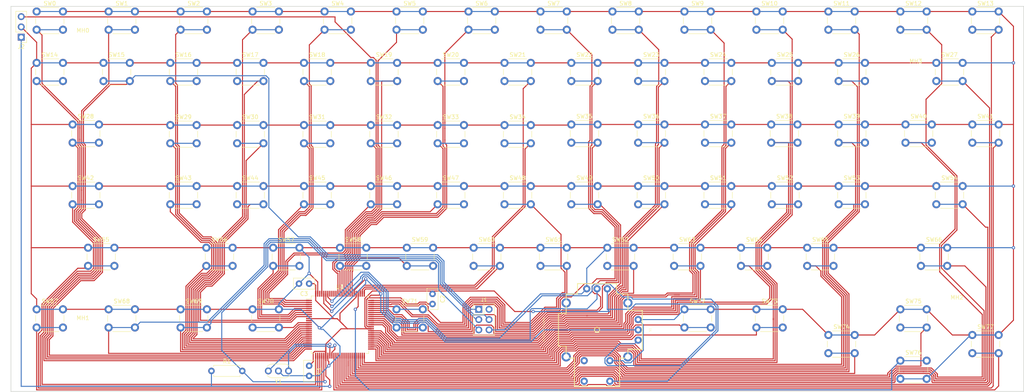
<source format=kicad_pcb>
(kicad_pcb (version 20171130) (host pcbnew "(5.0.2)-1")
  (layers (0 F.Cu signal) (31 B.Cu signal) (34 B.Paste user) (35 F.Paste user) (36 B.SilkS user) (37 F.SilkS user) (38 B.Mask user) (39 F.Mask user) (44 Edge.Cuts user))
  (net 0 "")
  (net 1 /+3.3V)
  (net 2 /RESET)
  (net 3 /GND)
  (net 4 /PB1)
  (net 5 /PB2)
  (net 6 /PB3)
  (net 7 "Net-(SW76-Pad1)")
  (net 8 "Net-(U1-Pad33)")
  (net 9 "Net-(U1-Pad34)")
  (net 10 "Net-(SW71-Pad1)")
  (net 11 "Net-(U1-Pad90)")
  (net 12 "Net-(U1-Pad91)")
  (net 13 "Net-(U1-Pad92)")
  (net 14 "Net-(U1-Pad93)")
  (net 15 "Net-(S1-PadB1A)")
  (net 16 "Net-(S1-PadH2)")
  (net 17 "Net-(S1-PadV2)")
  (net 18 /DATA)
  (net 19 "Net-(U1-Pad98)")
  (net 20 "Net-(J1-Pad2)")
  (net 21 "Net-(SW56-Pad2)")
  (net 22 "Net-(SW41-Pad2)")
  (net 23 "Net-(SW57-Pad2)")
  (net 24 "Net-(SW77-Pad2)")
  (net 25 "Net-(SW58-Pad2)")
  (net 26 "Net-(SW13-Pad2)")
  (net 27 "Net-(SW27-Pad2)")
  (net 28 "Net-(SW59-Pad2)")
  (net 29 "Net-(SW54-Pad2)")
  (net 30 "Net-(SW60-Pad2)")
  (net 31 "Net-(SW66-Pad2)")
  (net 32 "Net-(SW63-Pad2)")
  (net 33 "Net-(SW62-Pad2)")
  (net 34 "Net-(SW61-Pad2)")
  (net 35 "Net-(SW40-Pad2)")
  (net 36 "Net-(SW12-Pad2)")
  (net 37 "Net-(SW29-Pad2)")
  (net 38 "Net-(SW30-Pad2)")
  (net 39 "Net-(SW28-Pad2)")
  (net 40 "Net-(SW26-Pad2)")
  (net 41 "Net-(SW25-Pad2)")
  (net 42 "Net-(SW24-Pad2)")
  (net 43 "Net-(SW31-Pad2)")
  (net 44 "Net-(SW75-Pad2)")
  (net 45 "Net-(SW11-Pad2)")
  (net 46 "Net-(SW74-Pad2)")
  (net 47 "Net-(SW39-Pad2)")
  (net 48 "Net-(SW53-Pad2)")
  (net 49 "Net-(SW65-Pad2)")
  (net 50 "Net-(SW10-Pad2)")
  (net 51 "Net-(SW73-Pad2)")
  (net 52 "Net-(SW72-Pad2)")
  (net 53 "Net-(SW38-Pad2)")
  (net 54 "Net-(SW52-Pad2)")
  (net 55 "Net-(SW16-Pad2)")
  (net 56 "Net-(SW18-Pad2)")
  (net 57 "Net-(SW17-Pad2)")
  (net 58 "Net-(SW19-Pad2)")
  (net 59 "Net-(SW64-Pad2)")
  (net 60 "Net-(SW20-Pad2)")
  (net 61 "Net-(SW21-Pad2)")
  (net 62 "Net-(SW23-Pad2)")
  (net 63 "Net-(SW22-Pad2)")
  (net 64 "Net-(SW47-Pad2)")
  (net 65 "Net-(SW46-Pad2)")
  (net 66 "Net-(SW45-Pad2)")
  (net 67 "Net-(SW44-Pad2)")
  (net 68 "Net-(SW43-Pad2)")
  (net 69 "Net-(SW42-Pad2)")
  (net 70 "Net-(SW37-Pad2)")
  (net 71 "Net-(SW36-Pad2)")
  (net 72 "Net-(SW35-Pad2)")
  (net 73 "Net-(SW34-Pad2)")
  (net 74 "Net-(SW33-Pad2)")
  (net 75 "Net-(SW32-Pad2)")
  (net 76 "Net-(SW51-Pad2)")
  (net 77 "Net-(SW9-Pad2)")
  (net 78 "Net-(SW50-Pad2)")
  (net 79 "Net-(SW49-Pad2)")
  (net 80 "Net-(SW48-Pad2)")
  (net 81 "Net-(SW8-Pad2)")
  (net 82 "Net-(SW55-Pad2)")
  (net 83 "Net-(SW70-Pad2)")
  (net 84 "Net-(SW7-Pad2)")
  (net 85 "Net-(SW6-Pad2)")
  (net 86 "Net-(SW5-Pad2)")
  (net 87 "Net-(SW1-Pad2)")
  (net 88 "Net-(SW2-Pad2)")
  (net 89 "Net-(SW3-Pad2)")
  (net 90 "Net-(SW4-Pad2)")
  (net 91 "Net-(SW0-Pad2)")
  (net 92 "Net-(SW67-Pad2)")
  (net 93 "Net-(SW14-Pad2)")
  (module Resistor_THT:R_Axial_DIN0207_L6.3mm_D2.5mm_P7.62mm_Horizontal (layer F.Cu) (at 74.93 128.27)
    (fp_text reference R1 (at 3.81 -2.37) (layer F.SilkS))
    (fp_text value 10K)
    (pad 2 thru_hole oval (at 7.62 0) (size 1.6 1.6) (drill 0.8) (layers *.Cu *.Mask) (net 2 /RESET))
    (pad 1 thru_hole circle (at 0 0) (size 1.6 1.6) (drill 0.8) (layers *.Cu *.Mask) (net 1 /+3.3V))
  )
  (module Capacitor_THT:C_Disc_D5.0mm_W2.5mm_P2.50mm (layer F.Cu) (at 99.06 127 270)
    (fp_text reference C1 (at 1.25 -2.5 270) (layer F.SilkS))
    (fp_text value 100n)
    (pad 2 thru_hole circle (at 2.5 0 270) (size 1.6 1.6) (drill 0.8) (layers *.Cu *.Mask) (net 3 /GND))
    (pad 1 thru_hole circle (at 0 0 270) (size 1.6 1.6) (drill 0.8) (layers *.Cu *.Mask) (net 1 /+3.3V))
  )
  (module Capacitor_THT:C_Disc_D5.0mm_W2.5mm_P2.50mm (layer F.Cu) (at 99.06 106.68 180)
    (fp_text reference C3 (at 1.25 -2.5 180) (layer F.SilkS))
    (fp_text value 100n)
    (pad 2 thru_hole circle (at 2.5 0 180) (size 1.6 1.6) (drill 0.8) (layers *.Cu *.Mask) (net 3 /GND))
    (pad 1 thru_hole circle (at 0 0 180) (size 1.6 1.6) (drill 0.8) (layers *.Cu *.Mask) (net 1 /+3.3V))
  )
  (module Capacitor_THT:C_Disc_D5.0mm_W2.5mm_P2.50mm (layer F.Cu) (at 129.54 109.22 270)
    (fp_text reference C2 (at 1.25 -2.5 270) (layer F.SilkS))
    (fp_text value 100n)
    (pad 2 thru_hole circle (at 2.5 0 270) (size 1.6 1.6) (drill 0.8) (layers *.Cu *.Mask) (net 3 /GND))
    (pad 1 thru_hole circle (at 0 0 270) (size 1.6 1.6) (drill 0.8) (layers *.Cu *.Mask) (net 1 /+3.3V))
  )
  (module MountingHole:MountingHole_3.2mm_M3 (layer F.Cu) (at 248.92 55.88)
    (fp_text reference MH3 (at 0 -4.2) (layer F.SilkS))
    (fp_text value MountingHole_3.2mm_M3)
    (pad 1 np_thru_hole circle (at 0 0) (size 3.2 3.2) (drill 3.2) (layers *.Cu *.Mask))
  )
  (module MountingHole:MountingHole_3.2mm_M3 (layer F.Cu) (at 259.08 114.3)
    (fp_text reference MH2 (at 0 -4.2) (layer F.SilkS))
    (fp_text value MountingHole_3.2mm_M3)
    (pad 1 np_thru_hole circle (at 0 0) (size 3.2 3.2) (drill 3.2) (layers *.Cu *.Mask))
  )
  (module MountingHole:MountingHole_3.2mm_M3 (layer F.Cu) (at 43.18 119.38)
    (fp_text reference MH1 (at 0 -4.2) (layer F.SilkS))
    (fp_text value MountingHole_3.2mm_M3)
    (pad 1 np_thru_hole circle (at 0 0) (size 3.2 3.2) (drill 3.2) (layers *.Cu *.Mask))
  )
  (module JOYSTICK:JOYSTICK (layer F.Cu) (at 170.18 118.11 180)
    (fp_text reference S1 (at -13.1318 0 270) (layer F.SilkS) (effects (font (size 0.48 0.48) (thickness 0.05))))
    (fp_text value JOYSTICK_THUMB (at 13.1318 0 270) (layer F.SilkS) (effects (font (size 0.48 0.48) (thickness 0.05))))
    (pad MOUNT1 thru_hole circle (at -7.62 -6.6675 180) (size 2.286 2.286) (drill 1.397) (layers *.Cu *.Mask))
    (pad MOUNT4 thru_hole circle (at 7.62 -6.6675 180) (size 2.286 2.286) (drill 1.397) (layers *.Cu *.Mask))
    (pad MOUNT3 thru_hole circle (at 7.62 6.6675 180) (size 2.286 2.286) (drill 1.397) (layers *.Cu *.Mask))
    (pad MOUNT2 thru_hole circle (at -7.62 6.6675 180) (size 2.286 2.286) (drill 1.397) (layers *.Cu *.Mask))
    (pad H3 thru_hole circle (at 2.54 10.16 180) (size 1.778 1.778) (drill 0.889) (layers *.Cu *.Mask) (net 3 /GND))
    (pad H2 thru_hole circle (at 0 10.16 180) (size 1.778 1.778) (drill 0.889) (layers *.Cu *.Mask) (net 16 "Net-(S1-PadH2)"))
    (pad H1 thru_hole circle (at -2.54 10.16 180) (size 1.778 1.778) (drill 0.889) (layers *.Cu *.Mask) (net 1 /+3.3V))
    (pad V2 thru_hole circle (at -10.16 0 180) (size 1.778 1.778) (drill 0.889) (layers *.Cu *.Mask) (net 17 "Net-(S1-PadV2)"))
    (pad V3 thru_hole circle (at -10.16 2.54 180) (size 1.778 1.778) (drill 0.889) (layers *.Cu *.Mask) (net 3 /GND))
    (pad V1 thru_hole circle (at -10.16 -2.54 180) (size 1.778 1.778) (drill 0.889) (layers *.Cu *.Mask) (net 1 /+3.3V))
    (pad B2B thru_hole circle (at 3.175 -7.62 180) (size 1.778 1.778) (drill 0.9) (layers *.Cu *.Mask))
    (pad B2A thru_hole circle (at -3.175 -7.62 180) (size 1.778 1.778) (drill 0.9) (layers *.Cu *.Mask) (net 3 /GND))
    (pad B1A thru_hole circle (at -3.175 -12.7 180) (size 1.778 1.778) (drill 0.9) (layers *.Cu *.Mask) (net 15 "Net-(S1-PadB1A)"))
    (pad B1B thru_hole circle (at 3.175 -12.7 180) (size 1.778 1.778) (drill 0.9) (layers *.Cu *.Mask))
  )
  (module Package_QFP:TQFP-100_14x14mm_P0.5mm (layer F.Cu) (at 106.68 116.84)
    (fp_text reference U1 (at 0 -9.35) (layer F.SilkS))
    (fp_text value ATmega2560-16AU)
    (pad 1 smd roundrect (at -7.6625 -6) (size 1.475 0.3) (layers F.Cu F.Paste F.Mask) (net 75 "Net-(SW32-Pad2)"))
    (pad 2 smd roundrect (at -7.6625 -5.5) (size 1.475 0.3) (layers F.Cu F.Paste F.Mask) (net 65 "Net-(SW46-Pad2)"))
    (pad 3 smd roundrect (at -7.6625 -5) (size 1.475 0.3) (layers F.Cu F.Paste F.Mask) (net 90 "Net-(SW4-Pad2)"))
    (pad 4 smd roundrect (at -7.6625 -4.5) (size 1.475 0.3) (layers F.Cu F.Paste F.Mask) (net 56 "Net-(SW18-Pad2)"))
    (pad 5 smd roundrect (at -7.6625 -4) (size 1.475 0.3) (layers F.Cu F.Paste F.Mask) (net 43 "Net-(SW31-Pad2)"))
    (pad 6 smd roundrect (at -7.6625 -3.5) (size 1.475 0.3) (layers F.Cu F.Paste F.Mask) (net 66 "Net-(SW45-Pad2)"))
    (pad 7 smd roundrect (at -7.6625 -3) (size 1.475 0.3) (layers F.Cu F.Paste F.Mask) (net 23 "Net-(SW57-Pad2)"))
    (pad 8 smd roundrect (at -7.6625 -2.5) (size 1.475 0.3) (layers F.Cu F.Paste F.Mask) (net 67 "Net-(SW44-Pad2)"))
    (pad 9 smd roundrect (at -7.6625 -2) (size 1.475 0.3) (layers F.Cu F.Paste F.Mask) (net 38 "Net-(SW30-Pad2)"))
    (pad 10 smd roundrect (at -7.6625 -1.5) (size 1.475 0.3) (layers F.Cu F.Paste F.Mask) (net 1 /+3.3V))
    (pad 11 smd roundrect (at -7.6625 -1) (size 1.475 0.3) (layers F.Cu F.Paste F.Mask) (net 3 /GND))
    (pad 12 smd roundrect (at -7.6625 -0.5) (size 1.475 0.3) (layers F.Cu F.Paste F.Mask) (net 83 "Net-(SW70-Pad2)"))
    (pad 13 smd roundrect (at -7.6625 0) (size 1.475 0.3) (layers F.Cu F.Paste F.Mask) (net 57 "Net-(SW17-Pad2)"))
    (pad 14 smd roundrect (at -7.6625 0.5) (size 1.475 0.3) (layers F.Cu F.Paste F.Mask) (net 89 "Net-(SW3-Pad2)"))
    (pad 15 smd roundrect (at -7.6625 1) (size 1.475 0.3) (layers F.Cu F.Paste F.Mask) (net 88 "Net-(SW2-Pad2)"))
    (pad 16 smd roundrect (at -7.6625 1.5) (size 1.475 0.3) (layers F.Cu F.Paste F.Mask) (net 55 "Net-(SW16-Pad2)"))
    (pad 17 smd roundrect (at -7.6625 2) (size 1.475 0.3) (layers F.Cu F.Paste F.Mask) (net 37 "Net-(SW29-Pad2)"))
    (pad 18 smd roundrect (at -7.6625 2.5) (size 1.475 0.3) (layers F.Cu F.Paste F.Mask) (net 68 "Net-(SW43-Pad2)"))
    (pad 19 smd roundrect (at -7.6625 3) (size 1.475 0.3) (layers F.Cu F.Paste F.Mask) (net 21 "Net-(SW56-Pad2)"))
    (pad 20 smd roundrect (at -7.6625 3.5) (size 1.475 0.3) (layers F.Cu F.Paste F.Mask) (net 4 /PB1))
    (pad 21 smd roundrect (at -7.6625 4) (size 1.475 0.3) (layers F.Cu F.Paste F.Mask) (net 5 /PB2))
    (pad 22 smd roundrect (at -7.6625 4.5) (size 1.475 0.3) (layers F.Cu F.Paste F.Mask) (net 6 /PB3))
    (pad 23 smd roundrect (at -7.6625 5) (size 1.475 0.3) (layers F.Cu F.Paste F.Mask) (net 87 "Net-(SW1-Pad2)"))
    (pad 24 smd roundrect (at -7.6625 5.5) (size 1.475 0.3) (layers F.Cu F.Paste F.Mask) (net 91 "Net-(SW0-Pad2)"))
    (pad 25 smd roundrect (at -7.6625 6) (size 1.475 0.3) (layers F.Cu F.Paste F.Mask) (net 93 "Net-(SW14-Pad2)"))
    (pad 26 smd roundrect (at -6 7.6625) (size 0.3 1.475) (layers F.Cu F.Paste F.Mask) (net 39 "Net-(SW28-Pad2)"))
    (pad 27 smd roundrect (at -5.5 7.6625) (size 0.3 1.475) (layers F.Cu F.Paste F.Mask) (net 69 "Net-(SW42-Pad2)"))
    (pad 28 smd roundrect (at -5 7.6625) (size 0.3 1.475) (layers F.Cu F.Paste F.Mask) (net 82 "Net-(SW55-Pad2)"))
    (pad 29 smd roundrect (at -4.5 7.6625) (size 0.3 1.475) (layers F.Cu F.Paste F.Mask) (net 92 "Net-(SW67-Pad2)"))
    (pad 30 smd roundrect (at -4 7.6625) (size 0.3 1.475) (layers F.Cu F.Paste F.Mask) (net 2 /RESET))
    (pad 31 smd roundrect (at -3.5 7.6625) (size 0.3 1.475) (layers F.Cu F.Paste F.Mask) (net 1 /+3.3V))
    (pad 32 smd roundrect (at -3 7.6625) (size 0.3 1.475) (layers F.Cu F.Paste F.Mask) (net 3 /GND))
    (pad 33 smd roundrect (at -2.5 7.6625) (size 0.3 1.475) (layers F.Cu F.Paste F.Mask) (net 8 "Net-(U1-Pad33)"))
    (pad 34 smd roundrect (at -2 7.6625) (size 0.3 1.475) (layers F.Cu F.Paste F.Mask) (net 9 "Net-(U1-Pad34)"))
    (pad 35 smd roundrect (at -1.5 7.6625) (size 0.3 1.475) (layers F.Cu F.Paste F.Mask) (net 24 "Net-(SW77-Pad2)"))
    (pad 36 smd roundrect (at -1 7.6625) (size 0.3 1.475) (layers F.Cu F.Paste F.Mask) (net 22 "Net-(SW41-Pad2)"))
    (pad 37 smd roundrect (at -0.5 7.6625) (size 0.3 1.475) (layers F.Cu F.Paste F.Mask) (net 26 "Net-(SW13-Pad2)"))
    (pad 38 smd roundrect (at 0 7.6625) (size 0.3 1.475) (layers F.Cu F.Paste F.Mask) (net 27 "Net-(SW27-Pad2)"))
    (pad 39 smd roundrect (at 0.5 7.6625) (size 0.3 1.475) (layers F.Cu F.Paste F.Mask) (net 29 "Net-(SW54-Pad2)"))
    (pad 40 smd roundrect (at 1 7.6625) (size 0.3 1.475) (layers F.Cu F.Paste F.Mask) (net 31 "Net-(SW66-Pad2)"))
    (pad 41 smd roundrect (at 1.5 7.6625) (size 0.3 1.475) (layers F.Cu F.Paste F.Mask) (net 36 "Net-(SW12-Pad2)"))
    (pad 42 smd roundrect (at 2 7.6625) (size 0.3 1.475) (layers F.Cu F.Paste F.Mask) (net 35 "Net-(SW40-Pad2)"))
    (pad 43 smd roundrect (at 2.5 7.6625) (size 0.3 1.475) (layers F.Cu F.Paste F.Mask) (net 44 "Net-(SW75-Pad2)"))
    (pad 44 smd roundrect (at 3 7.6625) (size 0.3 1.475) (layers F.Cu F.Paste F.Mask) (net 46 "Net-(SW74-Pad2)"))
    (pad 45 smd roundrect (at 3.5 7.6625) (size 0.3 1.475) (layers F.Cu F.Paste F.Mask) (net 45 "Net-(SW11-Pad2)"))
    (pad 46 smd roundrect (at 4 7.6625) (size 0.3 1.475) (layers F.Cu F.Paste F.Mask) (net 40 "Net-(SW26-Pad2)"))
    (pad 47 smd roundrect (at 4.5 7.6625) (size 0.3 1.475) (layers F.Cu F.Paste F.Mask) (net 47 "Net-(SW39-Pad2)"))
    (pad 48 smd roundrect (at 5 7.6625) (size 0.3 1.475) (layers F.Cu F.Paste F.Mask) (net 48 "Net-(SW53-Pad2)"))
    (pad 49 smd roundrect (at 5.5 7.6625) (size 0.3 1.475) (layers F.Cu F.Paste F.Mask) (net 49 "Net-(SW65-Pad2)"))
    (pad 50 smd roundrect (at 6 7.6625) (size 0.3 1.475) (layers F.Cu F.Paste F.Mask) (net 50 "Net-(SW10-Pad2)"))
    (pad 51 smd roundrect (at 7.6625 6) (size 1.475 0.3) (layers F.Cu F.Paste F.Mask) (net 41 "Net-(SW25-Pad2)"))
    (pad 52 smd roundrect (at 7.6625 5.5) (size 1.475 0.3) (layers F.Cu F.Paste F.Mask) (net 53 "Net-(SW38-Pad2)"))
    (pad 53 smd roundrect (at 7.6625 5) (size 1.475 0.3) (layers F.Cu F.Paste F.Mask) (net 51 "Net-(SW73-Pad2)"))
    (pad 54 smd roundrect (at 7.6625 4.5) (size 1.475 0.3) (layers F.Cu F.Paste F.Mask) (net 52 "Net-(SW72-Pad2)"))
    (pad 55 smd roundrect (at 7.6625 4) (size 1.475 0.3) (layers F.Cu F.Paste F.Mask) (net 54 "Net-(SW52-Pad2)"))
    (pad 56 smd roundrect (at 7.6625 3.5) (size 1.475 0.3) (layers F.Cu F.Paste F.Mask) (net 59 "Net-(SW64-Pad2)"))
    (pad 57 smd roundrect (at 7.6625 3) (size 1.475 0.3) (layers F.Cu F.Paste F.Mask) (net 32 "Net-(SW63-Pad2)"))
    (pad 58 smd roundrect (at 7.6625 2.5) (size 1.475 0.3) (layers F.Cu F.Paste F.Mask) (net 76 "Net-(SW51-Pad2)"))
    (pad 59 smd roundrect (at 7.6625 2) (size 1.475 0.3) (layers F.Cu F.Paste F.Mask) (net 70 "Net-(SW37-Pad2)"))
    (pad 60 smd roundrect (at 7.6625 1.5) (size 1.475 0.3) (layers F.Cu F.Paste F.Mask) (net 42 "Net-(SW24-Pad2)"))
    (pad 61 smd roundrect (at 7.6625 1) (size 1.475 0.3) (layers F.Cu F.Paste F.Mask) (net 1 /+3.3V))
    (pad 62 smd roundrect (at 7.6625 0.5) (size 1.475 0.3) (layers F.Cu F.Paste F.Mask) (net 3 /GND))
    (pad 63 smd roundrect (at 7.6625 0) (size 1.475 0.3) (layers F.Cu F.Paste F.Mask) (net 77 "Net-(SW9-Pad2)"))
    (pad 64 smd roundrect (at 7.6625 -0.5) (size 1.475 0.3) (layers F.Cu F.Paste F.Mask) (net 33 "Net-(SW62-Pad2)"))
    (pad 65 smd roundrect (at 7.6625 -1) (size 1.475 0.3) (layers F.Cu F.Paste F.Mask) (net 78 "Net-(SW50-Pad2)"))
    (pad 66 smd roundrect (at 7.6625 -1.5) (size 1.475 0.3) (layers F.Cu F.Paste F.Mask) (net 71 "Net-(SW36-Pad2)"))
    (pad 67 smd roundrect (at 7.6625 -2) (size 1.475 0.3) (layers F.Cu F.Paste F.Mask) (net 62 "Net-(SW23-Pad2)"))
    (pad 68 smd roundrect (at 7.6625 -2.5) (size 1.475 0.3) (layers F.Cu F.Paste F.Mask) (net 81 "Net-(SW8-Pad2)"))
    (pad 69 smd roundrect (at 7.6625 -3) (size 1.475 0.3) (layers F.Cu F.Paste F.Mask) (net 79 "Net-(SW49-Pad2)"))
    (pad 70 smd roundrect (at 7.6625 -3.5) (size 1.475 0.3) (layers F.Cu F.Paste F.Mask) (net 72 "Net-(SW35-Pad2)"))
    (pad 71 smd roundrect (at 7.6625 -4) (size 1.475 0.3) (layers F.Cu F.Paste F.Mask) (net 63 "Net-(SW22-Pad2)"))
    (pad 72 smd roundrect (at 7.6625 -4.5) (size 1.475 0.3) (layers F.Cu F.Paste F.Mask) (net 10 "Net-(SW71-Pad1)"))
    (pad 73 smd roundrect (at 7.6625 -5) (size 1.475 0.3) (layers F.Cu F.Paste F.Mask) (net 84 "Net-(SW7-Pad2)"))
    (pad 74 smd roundrect (at 7.6625 -5.5) (size 1.475 0.3) (layers F.Cu F.Paste F.Mask) (net 34 "Net-(SW61-Pad2)"))
    (pad 75 smd roundrect (at 7.6625 -6) (size 1.475 0.3) (layers F.Cu F.Paste F.Mask) (net 80 "Net-(SW48-Pad2)"))
    (pad 76 smd roundrect (at 6 -7.6625) (size 0.3 1.475) (layers F.Cu F.Paste F.Mask) (net 30 "Net-(SW60-Pad2)"))
    (pad 77 smd roundrect (at 5.5 -7.6625) (size 0.3 1.475) (layers F.Cu F.Paste F.Mask) (net 73 "Net-(SW34-Pad2)"))
    (pad 78 smd roundrect (at 5 -7.6625) (size 0.3 1.475) (layers F.Cu F.Paste F.Mask) (net 61 "Net-(SW21-Pad2)"))
    (pad 79 smd roundrect (at 4.5 -7.6625) (size 0.3 1.475) (layers F.Cu F.Paste F.Mask) (net 7 "Net-(SW76-Pad1)"))
    (pad 80 smd roundrect (at 4 -7.6625) (size 0.3 1.475) (layers F.Cu F.Paste F.Mask) (net 1 /+3.3V))
    (pad 81 smd roundrect (at 3.5 -7.6625) (size 0.3 1.475) (layers F.Cu F.Paste F.Mask) (net 3 /GND))
    (pad 82 smd roundrect (at 3 -7.6625) (size 0.3 1.475) (layers F.Cu F.Paste F.Mask) (net 28 "Net-(SW59-Pad2)"))
    (pad 83 smd roundrect (at 2.5 -7.6625) (size 0.3 1.475) (layers F.Cu F.Paste F.Mask) (net 85 "Net-(SW6-Pad2)"))
    (pad 84 smd roundrect (at 2 -7.6625) (size 0.3 1.475) (layers F.Cu F.Paste F.Mask) (net 60 "Net-(SW20-Pad2)"))
    (pad 85 smd roundrect (at 1.5 -7.6625) (size 0.3 1.475) (layers F.Cu F.Paste F.Mask) (net 74 "Net-(SW33-Pad2)"))
    (pad 86 smd roundrect (at 1 -7.6625) (size 0.3 1.475) (layers F.Cu F.Paste F.Mask) (net 64 "Net-(SW47-Pad2)"))
    (pad 87 smd roundrect (at 0.5 -7.6625) (size 0.3 1.475) (layers F.Cu F.Paste F.Mask) (net 25 "Net-(SW58-Pad2)"))
    (pad 88 smd roundrect (at 0 -7.6625) (size 0.3 1.475) (layers F.Cu F.Paste F.Mask) (net 58 "Net-(SW19-Pad2)"))
    (pad 89 smd roundrect (at -0.5 -7.6625) (size 0.3 1.475) (layers F.Cu F.Paste F.Mask) (net 86 "Net-(SW5-Pad2)"))
    (pad 90 smd roundrect (at -1 -7.6625) (size 0.3 1.475) (layers F.Cu F.Paste F.Mask) (net 11 "Net-(U1-Pad90)"))
    (pad 91 smd roundrect (at -1.5 -7.6625) (size 0.3 1.475) (layers F.Cu F.Paste F.Mask) (net 12 "Net-(U1-Pad91)"))
    (pad 92 smd roundrect (at -2 -7.6625) (size 0.3 1.475) (layers F.Cu F.Paste F.Mask) (net 13 "Net-(U1-Pad92)"))
    (pad 93 smd roundrect (at -2.5 -7.6625) (size 0.3 1.475) (layers F.Cu F.Paste F.Mask) (net 14 "Net-(U1-Pad93)"))
    (pad 94 smd roundrect (at -3 -7.6625) (size 0.3 1.475) (layers F.Cu F.Paste F.Mask) (net 15 "Net-(S1-PadB1A)"))
    (pad 95 smd roundrect (at -3.5 -7.6625) (size 0.3 1.475) (layers F.Cu F.Paste F.Mask) (net 16 "Net-(S1-PadH2)"))
    (pad 96 smd roundrect (at -4 -7.6625) (size 0.3 1.475) (layers F.Cu F.Paste F.Mask) (net 17 "Net-(S1-PadV2)"))
    (pad 97 smd roundrect (at -4.5 -7.6625) (size 0.3 1.475) (layers F.Cu F.Paste F.Mask) (net 18 /DATA))
    (pad 98 smd roundrect (at -5 -7.6625) (size 0.3 1.475) (layers F.Cu F.Paste F.Mask) (net 19 "Net-(U1-Pad98)"))
    (pad 99 smd roundrect (at -5.5 -7.6625) (size 0.3 1.475) (layers F.Cu F.Paste F.Mask) (net 3 /GND))
    (pad 100 smd roundrect (at -6 -7.6625) (size 0.3 1.475) (layers F.Cu F.Paste F.Mask) (net 1 /+3.3V))
  )
  (module Button_Switch_THT:SW_PUSH_6mm_H5mm (layer F.Cu) (at 97.79 67.463076)
    (fp_text reference SW31 (at 3.25 -2) (layer F.SilkS))
    (fp_text value SW_Push)
    (pad 1 thru_hole circle (at 6.5 0 90) (size 2 2) (drill 1.1) (layers *.Cu *.Mask) (net 3 /GND))
    (pad 2 thru_hole circle (at 6.5 4.5 90) (size 2 2) (drill 1.1) (layers *.Cu *.Mask) (net 43 "Net-(SW31-Pad2)"))
    (pad 1 thru_hole circle (at 0 0 90) (size 2 2) (drill 1.1) (layers *.Cu *.Mask) (net 3 /GND))
    (pad 2 thru_hole circle (at 0 4.5 90) (size 2 2) (drill 1.1) (layers *.Cu *.Mask) (net 43 "Net-(SW31-Pad2)"))
  )
  (module Button_Switch_THT:SW_PUSH_6mm_H5mm (layer F.Cu) (at 163.83 52.07)
    (fp_text reference SW22 (at 3.25 -2) (layer F.SilkS))
    (fp_text value SW_Push)
    (pad 2 thru_hole circle (at 0 4.5 90) (size 2 2) (drill 1.1) (layers *.Cu *.Mask) (net 63 "Net-(SW22-Pad2)"))
    (pad 1 thru_hole circle (at 0 0 90) (size 2 2) (drill 1.1) (layers *.Cu *.Mask) (net 3 /GND))
    (pad 2 thru_hole circle (at 6.5 4.5 90) (size 2 2) (drill 1.1) (layers *.Cu *.Mask) (net 63 "Net-(SW22-Pad2)"))
    (pad 1 thru_hole circle (at 6.5 0 90) (size 2 2) (drill 1.1) (layers *.Cu *.Mask) (net 3 /GND))
  )
  (module Button_Switch_THT:SW_PUSH_6mm_H5mm (layer F.Cu) (at 180.34 52.07)
    (fp_text reference SW23 (at 3.25 -2) (layer F.SilkS))
    (fp_text value SW_Push)
    (pad 1 thru_hole circle (at 6.5 0 90) (size 2 2) (drill 1.1) (layers *.Cu *.Mask) (net 3 /GND))
    (pad 2 thru_hole circle (at 6.5 4.5 90) (size 2 2) (drill 1.1) (layers *.Cu *.Mask) (net 62 "Net-(SW23-Pad2)"))
    (pad 1 thru_hole circle (at 0 0 90) (size 2 2) (drill 1.1) (layers *.Cu *.Mask) (net 3 /GND))
    (pad 2 thru_hole circle (at 0 4.5 90) (size 2 2) (drill 1.1) (layers *.Cu *.Mask) (net 62 "Net-(SW23-Pad2)"))
  )
  (module Button_Switch_THT:SW_PUSH_6mm_H5mm (layer F.Cu) (at 196.85 52.07)
    (fp_text reference SW24 (at 3.25 -2) (layer F.SilkS))
    (fp_text value SW_Push)
    (pad 2 thru_hole circle (at 0 4.5 90) (size 2 2) (drill 1.1) (layers *.Cu *.Mask) (net 42 "Net-(SW24-Pad2)"))
    (pad 1 thru_hole circle (at 0 0 90) (size 2 2) (drill 1.1) (layers *.Cu *.Mask) (net 3 /GND))
    (pad 2 thru_hole circle (at 6.5 4.5 90) (size 2 2) (drill 1.1) (layers *.Cu *.Mask) (net 42 "Net-(SW24-Pad2)"))
    (pad 1 thru_hole circle (at 6.5 0 90) (size 2 2) (drill 1.1) (layers *.Cu *.Mask) (net 3 /GND))
  )
  (module Button_Switch_THT:SW_PUSH_6mm_H5mm (layer F.Cu) (at 213.36 52.07)
    (fp_text reference SW25 (at 3.25 -2) (layer F.SilkS))
    (fp_text value SW_Push)
    (pad 1 thru_hole circle (at 6.5 0 90) (size 2 2) (drill 1.1) (layers *.Cu *.Mask) (net 3 /GND))
    (pad 2 thru_hole circle (at 6.5 4.5 90) (size 2 2) (drill 1.1) (layers *.Cu *.Mask) (net 41 "Net-(SW25-Pad2)"))
    (pad 1 thru_hole circle (at 0 0 90) (size 2 2) (drill 1.1) (layers *.Cu *.Mask) (net 3 /GND))
    (pad 2 thru_hole circle (at 0 4.5 90) (size 2 2) (drill 1.1) (layers *.Cu *.Mask) (net 41 "Net-(SW25-Pad2)"))
  )
  (module Button_Switch_THT:SW_PUSH_6mm_H5mm (layer F.Cu) (at 229.87 52.07)
    (fp_text reference SW26 (at 3.25 -2) (layer F.SilkS))
    (fp_text value SW_Push)
    (pad 2 thru_hole circle (at 0 4.5 90) (size 2 2) (drill 1.1) (layers *.Cu *.Mask) (net 40 "Net-(SW26-Pad2)"))
    (pad 1 thru_hole circle (at 0 0 90) (size 2 2) (drill 1.1) (layers *.Cu *.Mask) (net 3 /GND))
    (pad 2 thru_hole circle (at 6.5 4.5 90) (size 2 2) (drill 1.1) (layers *.Cu *.Mask) (net 40 "Net-(SW26-Pad2)"))
    (pad 1 thru_hole circle (at 6.5 0 90) (size 2 2) (drill 1.1) (layers *.Cu *.Mask) (net 3 /GND))
  )
  (module Button_Switch_THT:SW_PUSH_6mm_H5mm (layer F.Cu) (at 254 52.07)
    (fp_text reference SW27 (at 3.25 -2) (layer F.SilkS))
    (fp_text value SW_Push)
    (pad 1 thru_hole circle (at 6.5 0 90) (size 2 2) (drill 1.1) (layers *.Cu *.Mask) (net 3 /GND))
    (pad 2 thru_hole circle (at 6.5 4.5 90) (size 2 2) (drill 1.1) (layers *.Cu *.Mask) (net 27 "Net-(SW27-Pad2)"))
    (pad 1 thru_hole circle (at 0 0 90) (size 2 2) (drill 1.1) (layers *.Cu *.Mask) (net 3 /GND))
    (pad 2 thru_hole circle (at 0 4.5 90) (size 2 2) (drill 1.1) (layers *.Cu *.Mask) (net 27 "Net-(SW27-Pad2)"))
  )
  (module Button_Switch_THT:SW_PUSH_6mm_H5mm (layer F.Cu) (at 40.64 67.31)
    (fp_text reference SW28 (at 3.25 -2) (layer F.SilkS))
    (fp_text value SW_Push)
    (pad 2 thru_hole circle (at 0 4.5 90) (size 2 2) (drill 1.1) (layers *.Cu *.Mask) (net 39 "Net-(SW28-Pad2)"))
    (pad 1 thru_hole circle (at 0 0 90) (size 2 2) (drill 1.1) (layers *.Cu *.Mask) (net 3 /GND))
    (pad 2 thru_hole circle (at 6.5 4.5 90) (size 2 2) (drill 1.1) (layers *.Cu *.Mask) (net 39 "Net-(SW28-Pad2)"))
    (pad 1 thru_hole circle (at 6.5 0 90) (size 2 2) (drill 1.1) (layers *.Cu *.Mask) (net 3 /GND))
  )
  (module Button_Switch_THT:SW_PUSH_6mm_H5mm (layer F.Cu) (at 229.87 67.31)
    (fp_text reference SW39 (at 3.25 -2) (layer F.SilkS))
    (fp_text value SW_Push)
    (pad 1 thru_hole circle (at 6.5 0 90) (size 2 2) (drill 1.1) (layers *.Cu *.Mask) (net 3 /GND))
    (pad 2 thru_hole circle (at 6.5 4.5 90) (size 2 2) (drill 1.1) (layers *.Cu *.Mask) (net 47 "Net-(SW39-Pad2)"))
    (pad 1 thru_hole circle (at 0 0 90) (size 2 2) (drill 1.1) (layers *.Cu *.Mask) (net 3 /GND))
    (pad 2 thru_hole circle (at 0 4.5 90) (size 2 2) (drill 1.1) (layers *.Cu *.Mask) (net 47 "Net-(SW39-Pad2)"))
  )
  (module Button_Switch_THT:SW_PUSH_6mm_H5mm (layer F.Cu) (at 31.75 39.37)
    (fp_text reference SW0 (at 3.25 -2) (layer F.SilkS))
    (fp_text value SW_Push)
    (pad 2 thru_hole circle (at 0 4.5 90) (size 2 2) (drill 1.1) (layers *.Cu *.Mask) (net 91 "Net-(SW0-Pad2)"))
    (pad 1 thru_hole circle (at 0 0 90) (size 2 2) (drill 1.1) (layers *.Cu *.Mask) (net 3 /GND))
    (pad 2 thru_hole circle (at 6.5 4.5 90) (size 2 2) (drill 1.1) (layers *.Cu *.Mask) (net 91 "Net-(SW0-Pad2)"))
    (pad 1 thru_hole circle (at 6.5 0 90) (size 2 2) (drill 1.1) (layers *.Cu *.Mask) (net 3 /GND))
  )
  (module Button_Switch_THT:SW_PUSH_6mm_H5mm (layer F.Cu) (at 81.28 67.463076)
    (fp_text reference SW30 (at 3.25 -2) (layer F.SilkS))
    (fp_text value SW_Push)
    (pad 1 thru_hole circle (at 6.5 0 90) (size 2 2) (drill 1.1) (layers *.Cu *.Mask) (net 3 /GND))
    (pad 2 thru_hole circle (at 6.5 4.5 90) (size 2 2) (drill 1.1) (layers *.Cu *.Mask) (net 38 "Net-(SW30-Pad2)"))
    (pad 1 thru_hole circle (at 0 0 90) (size 2 2) (drill 1.1) (layers *.Cu *.Mask) (net 3 /GND))
    (pad 2 thru_hole circle (at 0 4.5 90) (size 2 2) (drill 1.1) (layers *.Cu *.Mask) (net 38 "Net-(SW30-Pad2)"))
  )
  (module Button_Switch_THT:SW_PUSH_6mm_H5mm (layer F.Cu) (at 114.3 67.463076)
    (fp_text reference SW32 (at 3.25 -2) (layer F.SilkS))
    (fp_text value SW_Push)
    (pad 2 thru_hole circle (at 0 4.5 90) (size 2 2) (drill 1.1) (layers *.Cu *.Mask) (net 75 "Net-(SW32-Pad2)"))
    (pad 1 thru_hole circle (at 0 0 90) (size 2 2) (drill 1.1) (layers *.Cu *.Mask) (net 3 /GND))
    (pad 2 thru_hole circle (at 6.5 4.5 90) (size 2 2) (drill 1.1) (layers *.Cu *.Mask) (net 75 "Net-(SW32-Pad2)"))
    (pad 1 thru_hole circle (at 6.5 0 90) (size 2 2) (drill 1.1) (layers *.Cu *.Mask) (net 3 /GND))
  )
  (module Button_Switch_THT:SW_PUSH_6mm_H5mm (layer F.Cu) (at 130.81 67.463076)
    (fp_text reference SW33 (at 3.25 -2) (layer F.SilkS))
    (fp_text value SW_Push)
    (pad 1 thru_hole circle (at 6.5 0 90) (size 2 2) (drill 1.1) (layers *.Cu *.Mask) (net 3 /GND))
    (pad 2 thru_hole circle (at 6.5 4.5 90) (size 2 2) (drill 1.1) (layers *.Cu *.Mask) (net 74 "Net-(SW33-Pad2)"))
    (pad 1 thru_hole circle (at 0 0 90) (size 2 2) (drill 1.1) (layers *.Cu *.Mask) (net 3 /GND))
    (pad 2 thru_hole circle (at 0 4.5 90) (size 2 2) (drill 1.1) (layers *.Cu *.Mask) (net 74 "Net-(SW33-Pad2)"))
  )
  (module Button_Switch_THT:SW_PUSH_6mm_H5mm (layer F.Cu) (at 147.32 67.463076)
    (fp_text reference SW34 (at 3.25 -2) (layer F.SilkS))
    (fp_text value SW_Push)
    (pad 2 thru_hole circle (at 0 4.5 90) (size 2 2) (drill 1.1) (layers *.Cu *.Mask) (net 73 "Net-(SW34-Pad2)"))
    (pad 1 thru_hole circle (at 0 0 90) (size 2 2) (drill 1.1) (layers *.Cu *.Mask) (net 3 /GND))
    (pad 2 thru_hole circle (at 6.5 4.5 90) (size 2 2) (drill 1.1) (layers *.Cu *.Mask) (net 73 "Net-(SW34-Pad2)"))
    (pad 1 thru_hole circle (at 6.5 0 90) (size 2 2) (drill 1.1) (layers *.Cu *.Mask) (net 3 /GND))
  )
  (module Button_Switch_THT:SW_PUSH_6mm_H5mm (layer F.Cu) (at 163.83 67.31)
    (fp_text reference SW35 (at 3.25 -2) (layer F.SilkS))
    (fp_text value SW_Push)
    (pad 1 thru_hole circle (at 6.5 0 90) (size 2 2) (drill 1.1) (layers *.Cu *.Mask) (net 3 /GND))
    (pad 2 thru_hole circle (at 6.5 4.5 90) (size 2 2) (drill 1.1) (layers *.Cu *.Mask) (net 72 "Net-(SW35-Pad2)"))
    (pad 1 thru_hole circle (at 0 0 90) (size 2 2) (drill 1.1) (layers *.Cu *.Mask) (net 3 /GND))
    (pad 2 thru_hole circle (at 0 4.5 90) (size 2 2) (drill 1.1) (layers *.Cu *.Mask) (net 72 "Net-(SW35-Pad2)"))
  )
  (module Button_Switch_THT:SW_PUSH_6mm_H5mm (layer F.Cu) (at 180.34 67.31)
    (fp_text reference SW36 (at 3.25 -2) (layer F.SilkS))
    (fp_text value SW_Push)
    (pad 2 thru_hole circle (at 0 4.5 90) (size 2 2) (drill 1.1) (layers *.Cu *.Mask) (net 71 "Net-(SW36-Pad2)"))
    (pad 1 thru_hole circle (at 0 0 90) (size 2 2) (drill 1.1) (layers *.Cu *.Mask) (net 3 /GND))
    (pad 2 thru_hole circle (at 6.5 4.5 90) (size 2 2) (drill 1.1) (layers *.Cu *.Mask) (net 71 "Net-(SW36-Pad2)"))
    (pad 1 thru_hole circle (at 6.5 0 90) (size 2 2) (drill 1.1) (layers *.Cu *.Mask) (net 3 /GND))
  )
  (module Button_Switch_THT:SW_PUSH_6mm_H5mm (layer F.Cu) (at 196.85 67.31)
    (fp_text reference SW37 (at 3.25 -2) (layer F.SilkS))
    (fp_text value SW_Push)
    (pad 1 thru_hole circle (at 6.5 0 90) (size 2 2) (drill 1.1) (layers *.Cu *.Mask) (net 3 /GND))
    (pad 2 thru_hole circle (at 6.5 4.5 90) (size 2 2) (drill 1.1) (layers *.Cu *.Mask) (net 70 "Net-(SW37-Pad2)"))
    (pad 1 thru_hole circle (at 0 0 90) (size 2 2) (drill 1.1) (layers *.Cu *.Mask) (net 3 /GND))
    (pad 2 thru_hole circle (at 0 4.5 90) (size 2 2) (drill 1.1) (layers *.Cu *.Mask) (net 70 "Net-(SW37-Pad2)"))
  )
  (module Button_Switch_THT:SW_PUSH_6mm_H5mm (layer F.Cu) (at 213.21 67.31)
    (fp_text reference SW38 (at 3.25 -2) (layer F.SilkS))
    (fp_text value SW_Push)
    (pad 2 thru_hole circle (at 0 4.5 90) (size 2 2) (drill 1.1) (layers *.Cu *.Mask) (net 53 "Net-(SW38-Pad2)"))
    (pad 1 thru_hole circle (at 0 0 90) (size 2 2) (drill 1.1) (layers *.Cu *.Mask) (net 3 /GND))
    (pad 2 thru_hole circle (at 6.5 4.5 90) (size 2 2) (drill 1.1) (layers *.Cu *.Mask) (net 53 "Net-(SW38-Pad2)"))
    (pad 1 thru_hole circle (at 6.5 0 90) (size 2 2) (drill 1.1) (layers *.Cu *.Mask) (net 3 /GND))
  )
  (module Button_Switch_THT:SW_PUSH_6mm_H5mm (layer F.Cu) (at 64.77 67.463076)
    (fp_text reference SW29 (at 3.25 -2) (layer F.SilkS))
    (fp_text value SW_Push)
    (pad 1 thru_hole circle (at 6.5 0 90) (size 2 2) (drill 1.1) (layers *.Cu *.Mask) (net 3 /GND))
    (pad 2 thru_hole circle (at 6.5 4.5 90) (size 2 2) (drill 1.1) (layers *.Cu *.Mask) (net 37 "Net-(SW29-Pad2)"))
    (pad 1 thru_hole circle (at 0 0 90) (size 2 2) (drill 1.1) (layers *.Cu *.Mask) (net 3 /GND))
    (pad 2 thru_hole circle (at 0 4.5 90) (size 2 2) (drill 1.1) (layers *.Cu *.Mask) (net 37 "Net-(SW29-Pad2)"))
  )
  (module Button_Switch_THT:SW_PUSH_6mm_H5mm (layer F.Cu) (at 191.77 39.37)
    (fp_text reference SW9 (at 3.25 -2) (layer F.SilkS))
    (fp_text value SW_Push)
    (pad 2 thru_hole circle (at 0 4.5 90) (size 2 2) (drill 1.1) (layers *.Cu *.Mask) (net 77 "Net-(SW9-Pad2)"))
    (pad 1 thru_hole circle (at 0 0 90) (size 2 2) (drill 1.1) (layers *.Cu *.Mask) (net 3 /GND))
    (pad 2 thru_hole circle (at 6.5 4.5 90) (size 2 2) (drill 1.1) (layers *.Cu *.Mask) (net 77 "Net-(SW9-Pad2)"))
    (pad 1 thru_hole circle (at 6.5 0 90) (size 2 2) (drill 1.1) (layers *.Cu *.Mask) (net 3 /GND))
  )
  (module Button_Switch_THT:SW_PUSH_6mm_H5mm (layer F.Cu) (at 173.99 39.37)
    (fp_text reference SW8 (at 3.25 -2) (layer F.SilkS))
    (fp_text value SW_Push)
    (pad 1 thru_hole circle (at 6.5 0 90) (size 2 2) (drill 1.1) (layers *.Cu *.Mask) (net 3 /GND))
    (pad 2 thru_hole circle (at 6.5 4.5 90) (size 2 2) (drill 1.1) (layers *.Cu *.Mask) (net 81 "Net-(SW8-Pad2)"))
    (pad 1 thru_hole circle (at 0 0 90) (size 2 2) (drill 1.1) (layers *.Cu *.Mask) (net 3 /GND))
    (pad 2 thru_hole circle (at 0 4.5 90) (size 2 2) (drill 1.1) (layers *.Cu *.Mask) (net 81 "Net-(SW8-Pad2)"))
  )
  (module Button_Switch_THT:SW_PUSH_6mm_H5mm (layer F.Cu) (at 156.21 39.37)
    (fp_text reference SW7 (at 3.25 -2) (layer F.SilkS))
    (fp_text value SW_Push)
    (pad 2 thru_hole circle (at 0 4.5 90) (size 2 2) (drill 1.1) (layers *.Cu *.Mask) (net 84 "Net-(SW7-Pad2)"))
    (pad 1 thru_hole circle (at 0 0 90) (size 2 2) (drill 1.1) (layers *.Cu *.Mask) (net 3 /GND))
    (pad 2 thru_hole circle (at 6.5 4.5 90) (size 2 2) (drill 1.1) (layers *.Cu *.Mask) (net 84 "Net-(SW7-Pad2)"))
    (pad 1 thru_hole circle (at 6.5 0 90) (size 2 2) (drill 1.1) (layers *.Cu *.Mask) (net 3 /GND))
  )
  (module Button_Switch_THT:SW_PUSH_6mm_H5mm (layer F.Cu) (at 138.43 39.37)
    (fp_text reference SW6 (at 3.25 -2) (layer F.SilkS))
    (fp_text value SW_Push)
    (pad 1 thru_hole circle (at 6.5 0 90) (size 2 2) (drill 1.1) (layers *.Cu *.Mask) (net 3 /GND))
    (pad 2 thru_hole circle (at 6.5 4.5 90) (size 2 2) (drill 1.1) (layers *.Cu *.Mask) (net 85 "Net-(SW6-Pad2)"))
    (pad 1 thru_hole circle (at 0 0 90) (size 2 2) (drill 1.1) (layers *.Cu *.Mask) (net 3 /GND))
    (pad 2 thru_hole circle (at 0 4.5 90) (size 2 2) (drill 1.1) (layers *.Cu *.Mask) (net 85 "Net-(SW6-Pad2)"))
  )
  (module Button_Switch_THT:SW_PUSH_6mm_H5mm (layer F.Cu) (at 120.65 39.37)
    (fp_text reference SW5 (at 3.25 -2) (layer F.SilkS))
    (fp_text value SW_Push)
    (pad 2 thru_hole circle (at 0 4.5 90) (size 2 2) (drill 1.1) (layers *.Cu *.Mask) (net 86 "Net-(SW5-Pad2)"))
    (pad 1 thru_hole circle (at 0 0 90) (size 2 2) (drill 1.1) (layers *.Cu *.Mask) (net 3 /GND))
    (pad 2 thru_hole circle (at 6.5 4.5 90) (size 2 2) (drill 1.1) (layers *.Cu *.Mask) (net 86 "Net-(SW5-Pad2)"))
    (pad 1 thru_hole circle (at 6.5 0 90) (size 2 2) (drill 1.1) (layers *.Cu *.Mask) (net 3 /GND))
  )
  (module Button_Switch_THT:SW_PUSH_6mm_H5mm (layer F.Cu) (at 102.87 39.37)
    (fp_text reference SW4 (at 3.25 -2) (layer F.SilkS))
    (fp_text value SW_Push)
    (pad 1 thru_hole circle (at 6.5 0 90) (size 2 2) (drill 1.1) (layers *.Cu *.Mask) (net 3 /GND))
    (pad 2 thru_hole circle (at 6.5 4.5 90) (size 2 2) (drill 1.1) (layers *.Cu *.Mask) (net 90 "Net-(SW4-Pad2)"))
    (pad 1 thru_hole circle (at 0 0 90) (size 2 2) (drill 1.1) (layers *.Cu *.Mask) (net 3 /GND))
    (pad 2 thru_hole circle (at 0 4.5 90) (size 2 2) (drill 1.1) (layers *.Cu *.Mask) (net 90 "Net-(SW4-Pad2)"))
  )
  (module Button_Switch_THT:SW_PUSH_6mm_H5mm (layer F.Cu) (at 85.09 39.37)
    (fp_text reference SW3 (at 3.25 -2) (layer F.SilkS))
    (fp_text value SW_Push)
    (pad 2 thru_hole circle (at 0 4.5 90) (size 2 2) (drill 1.1) (layers *.Cu *.Mask) (net 89 "Net-(SW3-Pad2)"))
    (pad 1 thru_hole circle (at 0 0 90) (size 2 2) (drill 1.1) (layers *.Cu *.Mask) (net 3 /GND))
    (pad 2 thru_hole circle (at 6.5 4.5 90) (size 2 2) (drill 1.1) (layers *.Cu *.Mask) (net 89 "Net-(SW3-Pad2)"))
    (pad 1 thru_hole circle (at 6.5 0 90) (size 2 2) (drill 1.1) (layers *.Cu *.Mask) (net 3 /GND))
  )
  (module Button_Switch_THT:SW_PUSH_6mm_H5mm (layer F.Cu) (at 67.31 39.37)
    (fp_text reference SW2 (at 3.25 -2) (layer F.SilkS))
    (fp_text value SW_Push)
    (pad 1 thru_hole circle (at 6.5 0 90) (size 2 2) (drill 1.1) (layers *.Cu *.Mask) (net 3 /GND))
    (pad 2 thru_hole circle (at 6.5 4.5 90) (size 2 2) (drill 1.1) (layers *.Cu *.Mask) (net 88 "Net-(SW2-Pad2)"))
    (pad 1 thru_hole circle (at 0 0 90) (size 2 2) (drill 1.1) (layers *.Cu *.Mask) (net 3 /GND))
    (pad 2 thru_hole circle (at 0 4.5 90) (size 2 2) (drill 1.1) (layers *.Cu *.Mask) (net 88 "Net-(SW2-Pad2)"))
  )
  (module Button_Switch_THT:SW_PUSH_6mm_H5mm (layer F.Cu) (at 114.3 52.07)
    (fp_text reference SW19 (at 3.25 -2) (layer F.SilkS))
    (fp_text value SW_Push)
    (pad 2 thru_hole circle (at 0 4.5 90) (size 2 2) (drill 1.1) (layers *.Cu *.Mask) (net 58 "Net-(SW19-Pad2)"))
    (pad 1 thru_hole circle (at 0 0 90) (size 2 2) (drill 1.1) (layers *.Cu *.Mask) (net 3 /GND))
    (pad 2 thru_hole circle (at 6.5 4.5 90) (size 2 2) (drill 1.1) (layers *.Cu *.Mask) (net 58 "Net-(SW19-Pad2)"))
    (pad 1 thru_hole circle (at 6.5 0 90) (size 2 2) (drill 1.1) (layers *.Cu *.Mask) (net 3 /GND))
  )
  (module Button_Switch_THT:SW_PUSH_6mm_H5mm (layer F.Cu) (at 147.32 52.07)
    (fp_text reference SW21 (at 3.25 -2) (layer F.SilkS))
    (fp_text value SW_Push)
    (pad 1 thru_hole circle (at 6.5 0 90) (size 2 2) (drill 1.1) (layers *.Cu *.Mask) (net 3 /GND))
    (pad 2 thru_hole circle (at 6.5 4.5 90) (size 2 2) (drill 1.1) (layers *.Cu *.Mask) (net 61 "Net-(SW21-Pad2)"))
    (pad 1 thru_hole circle (at 0 0 90) (size 2 2) (drill 1.1) (layers *.Cu *.Mask) (net 3 /GND))
    (pad 2 thru_hole circle (at 0 4.5 90) (size 2 2) (drill 1.1) (layers *.Cu *.Mask) (net 61 "Net-(SW21-Pad2)"))
  )
  (module Button_Switch_THT:SW_PUSH_6mm_H5mm (layer F.Cu) (at 130.81 52.07)
    (fp_text reference SW20 (at 3.25 -2) (layer F.SilkS))
    (fp_text value SW_Push)
    (pad 2 thru_hole circle (at 0 4.5 90) (size 2 2) (drill 1.1) (layers *.Cu *.Mask) (net 60 "Net-(SW20-Pad2)"))
    (pad 1 thru_hole circle (at 0 0 90) (size 2 2) (drill 1.1) (layers *.Cu *.Mask) (net 3 /GND))
    (pad 2 thru_hole circle (at 6.5 4.5 90) (size 2 2) (drill 1.1) (layers *.Cu *.Mask) (net 60 "Net-(SW20-Pad2)"))
    (pad 1 thru_hole circle (at 6.5 0 90) (size 2 2) (drill 1.1) (layers *.Cu *.Mask) (net 3 /GND))
  )
  (module Button_Switch_THT:SW_PUSH_6mm_H5mm (layer F.Cu) (at 227.33 39.37)
    (fp_text reference SW11 (at 3.25 -2) (layer F.SilkS))
    (fp_text value SW_Push)
    (pad 1 thru_hole circle (at 6.5 0 90) (size 2 2) (drill 1.1) (layers *.Cu *.Mask) (net 3 /GND))
    (pad 2 thru_hole circle (at 6.5 4.5 90) (size 2 2) (drill 1.1) (layers *.Cu *.Mask) (net 45 "Net-(SW11-Pad2)"))
    (pad 1 thru_hole circle (at 0 0 90) (size 2 2) (drill 1.1) (layers *.Cu *.Mask) (net 3 /GND))
    (pad 2 thru_hole circle (at 0 4.5 90) (size 2 2) (drill 1.1) (layers *.Cu *.Mask) (net 45 "Net-(SW11-Pad2)"))
  )
  (module Button_Switch_THT:SW_PUSH_6mm_H5mm (layer F.Cu) (at 245.11 39.37)
    (fp_text reference SW12 (at 3.25 -2) (layer F.SilkS))
    (fp_text value SW_Push)
    (pad 2 thru_hole circle (at 0 4.5 90) (size 2 2) (drill 1.1) (layers *.Cu *.Mask) (net 36 "Net-(SW12-Pad2)"))
    (pad 1 thru_hole circle (at 0 0 90) (size 2 2) (drill 1.1) (layers *.Cu *.Mask) (net 3 /GND))
    (pad 2 thru_hole circle (at 6.5 4.5 90) (size 2 2) (drill 1.1) (layers *.Cu *.Mask) (net 36 "Net-(SW12-Pad2)"))
    (pad 1 thru_hole circle (at 6.5 0 90) (size 2 2) (drill 1.1) (layers *.Cu *.Mask) (net 3 /GND))
  )
  (module Button_Switch_THT:SW_PUSH_6mm_H5mm (layer F.Cu) (at 262.89 39.37)
    (fp_text reference SW13 (at 3.25 -2) (layer F.SilkS))
    (fp_text value SW_Push)
    (pad 1 thru_hole circle (at 6.5 0 90) (size 2 2) (drill 1.1) (layers *.Cu *.Mask) (net 3 /GND))
    (pad 2 thru_hole circle (at 6.5 4.5 90) (size 2 2) (drill 1.1) (layers *.Cu *.Mask) (net 26 "Net-(SW13-Pad2)"))
    (pad 1 thru_hole circle (at 0 0 90) (size 2 2) (drill 1.1) (layers *.Cu *.Mask) (net 3 /GND))
    (pad 2 thru_hole circle (at 0 4.5 90) (size 2 2) (drill 1.1) (layers *.Cu *.Mask) (net 26 "Net-(SW13-Pad2)"))
  )
  (module Button_Switch_THT:SW_PUSH_6mm_H5mm (layer F.Cu) (at 31.75 52.07)
    (fp_text reference SW14 (at 3.25 -2) (layer F.SilkS))
    (fp_text value SW_Push)
    (pad 2 thru_hole circle (at 0 4.5 90) (size 2 2) (drill 1.1) (layers *.Cu *.Mask) (net 93 "Net-(SW14-Pad2)"))
    (pad 1 thru_hole circle (at 0 0 90) (size 2 2) (drill 1.1) (layers *.Cu *.Mask) (net 3 /GND))
    (pad 2 thru_hole circle (at 6.5 4.5 90) (size 2 2) (drill 1.1) (layers *.Cu *.Mask) (net 93 "Net-(SW14-Pad2)"))
    (pad 1 thru_hole circle (at 6.5 0 90) (size 2 2) (drill 1.1) (layers *.Cu *.Mask) (net 3 /GND))
  )
  (module Button_Switch_THT:SW_PUSH_6mm_H5mm (layer F.Cu) (at 48.26 52.07)
    (fp_text reference SW15 (at 3.25 -2) (layer F.SilkS))
    (fp_text value SW_Push)
    (pad 1 thru_hole circle (at 6.5 0 90) (size 2 2) (drill 1.1) (layers *.Cu *.Mask) (net 3 /GND))
    (pad 2 thru_hole circle (at 6.5 4.5 90) (size 2 2) (drill 1.1) (layers *.Cu *.Mask) (net 6 /PB3))
    (pad 1 thru_hole circle (at 0 0 90) (size 2 2) (drill 1.1) (layers *.Cu *.Mask) (net 3 /GND))
    (pad 2 thru_hole circle (at 0 4.5 90) (size 2 2) (drill 1.1) (layers *.Cu *.Mask) (net 6 /PB3))
  )
  (module Button_Switch_THT:SW_PUSH_6mm_H5mm (layer F.Cu) (at 64.77 52.07)
    (fp_text reference SW16 (at 3.25 -2) (layer F.SilkS))
    (fp_text value SW_Push)
    (pad 2 thru_hole circle (at 0 4.5 90) (size 2 2) (drill 1.1) (layers *.Cu *.Mask) (net 55 "Net-(SW16-Pad2)"))
    (pad 1 thru_hole circle (at 0 0 90) (size 2 2) (drill 1.1) (layers *.Cu *.Mask) (net 3 /GND))
    (pad 2 thru_hole circle (at 6.5 4.5 90) (size 2 2) (drill 1.1) (layers *.Cu *.Mask) (net 55 "Net-(SW16-Pad2)"))
    (pad 1 thru_hole circle (at 6.5 0 90) (size 2 2) (drill 1.1) (layers *.Cu *.Mask) (net 3 /GND))
  )
  (module Button_Switch_THT:SW_PUSH_6mm_H5mm (layer F.Cu) (at 81.28 52.07)
    (fp_text reference SW17 (at 3.25 -2) (layer F.SilkS))
    (fp_text value SW_Push)
    (pad 1 thru_hole circle (at 6.5 0 90) (size 2 2) (drill 1.1) (layers *.Cu *.Mask) (net 3 /GND))
    (pad 2 thru_hole circle (at 6.5 4.5 90) (size 2 2) (drill 1.1) (layers *.Cu *.Mask) (net 57 "Net-(SW17-Pad2)"))
    (pad 1 thru_hole circle (at 0 0 90) (size 2 2) (drill 1.1) (layers *.Cu *.Mask) (net 3 /GND))
    (pad 2 thru_hole circle (at 0 4.5 90) (size 2 2) (drill 1.1) (layers *.Cu *.Mask) (net 57 "Net-(SW17-Pad2)"))
  )
  (module Button_Switch_THT:SW_PUSH_6mm_H5mm (layer F.Cu) (at 97.79 52.07)
    (fp_text reference SW18 (at 3.25 -2) (layer F.SilkS))
    (fp_text value SW_Push)
    (pad 2 thru_hole circle (at 0 4.5 90) (size 2 2) (drill 1.1) (layers *.Cu *.Mask) (net 56 "Net-(SW18-Pad2)"))
    (pad 1 thru_hole circle (at 0 0 90) (size 2 2) (drill 1.1) (layers *.Cu *.Mask) (net 3 /GND))
    (pad 2 thru_hole circle (at 6.5 4.5 90) (size 2 2) (drill 1.1) (layers *.Cu *.Mask) (net 56 "Net-(SW18-Pad2)"))
    (pad 1 thru_hole circle (at 6.5 0 90) (size 2 2) (drill 1.1) (layers *.Cu *.Mask) (net 3 /GND))
  )
  (module Button_Switch_THT:SW_PUSH_6mm_H5mm (layer F.Cu) (at 49.53 39.37)
    (fp_text reference SW1 (at 3.25 -2) (layer F.SilkS))
    (fp_text value SW_Push)
    (pad 1 thru_hole circle (at 6.5 0 90) (size 2 2) (drill 1.1) (layers *.Cu *.Mask) (net 3 /GND))
    (pad 2 thru_hole circle (at 6.5 4.5 90) (size 2 2) (drill 1.1) (layers *.Cu *.Mask) (net 87 "Net-(SW1-Pad2)"))
    (pad 1 thru_hole circle (at 0 0 90) (size 2 2) (drill 1.1) (layers *.Cu *.Mask) (net 3 /GND))
    (pad 2 thru_hole circle (at 0 4.5 90) (size 2 2) (drill 1.1) (layers *.Cu *.Mask) (net 87 "Net-(SW1-Pad2)"))
  )
  (module Button_Switch_THT:SW_PUSH_6mm_H5mm (layer F.Cu) (at 67.31 113.03)
    (fp_text reference SW69 (at 3.25 -2) (layer F.SilkS))
    (fp_text value SW_Push)
    (pad 2 thru_hole circle (at 0 4.5 90) (size 2 2) (drill 1.1) (layers *.Cu *.Mask) (net 4 /PB1))
    (pad 1 thru_hole circle (at 0 0 90) (size 2 2) (drill 1.1) (layers *.Cu *.Mask) (net 3 /GND))
    (pad 2 thru_hole circle (at 6.5 4.5 90) (size 2 2) (drill 1.1) (layers *.Cu *.Mask) (net 4 /PB1))
    (pad 1 thru_hole circle (at 6.5 0 90) (size 2 2) (drill 1.1) (layers *.Cu *.Mask) (net 3 /GND))
  )
  (module Button_Switch_THT:SW_PUSH_6mm_H5mm (layer F.Cu) (at 139.7 97.79)
    (fp_text reference SW60 (at 3.25 -2) (layer F.SilkS))
    (fp_text value SW_Push)
    (pad 1 thru_hole circle (at 6.5 0 90) (size 2 2) (drill 1.1) (layers *.Cu *.Mask) (net 3 /GND))
    (pad 2 thru_hole circle (at 6.5 4.5 90) (size 2 2) (drill 1.1) (layers *.Cu *.Mask) (net 30 "Net-(SW60-Pad2)"))
    (pad 1 thru_hole circle (at 0 0 90) (size 2 2) (drill 1.1) (layers *.Cu *.Mask) (net 3 /GND))
    (pad 2 thru_hole circle (at 0 4.5 90) (size 2 2) (drill 1.1) (layers *.Cu *.Mask) (net 30 "Net-(SW60-Pad2)"))
  )
  (module Button_Switch_THT:SW_PUSH_6mm_H5mm (layer F.Cu) (at 156.21 97.79)
    (fp_text reference SW61 (at 3.25 -2) (layer F.SilkS))
    (fp_text value SW_Push)
    (pad 2 thru_hole circle (at 0 4.5 90) (size 2 2) (drill 1.1) (layers *.Cu *.Mask) (net 34 "Net-(SW61-Pad2)"))
    (pad 1 thru_hole circle (at 0 0 90) (size 2 2) (drill 1.1) (layers *.Cu *.Mask) (net 3 /GND))
    (pad 2 thru_hole circle (at 6.5 4.5 90) (size 2 2) (drill 1.1) (layers *.Cu *.Mask) (net 34 "Net-(SW61-Pad2)"))
    (pad 1 thru_hole circle (at 6.5 0 90) (size 2 2) (drill 1.1) (layers *.Cu *.Mask) (net 3 /GND))
  )
  (module Button_Switch_THT:SW_PUSH_6mm_H5mm (layer F.Cu) (at 172.72 97.79)
    (fp_text reference SW62 (at 3.25 -2) (layer F.SilkS))
    (fp_text value SW_Push)
    (pad 1 thru_hole circle (at 6.5 0 90) (size 2 2) (drill 1.1) (layers *.Cu *.Mask) (net 3 /GND))
    (pad 2 thru_hole circle (at 6.5 4.5 90) (size 2 2) (drill 1.1) (layers *.Cu *.Mask) (net 33 "Net-(SW62-Pad2)"))
    (pad 1 thru_hole circle (at 0 0 90) (size 2 2) (drill 1.1) (layers *.Cu *.Mask) (net 3 /GND))
    (pad 2 thru_hole circle (at 0 4.5 90) (size 2 2) (drill 1.1) (layers *.Cu *.Mask) (net 33 "Net-(SW62-Pad2)"))
  )
  (module Button_Switch_THT:SW_PUSH_6mm_H5mm (layer F.Cu) (at 189.23 97.79)
    (fp_text reference SW63 (at 3.25 -2) (layer F.SilkS))
    (fp_text value SW_Push)
    (pad 2 thru_hole circle (at 0 4.5 90) (size 2 2) (drill 1.1) (layers *.Cu *.Mask) (net 32 "Net-(SW63-Pad2)"))
    (pad 1 thru_hole circle (at 0 0 90) (size 2 2) (drill 1.1) (layers *.Cu *.Mask) (net 3 /GND))
    (pad 2 thru_hole circle (at 6.5 4.5 90) (size 2 2) (drill 1.1) (layers *.Cu *.Mask) (net 32 "Net-(SW63-Pad2)"))
    (pad 1 thru_hole circle (at 6.5 0 90) (size 2 2) (drill 1.1) (layers *.Cu *.Mask) (net 3 /GND))
  )
  (module Button_Switch_THT:SW_PUSH_6mm_H5mm (layer F.Cu) (at 205.74 97.79)
    (fp_text reference SW64 (at 3.25 -2) (layer F.SilkS))
    (fp_text value SW_Push)
    (pad 1 thru_hole circle (at 6.5 0 90) (size 2 2) (drill 1.1) (layers *.Cu *.Mask) (net 3 /GND))
    (pad 2 thru_hole circle (at 6.5 4.5 90) (size 2 2) (drill 1.1) (layers *.Cu *.Mask) (net 59 "Net-(SW64-Pad2)"))
    (pad 1 thru_hole circle (at 0 0 90) (size 2 2) (drill 1.1) (layers *.Cu *.Mask) (net 3 /GND))
    (pad 2 thru_hole circle (at 0 4.5 90) (size 2 2) (drill 1.1) (layers *.Cu *.Mask) (net 59 "Net-(SW64-Pad2)"))
  )
  (module Button_Switch_THT:SW_PUSH_6mm_H5mm (layer F.Cu) (at 222.1 97.79)
    (fp_text reference SW65 (at 3.25 -2) (layer F.SilkS))
    (fp_text value SW_Push)
    (pad 2 thru_hole circle (at 0 4.5 90) (size 2 2) (drill 1.1) (layers *.Cu *.Mask) (net 49 "Net-(SW65-Pad2)"))
    (pad 1 thru_hole circle (at 0 0 90) (size 2 2) (drill 1.1) (layers *.Cu *.Mask) (net 3 /GND))
    (pad 2 thru_hole circle (at 6.5 4.5 90) (size 2 2) (drill 1.1) (layers *.Cu *.Mask) (net 49 "Net-(SW65-Pad2)"))
    (pad 1 thru_hole circle (at 6.5 0 90) (size 2 2) (drill 1.1) (layers *.Cu *.Mask) (net 3 /GND))
  )
  (module Button_Switch_THT:SW_PUSH_6mm_H5mm (layer F.Cu) (at 250.19 97.79)
    (fp_text reference SW66 (at 3.25 -2) (layer F.SilkS))
    (fp_text value SW_Push)
    (pad 1 thru_hole circle (at 6.5 0 90) (size 2 2) (drill 1.1) (layers *.Cu *.Mask) (net 3 /GND))
    (pad 2 thru_hole circle (at 6.5 4.5 90) (size 2 2) (drill 1.1) (layers *.Cu *.Mask) (net 31 "Net-(SW66-Pad2)"))
    (pad 1 thru_hole circle (at 0 0 90) (size 2 2) (drill 1.1) (layers *.Cu *.Mask) (net 3 /GND))
    (pad 2 thru_hole circle (at 0 4.5 90) (size 2 2) (drill 1.1) (layers *.Cu *.Mask) (net 31 "Net-(SW66-Pad2)"))
  )
  (module Button_Switch_THT:SW_PUSH_6mm_H5mm (layer F.Cu) (at 106.68 97.79)
    (fp_text reference SW58 (at 3.25 -2) (layer F.SilkS))
    (fp_text value SW_Push)
    (pad 2 thru_hole circle (at 0 4.5 90) (size 2 2) (drill 1.1) (layers *.Cu *.Mask) (net 25 "Net-(SW58-Pad2)"))
    (pad 1 thru_hole circle (at 0 0 90) (size 2 2) (drill 1.1) (layers *.Cu *.Mask) (net 3 /GND))
    (pad 2 thru_hole circle (at 6.5 4.5 90) (size 2 2) (drill 1.1) (layers *.Cu *.Mask) (net 25 "Net-(SW58-Pad2)"))
    (pad 1 thru_hole circle (at 6.5 0 90) (size 2 2) (drill 1.1) (layers *.Cu *.Mask) (net 3 /GND))
  )
  (module Button_Switch_THT:SW_PUSH_6mm_H5mm (layer F.Cu) (at 123.19 97.79)
    (fp_text reference SW59 (at 3.25 -2) (layer F.SilkS))
    (fp_text value SW_Push)
    (pad 1 thru_hole circle (at 6.5 0 90) (size 2 2) (drill 1.1) (layers *.Cu *.Mask) (net 3 /GND))
    (pad 2 thru_hole circle (at 6.5 4.5 90) (size 2 2) (drill 1.1) (layers *.Cu *.Mask) (net 28 "Net-(SW59-Pad2)"))
    (pad 1 thru_hole circle (at 0 0 90) (size 2 2) (drill 1.1) (layers *.Cu *.Mask) (net 3 /GND))
    (pad 2 thru_hole circle (at 0 4.5 90) (size 2 2) (drill 1.1) (layers *.Cu *.Mask) (net 28 "Net-(SW59-Pad2)"))
  )
  (module Button_Switch_THT:SW_PUSH_6mm_H5mm (layer F.Cu) (at 209.55 39.37)
    (fp_text reference SW10 (at 3.25 -2) (layer F.SilkS))
    (fp_text value SW_Push)
    (pad 2 thru_hole circle (at 0 4.5 90) (size 2 2) (drill 1.1) (layers *.Cu *.Mask) (net 50 "Net-(SW10-Pad2)"))
    (pad 1 thru_hole circle (at 0 0 90) (size 2 2) (drill 1.1) (layers *.Cu *.Mask) (net 3 /GND))
    (pad 2 thru_hole circle (at 6.5 4.5 90) (size 2 2) (drill 1.1) (layers *.Cu *.Mask) (net 50 "Net-(SW10-Pad2)"))
    (pad 1 thru_hole circle (at 6.5 0 90) (size 2 2) (drill 1.1) (layers *.Cu *.Mask) (net 3 /GND))
  )
  (module Button_Switch_THT:SW_PUSH_6mm_H5mm (layer F.Cu) (at 85.09 113.03)
    (fp_text reference SW70 (at 3.25 -2) (layer F.SilkS))
    (fp_text value SW_Push)
    (pad 1 thru_hole circle (at 6.5 0 90) (size 2 2) (drill 1.1) (layers *.Cu *.Mask) (net 3 /GND))
    (pad 2 thru_hole circle (at 6.5 4.5 90) (size 2 2) (drill 1.1) (layers *.Cu *.Mask) (net 83 "Net-(SW70-Pad2)"))
    (pad 1 thru_hole circle (at 0 0 90) (size 2 2) (drill 1.1) (layers *.Cu *.Mask) (net 3 /GND))
    (pad 2 thru_hole circle (at 0 4.5 90) (size 2 2) (drill 1.1) (layers *.Cu *.Mask) (net 83 "Net-(SW70-Pad2)"))
  )
  (module Button_Switch_THT:SW_PUSH_6mm_H5mm (layer F.Cu) (at 120.65 113.03)
    (fp_text reference SW71 (at 3.25 -2) (layer F.SilkS))
    (fp_text value SW_Push)
    (pad 2 thru_hole circle (at 0 4.5 90) (size 2 2) (drill 1.1) (layers *.Cu *.Mask) (net 3 /GND))
    (pad 1 thru_hole circle (at 0 0 90) (size 2 2) (drill 1.1) (layers *.Cu *.Mask) (net 10 "Net-(SW71-Pad1)"))
    (pad 2 thru_hole circle (at 6.5 4.5 90) (size 2 2) (drill 1.1) (layers *.Cu *.Mask) (net 3 /GND))
    (pad 1 thru_hole circle (at 6.5 0 90) (size 2 2) (drill 1.1) (layers *.Cu *.Mask) (net 10 "Net-(SW71-Pad1)"))
  )
  (module Button_Switch_THT:SW_PUSH_6mm_H5mm (layer F.Cu) (at 191.77 113.03)
    (fp_text reference SW72 (at 3.25 -2) (layer F.SilkS))
    (fp_text value SW_Push)
    (pad 1 thru_hole circle (at 6.5 0 90) (size 2 2) (drill 1.1) (layers *.Cu *.Mask) (net 3 /GND))
    (pad 2 thru_hole circle (at 6.5 4.5 90) (size 2 2) (drill 1.1) (layers *.Cu *.Mask) (net 52 "Net-(SW72-Pad2)"))
    (pad 1 thru_hole circle (at 0 0 90) (size 2 2) (drill 1.1) (layers *.Cu *.Mask) (net 3 /GND))
    (pad 2 thru_hole circle (at 0 4.5 90) (size 2 2) (drill 1.1) (layers *.Cu *.Mask) (net 52 "Net-(SW72-Pad2)"))
  )
  (module Button_Switch_THT:SW_PUSH_6mm_H5mm (layer F.Cu) (at 209.55 113.03)
    (fp_text reference SW73 (at 3.25 -2) (layer F.SilkS))
    (fp_text value SW_Push)
    (pad 2 thru_hole circle (at 0 4.5 90) (size 2 2) (drill 1.1) (layers *.Cu *.Mask) (net 51 "Net-(SW73-Pad2)"))
    (pad 1 thru_hole circle (at 0 0 90) (size 2 2) (drill 1.1) (layers *.Cu *.Mask) (net 3 /GND))
    (pad 2 thru_hole circle (at 6.5 4.5 90) (size 2 2) (drill 1.1) (layers *.Cu *.Mask) (net 51 "Net-(SW73-Pad2)"))
    (pad 1 thru_hole circle (at 6.5 0 90) (size 2 2) (drill 1.1) (layers *.Cu *.Mask) (net 3 /GND))
  )
  (module Button_Switch_THT:SW_PUSH_6mm_H5mm (layer F.Cu) (at 227.33 119.38)
    (fp_text reference SW74 (at 3.25 -2) (layer F.SilkS))
    (fp_text value SW_Push)
    (pad 1 thru_hole circle (at 6.5 0 90) (size 2 2) (drill 1.1) (layers *.Cu *.Mask) (net 3 /GND))
    (pad 2 thru_hole circle (at 6.5 4.5 90) (size 2 2) (drill 1.1) (layers *.Cu *.Mask) (net 46 "Net-(SW74-Pad2)"))
    (pad 1 thru_hole circle (at 0 0 90) (size 2 2) (drill 1.1) (layers *.Cu *.Mask) (net 3 /GND))
    (pad 2 thru_hole circle (at 0 4.5 90) (size 2 2) (drill 1.1) (layers *.Cu *.Mask) (net 46 "Net-(SW74-Pad2)"))
  )
  (module Button_Switch_THT:SW_PUSH_6mm_H5mm (layer F.Cu) (at 245.11 113.03)
    (fp_text reference SW75 (at 3.25 -2) (layer F.SilkS))
    (fp_text value SW_Push)
    (pad 2 thru_hole circle (at 0 4.5 90) (size 2 2) (drill 1.1) (layers *.Cu *.Mask) (net 44 "Net-(SW75-Pad2)"))
    (pad 1 thru_hole circle (at 0 0 90) (size 2 2) (drill 1.1) (layers *.Cu *.Mask) (net 3 /GND))
    (pad 2 thru_hole circle (at 6.5 4.5 90) (size 2 2) (drill 1.1) (layers *.Cu *.Mask) (net 44 "Net-(SW75-Pad2)"))
    (pad 1 thru_hole circle (at 6.5 0 90) (size 2 2) (drill 1.1) (layers *.Cu *.Mask) (net 3 /GND))
  )
  (module Button_Switch_THT:SW_PUSH_6mm_H5mm (layer F.Cu) (at 245.11 125.73)
    (fp_text reference SW76 (at 3.25 -2) (layer F.SilkS))
    (fp_text value SW_Push)
    (pad 1 thru_hole circle (at 6.5 0 90) (size 2 2) (drill 1.1) (layers *.Cu *.Mask) (net 7 "Net-(SW76-Pad1)"))
    (pad 2 thru_hole circle (at 6.5 4.5 90) (size 2 2) (drill 1.1) (layers *.Cu *.Mask) (net 3 /GND))
    (pad 1 thru_hole circle (at 0 0 90) (size 2 2) (drill 1.1) (layers *.Cu *.Mask) (net 7 "Net-(SW76-Pad1)"))
    (pad 2 thru_hole circle (at 0 4.5 90) (size 2 2) (drill 1.1) (layers *.Cu *.Mask) (net 3 /GND))
  )
  (module Button_Switch_THT:SW_PUSH_6mm_H5mm (layer F.Cu) (at 31.75 113.03)
    (fp_text reference SW67 (at 3.25 -2) (layer F.SilkS))
    (fp_text value SW_Push)
    (pad 2 thru_hole circle (at 0 4.5 90) (size 2 2) (drill 1.1) (layers *.Cu *.Mask) (net 92 "Net-(SW67-Pad2)"))
    (pad 1 thru_hole circle (at 0 0 90) (size 2 2) (drill 1.1) (layers *.Cu *.Mask) (net 3 /GND))
    (pad 2 thru_hole circle (at 6.5 4.5 90) (size 2 2) (drill 1.1) (layers *.Cu *.Mask) (net 92 "Net-(SW67-Pad2)"))
    (pad 1 thru_hole circle (at 6.5 0 90) (size 2 2) (drill 1.1) (layers *.Cu *.Mask) (net 3 /GND))
  )
  (module Button_Switch_THT:SW_PUSH_6mm_H5mm (layer F.Cu) (at 262.89 119.38)
    (fp_text reference SW77 (at 3.25 -2) (layer F.SilkS))
    (fp_text value SW_Push)
    (pad 1 thru_hole circle (at 6.5 0 90) (size 2 2) (drill 1.1) (layers *.Cu *.Mask) (net 3 /GND))
    (pad 2 thru_hole circle (at 6.5 4.5 90) (size 2 2) (drill 1.1) (layers *.Cu *.Mask) (net 24 "Net-(SW77-Pad2)"))
    (pad 1 thru_hole circle (at 0 0 90) (size 2 2) (drill 1.1) (layers *.Cu *.Mask) (net 3 /GND))
    (pad 2 thru_hole circle (at 0 4.5 90) (size 2 2) (drill 1.1) (layers *.Cu *.Mask) (net 24 "Net-(SW77-Pad2)"))
  )
  (module Button_Switch_THT:SW_PUSH_6mm_H5mm (layer F.Cu) (at 246.38 67.31)
    (fp_text reference SW40 (at 3.25 -2) (layer F.SilkS))
    (fp_text value SW_Push)
    (pad 2 thru_hole circle (at 0 4.5 90) (size 2 2) (drill 1.1) (layers *.Cu *.Mask) (net 35 "Net-(SW40-Pad2)"))
    (pad 1 thru_hole circle (at 0 0 90) (size 2 2) (drill 1.1) (layers *.Cu *.Mask) (net 3 /GND))
    (pad 2 thru_hole circle (at 6.5 4.5 90) (size 2 2) (drill 1.1) (layers *.Cu *.Mask) (net 35 "Net-(SW40-Pad2)"))
    (pad 1 thru_hole circle (at 6.5 0 90) (size 2 2) (drill 1.1) (layers *.Cu *.Mask) (net 3 /GND))
  )
  (module Button_Switch_THT:SW_PUSH_6mm_H5mm (layer F.Cu) (at 40.64 82.55)
    (fp_text reference SW42 (at 3.25 -2) (layer F.SilkS))
    (fp_text value SW_Push)
    (pad 1 thru_hole circle (at 6.5 0 90) (size 2 2) (drill 1.1) (layers *.Cu *.Mask) (net 3 /GND))
    (pad 2 thru_hole circle (at 6.5 4.5 90) (size 2 2) (drill 1.1) (layers *.Cu *.Mask) (net 69 "Net-(SW42-Pad2)"))
    (pad 1 thru_hole circle (at 0 0 90) (size 2 2) (drill 1.1) (layers *.Cu *.Mask) (net 3 /GND))
    (pad 2 thru_hole circle (at 0 4.5 90) (size 2 2) (drill 1.1) (layers *.Cu *.Mask) (net 69 "Net-(SW42-Pad2)"))
  )
  (module Button_Switch_THT:SW_PUSH_6mm_H5mm (layer F.Cu) (at 64.77 82.55)
    (fp_text reference SW43 (at 3.25 -2) (layer F.SilkS))
    (fp_text value SW_Push)
    (pad 2 thru_hole circle (at 0 4.5 90) (size 2 2) (drill 1.1) (layers *.Cu *.Mask) (net 68 "Net-(SW43-Pad2)"))
    (pad 1 thru_hole circle (at 0 0 90) (size 2 2) (drill 1.1) (layers *.Cu *.Mask) (net 3 /GND))
    (pad 2 thru_hole circle (at 6.5 4.5 90) (size 2 2) (drill 1.1) (layers *.Cu *.Mask) (net 68 "Net-(SW43-Pad2)"))
    (pad 1 thru_hole circle (at 6.5 0 90) (size 2 2) (drill 1.1) (layers *.Cu *.Mask) (net 3 /GND))
  )
  (module Button_Switch_THT:SW_PUSH_6mm_H5mm (layer F.Cu) (at 81.28 82.55)
    (fp_text reference SW44 (at 3.25 -2) (layer F.SilkS))
    (fp_text value SW_Push)
    (pad 1 thru_hole circle (at 6.5 0 90) (size 2 2) (drill 1.1) (layers *.Cu *.Mask) (net 3 /GND))
    (pad 2 thru_hole circle (at 6.5 4.5 90) (size 2 2) (drill 1.1) (layers *.Cu *.Mask) (net 67 "Net-(SW44-Pad2)"))
    (pad 1 thru_hole circle (at 0 0 90) (size 2 2) (drill 1.1) (layers *.Cu *.Mask) (net 3 /GND))
    (pad 2 thru_hole circle (at 0 4.5 90) (size 2 2) (drill 1.1) (layers *.Cu *.Mask) (net 67 "Net-(SW44-Pad2)"))
  )
  (module Button_Switch_THT:SW_PUSH_6mm_H5mm (layer F.Cu) (at 97.79 82.55)
    (fp_text reference SW45 (at 3.25 -2) (layer F.SilkS))
    (fp_text value SW_Push)
    (pad 2 thru_hole circle (at 0 4.5 90) (size 2 2) (drill 1.1) (layers *.Cu *.Mask) (net 66 "Net-(SW45-Pad2)"))
    (pad 1 thru_hole circle (at 0 0 90) (size 2 2) (drill 1.1) (layers *.Cu *.Mask) (net 3 /GND))
    (pad 2 thru_hole circle (at 6.5 4.5 90) (size 2 2) (drill 1.1) (layers *.Cu *.Mask) (net 66 "Net-(SW45-Pad2)"))
    (pad 1 thru_hole circle (at 6.5 0 90) (size 2 2) (drill 1.1) (layers *.Cu *.Mask) (net 3 /GND))
  )
  (module Button_Switch_THT:SW_PUSH_6mm_H5mm (layer F.Cu) (at 114.3 82.55)
    (fp_text reference SW46 (at 3.25 -2) (layer F.SilkS))
    (fp_text value SW_Push)
    (pad 1 thru_hole circle (at 6.5 0 90) (size 2 2) (drill 1.1) (layers *.Cu *.Mask) (net 3 /GND))
    (pad 2 thru_hole circle (at 6.5 4.5 90) (size 2 2) (drill 1.1) (layers *.Cu *.Mask) (net 65 "Net-(SW46-Pad2)"))
    (pad 1 thru_hole circle (at 0 0 90) (size 2 2) (drill 1.1) (layers *.Cu *.Mask) (net 3 /GND))
    (pad 2 thru_hole circle (at 0 4.5 90) (size 2 2) (drill 1.1) (layers *.Cu *.Mask) (net 65 "Net-(SW46-Pad2)"))
  )
  (module Button_Switch_THT:SW_PUSH_6mm_H5mm (layer F.Cu) (at 130.81 82.55)
    (fp_text reference SW47 (at 3.25 -2) (layer F.SilkS))
    (fp_text value SW_Push)
    (pad 2 thru_hole circle (at 0 4.5 90) (size 2 2) (drill 1.1) (layers *.Cu *.Mask) (net 64 "Net-(SW47-Pad2)"))
    (pad 1 thru_hole circle (at 0 0 90) (size 2 2) (drill 1.1) (layers *.Cu *.Mask) (net 3 /GND))
    (pad 2 thru_hole circle (at 6.5 4.5 90) (size 2 2) (drill 1.1) (layers *.Cu *.Mask) (net 64 "Net-(SW47-Pad2)"))
    (pad 1 thru_hole circle (at 6.5 0 90) (size 2 2) (drill 1.1) (layers *.Cu *.Mask) (net 3 /GND))
  )
  (module Button_Switch_THT:SW_PUSH_6mm_H5mm (layer F.Cu) (at 147.32 82.55)
    (fp_text reference SW48 (at 3.25 -2) (layer F.SilkS))
    (fp_text value SW_Push)
    (pad 1 thru_hole circle (at 6.5 0 90) (size 2 2) (drill 1.1) (layers *.Cu *.Mask) (net 3 /GND))
    (pad 2 thru_hole circle (at 6.5 4.5 90) (size 2 2) (drill 1.1) (layers *.Cu *.Mask) (net 80 "Net-(SW48-Pad2)"))
    (pad 1 thru_hole circle (at 0 0 90) (size 2 2) (drill 1.1) (layers *.Cu *.Mask) (net 3 /GND))
    (pad 2 thru_hole circle (at 0 4.5 90) (size 2 2) (drill 1.1) (layers *.Cu *.Mask) (net 80 "Net-(SW48-Pad2)"))
  )
  (module Button_Switch_THT:SW_PUSH_6mm_H5mm (layer F.Cu) (at 163.83 82.55)
    (fp_text reference SW49 (at 3.25 -2) (layer F.SilkS))
    (fp_text value SW_Push)
    (pad 2 thru_hole circle (at 0 4.5 90) (size 2 2) (drill 1.1) (layers *.Cu *.Mask) (net 79 "Net-(SW49-Pad2)"))
    (pad 1 thru_hole circle (at 0 0 90) (size 2 2) (drill 1.1) (layers *.Cu *.Mask) (net 3 /GND))
    (pad 2 thru_hole circle (at 6.5 4.5 90) (size 2 2) (drill 1.1) (layers *.Cu *.Mask) (net 79 "Net-(SW49-Pad2)"))
    (pad 1 thru_hole circle (at 6.5 0 90) (size 2 2) (drill 1.1) (layers *.Cu *.Mask) (net 3 /GND))
  )
  (module Button_Switch_THT:SW_PUSH_6mm_H5mm (layer F.Cu) (at 262.89 67.31)
    (fp_text reference SW41 (at 3.25 -2) (layer F.SilkS))
    (fp_text value SW_Push)
    (pad 1 thru_hole circle (at 6.5 0 90) (size 2 2) (drill 1.1) (layers *.Cu *.Mask) (net 3 /GND))
    (pad 2 thru_hole circle (at 6.5 4.5 90) (size 2 2) (drill 1.1) (layers *.Cu *.Mask) (net 22 "Net-(SW41-Pad2)"))
    (pad 1 thru_hole circle (at 0 0 90) (size 2 2) (drill 1.1) (layers *.Cu *.Mask) (net 3 /GND))
    (pad 2 thru_hole circle (at 0 4.5 90) (size 2 2) (drill 1.1) (layers *.Cu *.Mask) (net 22 "Net-(SW41-Pad2)"))
  )
  (module Button_Switch_THT:SW_PUSH_6mm_H5mm (layer F.Cu) (at 180.34 82.55)
    (fp_text reference SW50 (at 3.25 -2) (layer F.SilkS))
    (fp_text value SW_Push)
    (pad 2 thru_hole circle (at 0 4.5 90) (size 2 2) (drill 1.1) (layers *.Cu *.Mask) (net 78 "Net-(SW50-Pad2)"))
    (pad 1 thru_hole circle (at 0 0 90) (size 2 2) (drill 1.1) (layers *.Cu *.Mask) (net 3 /GND))
    (pad 2 thru_hole circle (at 6.5 4.5 90) (size 2 2) (drill 1.1) (layers *.Cu *.Mask) (net 78 "Net-(SW50-Pad2)"))
    (pad 1 thru_hole circle (at 6.5 0 90) (size 2 2) (drill 1.1) (layers *.Cu *.Mask) (net 3 /GND))
  )
  (module Button_Switch_THT:SW_PUSH_6mm_H5mm (layer F.Cu) (at 90.17 97.79)
    (fp_text reference SW57 (at 3.25 -2) (layer F.SilkS))
    (fp_text value SW_Push)
    (pad 1 thru_hole circle (at 6.5 0 90) (size 2 2) (drill 1.1) (layers *.Cu *.Mask) (net 3 /GND))
    (pad 2 thru_hole circle (at 6.5 4.5 90) (size 2 2) (drill 1.1) (layers *.Cu *.Mask) (net 23 "Net-(SW57-Pad2)"))
    (pad 1 thru_hole circle (at 0 0 90) (size 2 2) (drill 1.1) (layers *.Cu *.Mask) (net 3 /GND))
    (pad 2 thru_hole circle (at 0 4.5 90) (size 2 2) (drill 1.1) (layers *.Cu *.Mask) (net 23 "Net-(SW57-Pad2)"))
  )
  (module Button_Switch_THT:SW_PUSH_6mm_H5mm (layer F.Cu) (at 73.66 97.79)
    (fp_text reference SW56 (at 3.25 -2) (layer F.SilkS))
    (fp_text value SW_Push)
    (pad 2 thru_hole circle (at 0 4.5 90) (size 2 2) (drill 1.1) (layers *.Cu *.Mask) (net 21 "Net-(SW56-Pad2)"))
    (pad 1 thru_hole circle (at 0 0 90) (size 2 2) (drill 1.1) (layers *.Cu *.Mask) (net 3 /GND))
    (pad 2 thru_hole circle (at 6.5 4.5 90) (size 2 2) (drill 1.1) (layers *.Cu *.Mask) (net 21 "Net-(SW56-Pad2)"))
    (pad 1 thru_hole circle (at 6.5 0 90) (size 2 2) (drill 1.1) (layers *.Cu *.Mask) (net 3 /GND))
  )
  (module Button_Switch_THT:SW_PUSH_6mm_H5mm (layer F.Cu) (at 44.45 97.79)
    (fp_text reference SW55 (at 3.25 -2) (layer F.SilkS))
    (fp_text value SW_Push)
    (pad 1 thru_hole circle (at 6.5 0 90) (size 2 2) (drill 1.1) (layers *.Cu *.Mask) (net 3 /GND))
    (pad 2 thru_hole circle (at 6.5 4.5 90) (size 2 2) (drill 1.1) (layers *.Cu *.Mask) (net 82 "Net-(SW55-Pad2)"))
    (pad 1 thru_hole circle (at 0 0 90) (size 2 2) (drill 1.1) (layers *.Cu *.Mask) (net 3 /GND))
    (pad 2 thru_hole circle (at 0 4.5 90) (size 2 2) (drill 1.1) (layers *.Cu *.Mask) (net 82 "Net-(SW55-Pad2)"))
  )
  (module Button_Switch_THT:SW_PUSH_6mm_H5mm (layer F.Cu) (at 254 82.55)
    (fp_text reference SW54 (at 3.25 -2) (layer F.SilkS))
    (fp_text value SW_Push)
    (pad 2 thru_hole circle (at 0 4.5 90) (size 2 2) (drill 1.1) (layers *.Cu *.Mask) (net 29 "Net-(SW54-Pad2)"))
    (pad 1 thru_hole circle (at 0 0 90) (size 2 2) (drill 1.1) (layers *.Cu *.Mask) (net 3 /GND))
    (pad 2 thru_hole circle (at 6.5 4.5 90) (size 2 2) (drill 1.1) (layers *.Cu *.Mask) (net 29 "Net-(SW54-Pad2)"))
    (pad 1 thru_hole circle (at 6.5 0 90) (size 2 2) (drill 1.1) (layers *.Cu *.Mask) (net 3 /GND))
  )
  (module Button_Switch_THT:SW_PUSH_6mm_H5mm (layer F.Cu) (at 229.87 82.55)
    (fp_text reference SW53 (at 3.25 -2) (layer F.SilkS))
    (fp_text value SW_Push)
    (pad 1 thru_hole circle (at 6.5 0 90) (size 2 2) (drill 1.1) (layers *.Cu *.Mask) (net 3 /GND))
    (pad 2 thru_hole circle (at 6.5 4.5 90) (size 2 2) (drill 1.1) (layers *.Cu *.Mask) (net 48 "Net-(SW53-Pad2)"))
    (pad 1 thru_hole circle (at 0 0 90) (size 2 2) (drill 1.1) (layers *.Cu *.Mask) (net 3 /GND))
    (pad 2 thru_hole circle (at 0 4.5 90) (size 2 2) (drill 1.1) (layers *.Cu *.Mask) (net 48 "Net-(SW53-Pad2)"))
  )
  (module Button_Switch_THT:SW_PUSH_6mm_H5mm (layer F.Cu) (at 213.36 82.55)
    (fp_text reference SW52 (at 3.25 -2) (layer F.SilkS))
    (fp_text value SW_Push)
    (pad 2 thru_hole circle (at 0 4.5 90) (size 2 2) (drill 1.1) (layers *.Cu *.Mask) (net 54 "Net-(SW52-Pad2)"))
    (pad 1 thru_hole circle (at 0 0 90) (size 2 2) (drill 1.1) (layers *.Cu *.Mask) (net 3 /GND))
    (pad 2 thru_hole circle (at 6.5 4.5 90) (size 2 2) (drill 1.1) (layers *.Cu *.Mask) (net 54 "Net-(SW52-Pad2)"))
    (pad 1 thru_hole circle (at 6.5 0 90) (size 2 2) (drill 1.1) (layers *.Cu *.Mask) (net 3 /GND))
  )
  (module Button_Switch_THT:SW_PUSH_6mm_H5mm (layer F.Cu) (at 196.85 82.55)
    (fp_text reference SW51 (at 3.25 -2) (layer F.SilkS))
    (fp_text value SW_Push)
    (pad 1 thru_hole circle (at 6.5 0 90) (size 2 2) (drill 1.1) (layers *.Cu *.Mask) (net 3 /GND))
    (pad 2 thru_hole circle (at 6.5 4.5 90) (size 2 2) (drill 1.1) (layers *.Cu *.Mask) (net 76 "Net-(SW51-Pad2)"))
    (pad 1 thru_hole circle (at 0 0 90) (size 2 2) (drill 1.1) (layers *.Cu *.Mask) (net 3 /GND))
    (pad 2 thru_hole circle (at 0 4.5 90) (size 2 2) (drill 1.1) (layers *.Cu *.Mask) (net 76 "Net-(SW51-Pad2)"))
  )
  (module Button_Switch_THT:SW_PUSH_6mm_H5mm (layer F.Cu) (at 49.53 113.03)
    (fp_text reference SW68 (at 3.25 -2) (layer F.SilkS))
    (fp_text value SW_Push)
    (pad 2 thru_hole circle (at 0 4.5 90) (size 2 2) (drill 1.1) (layers *.Cu *.Mask) (net 5 /PB2))
    (pad 1 thru_hole circle (at 0 0 90) (size 2 2) (drill 1.1) (layers *.Cu *.Mask) (net 3 /GND))
    (pad 2 thru_hole circle (at 6.5 4.5 90) (size 2 2) (drill 1.1) (layers *.Cu *.Mask) (net 5 /PB2))
    (pad 1 thru_hole circle (at 6.5 0 90) (size 2 2) (drill 1.1) (layers *.Cu *.Mask) (net 3 /GND))
  )
  (module Connector_PinHeader_2.54mm:PinHeader_1x03_P2.54mm_Vertical (layer F.Cu) (at 27.94 45.72 180)
    (fp_text reference J2 (at 0 -2.33 180) (layer F.SilkS))
    (fp_text value PI-Connector)
    (pad 1 thru_hole rect (at 0 0 180) (size 1.7 1.7) (drill 1) (layers *.Cu *.Mask) (net 1 /+3.3V))
    (pad 2 thru_hole oval (at 0 2.54 180) (size 1.7 1.7) (drill 1) (layers *.Cu *.Mask) (net 3 /GND))
    (pad 3 thru_hole oval (at 0 5.08 180) (size 1.7 1.7) (drill 1) (layers *.Cu *.Mask) (net 18 /DATA))
  )
  (module Connector_PinHeader_2.54mm:PinHeader_2x03_P2.54mm_Vertical (layer F.Cu) (at 140.97 113.03)
    (fp_text reference J1 (at 1.27 -2.33) (layer F.SilkS))
    (fp_text value ICSP)
    (pad 1 thru_hole rect (at 0 0) (size 1.7 1.7) (drill 1) (layers *.Cu *.Mask) (net 6 /PB3))
    (pad 2 thru_hole oval (at 2.54 0) (size 1.7 1.7) (drill 1) (layers *.Cu *.Mask) (net 20 "Net-(J1-Pad2)"))
    (pad 3 thru_hole oval (at 0 2.54) (size 1.7 1.7) (drill 1) (layers *.Cu *.Mask) (net 4 /PB1))
    (pad 4 thru_hole oval (at 2.54 2.54) (size 1.7 1.7) (drill 1) (layers *.Cu *.Mask) (net 5 /PB2))
    (pad 5 thru_hole oval (at 0 5.08) (size 1.7 1.7) (drill 1) (layers *.Cu *.Mask) (net 2 /RESET))
    (pad 6 thru_hole oval (at 2.54 5.08) (size 1.7 1.7) (drill 1) (layers *.Cu *.Mask) (net 3 /GND))
  )
  (module Crystal:Resonator-3Pin_W6.0mm_H3.0mm (layer F.Cu) (at 93.98 128.27 180)
    (fp_text reference Y1 (at 2.5 -2.7 180) (layer F.SilkS))
    (fp_text value 8M)
    (pad 1 thru_hole circle (at 0 0 180) (size 1.7 1.7) (drill 1) (layers *.Cu *.Mask) (net 9 "Net-(U1-Pad34)"))
    (pad 2 thru_hole circle (at 2.5 0 180) (size 1.7 1.7) (drill 1) (layers *.Cu *.Mask) (net 3 /GND))
    (pad 3 thru_hole circle (at 5 0 180) (size 1.7 1.7) (drill 1) (layers *.Cu *.Mask) (net 8 "Net-(U1-Pad33)"))
  )
  (module MountingHole:MountingHole_3.2mm_M3 (layer F.Cu) (at 43.18 48.26)
    (fp_text reference MH0 (at 0 -4.2) (layer F.SilkS))
    (fp_text value MountingHole_3.2mm_M3)
    (pad 1 np_thru_hole circle (at 0 0) (size 3.2 3.2) (drill 3.2) (layers *.Cu *.Mask))
  )
  (gr_line (start 275.59 38.1) (end 25.4 38.1) (layer Edge.Cuts) (width 0.15))
  (gr_line (start 275.59 133.35) (end 275.59 38.1) (layer Edge.Cuts) (width 0.15))
  (gr_line (start 25.4 133.35) (end 275.59 133.35) (layer Edge.Cuts) (width 0.15))
  (gr_line (start 25.4 38.1) (end 25.4 133.35) (layer Edge.Cuts) (width 0.15))
  (via (at 154.395001 113.574999) (size 0.8) (drill 0.4) (layers F.Cu B.Cu) (net 1))
  (via (at 104.14 132.08) (size 0.8) (drill 0.4) (layers F.Cu B.Cu) (net 1))
  (segment (start 114.3425 117.86499) (end 114.3425 117.86499) (width 0.25) (layer F.Cu) (net 1))
  (segment (start 114.3425 117.86499) (end 114.3425 117.84) (width 0.25) (layer F.Cu) (net 1))
  (segment (start 114.3425 117.84) (end 108.505 117.84) (width 0.25) (layer F.Cu) (net 1))
  (segment (start 99.0175 115.34) (end 106.005 115.34) (width 0.25) (layer F.Cu) (net 1))
  (segment (start 108.505 117.84) (end 107.505 116.84) (width 0.25) (layer F.Cu) (net 1))
  (segment (start 106.68 114.015) (end 106.68 115.57) (width 0.25) (layer F.Cu) (net 1))
  (segment (start 110.68 110.015) (end 106.68 114.015) (width 0.25) (layer F.Cu) (net 1))
  (segment (start 110.68 109.1775) (end 110.68 110.015) (width 0.25) (layer F.Cu) (net 1))
  (segment (start 107.505 116.84) (end 106.68 116.015) (width 0.25) (layer F.Cu) (net 1))
  (segment (start 106.95 117.84) (end 108.505 117.84) (width 0.25) (layer F.Cu) (net 1))
  (segment (start 103.18 124.5025) (end 103.18 121.61) (width 0.25) (layer F.Cu) (net 1))
  (segment (start 103.18 121.61) (end 106.95 117.84) (width 0.25) (layer F.Cu) (net 1))
  (segment (start 100.68 109.1775) (end 100.68 107.08) (width 0.25) (layer F.Cu) (net 1))
  (segment (start 106.005 115.34) (end 106.235 115.57) (width 0.25) (layer F.Cu) (net 1))
  (segment (start 106.235 115.57) (end 107.505 116.84) (width 0.25) (layer F.Cu) (net 1))
  (segment (start 100.68 110.84) (end 100.68 109.1775) (width 0.25) (layer F.Cu) (net 1))
  (segment (start 105.18 115.34) (end 100.68 110.84) (width 0.25) (layer F.Cu) (net 1))
  (segment (start 106.005 115.34) (end 105.18 115.34) (width 0.25) (layer F.Cu) (net 1))
  (segment (start 106.68 115.57) (end 106.68 116.015) (width 0.25) (layer F.Cu) (net 1))
  (segment (start 172.72 107.95) (end 172.72 113.03) (width 0.25) (layer B.Cu) (net 1))
  (segment (start 144.78 108.494999) (end 149.86 113.574999) (width 0.25) (layer F.Cu) (net 1))
  (segment (start 149.86 113.574999) (end 154.395001 113.574999) (width 0.25) (layer F.Cu) (net 1))
  (segment (start 154.395001 113.574999) (end 173.264999 113.574999) (width 0.25) (layer B.Cu) (net 1))
  (segment (start 173.264999 113.574999) (end 172.72 113.03) (width 0.25) (layer B.Cu) (net 1))
  (segment (start 172.140999 125.147279) (end 172.140999 126.312721) (width 0.25) (layer B.Cu) (net 1))
  (segment (start 172.772279 126.944001) (end 190.817001 126.944001) (width 0.25) (layer B.Cu) (net 1))
  (segment (start 199.595001 112.393999) (end 198.906001 111.704999) (width 0.25) (layer B.Cu) (net 1))
  (segment (start 179.710143 111.704999) (end 178.385142 113.03) (width 0.25) (layer B.Cu) (net 1))
  (segment (start 198.906001 111.704999) (end 179.710143 111.704999) (width 0.25) (layer B.Cu) (net 1))
  (segment (start 175.749279 121.538999) (end 172.140999 125.147279) (width 0.25) (layer B.Cu) (net 1))
  (segment (start 179.451001 121.538999) (end 175.749279 121.538999) (width 0.25) (layer B.Cu) (net 1))
  (segment (start 180.34 120.65) (end 179.451001 121.538999) (width 0.25) (layer B.Cu) (net 1))
  (segment (start 178.385142 113.03) (end 172.72 113.03) (width 0.25) (layer B.Cu) (net 1))
  (segment (start 172.140999 126.312721) (end 172.772279 126.944001) (width 0.25) (layer B.Cu) (net 1))
  (segment (start 190.817001 126.944001) (end 199.595001 118.166001) (width 0.25) (layer B.Cu) (net 1))
  (segment (start 199.595001 118.166001) (end 199.595001 112.393999) (width 0.25) (layer B.Cu) (net 1))
  (segment (start 27.94 132.08) (end 27.94 45.72) (width 0.25) (layer B.Cu) (net 1))
  (segment (start 102.87 132.08) (end 104.14 132.08) (width 0.25) (layer B.Cu) (net 1))
  (segment (start 129.54 109.22) (end 129.54 108.494999) (width 0.25) (layer F.Cu) (net 1))
  (segment (start 129.54 108.494999) (end 144.78 108.494999) (width 0.25) (layer F.Cu) (net 1))
  (segment (start 114.705001 108.494999) (end 129.54 108.494999) (width 0.25) (layer F.Cu) (net 1))
  (segment (start 114.665703 108.494999) (end 114.705001 108.494999) (width 0.25) (layer F.Cu) (net 1))
  (segment (start 112.82998 110.330722) (end 114.665703 108.494999) (width 0.25) (layer F.Cu) (net 1))
  (segment (start 112.82998 117.30139) (end 112.82998 110.330722) (width 0.25) (layer F.Cu) (net 1))
  (segment (start 114.3425 117.84) (end 113.36859 117.84) (width 0.25) (layer F.Cu) (net 1))
  (segment (start 113.36859 117.84) (end 112.82998 117.30139) (width 0.25) (layer F.Cu) (net 1))
  (segment (start 100.28 106.68) (end 99.06 106.68) (width 0.25) (layer F.Cu) (net 1))
  (segment (start 100.68 107.08) (end 100.28 106.68) (width 0.25) (layer F.Cu) (net 1))
  (segment (start 103.18 123.665) (end 103.18 124.5025) (width 0.25) (layer F.Cu) (net 1))
  (segment (start 102.95499 123.43999) (end 103.18 123.665) (width 0.25) (layer F.Cu) (net 1))
  (segment (start 100.439308 123.43999) (end 102.95499 123.43999) (width 0.25) (layer F.Cu) (net 1))
  (segment (start 100.08001 123.799288) (end 100.439308 123.43999) (width 0.25) (layer F.Cu) (net 1))
  (segment (start 100.08001 125.97999) (end 100.08001 123.799288) (width 0.25) (layer F.Cu) (net 1))
  (segment (start 99.06 127) (end 100.08001 125.97999) (width 0.25) (layer F.Cu) (net 1))
  (segment (start 74.93 128.27) (end 74.93 132.08) (width 0.25) (layer B.Cu) (net 1))
  (segment (start 102.87 132.08) (end 74.93 132.08) (width 0.25) (layer B.Cu) (net 1))
  (segment (start 74.93 132.08) (end 27.94 132.08) (width 0.25) (layer B.Cu) (net 1))
  (segment (start 103.18 125.73) (end 103.18 121.61) (width 0.25) (layer F.Cu) (net 1))
  (segment (start 103.18 124.5025) (end 103.18 125.73) (width 0.25) (layer F.Cu) (net 1))
  (segment (start 104.14 131.514315) (end 104.14 132.08) (width 0.25) (layer F.Cu) (net 1))
  (segment (start 104.14 130.5) (end 104.14 131.514315) (width 0.25) (layer F.Cu) (net 1))
  (segment (start 103.18 125.73) (end 103.18 129.54) (width 0.25) (layer F.Cu) (net 1))
  (segment (start 103.18 129.54) (end 104.14 130.5) (width 0.25) (layer F.Cu) (net 1))
  (segment (start 102.68 125.34) (end 102.68 124.5025) (width 0.25) (layer F.Cu) (net 2))
  (via (at 103 130.94) (size 0.8) (drill 0.4) (layers F.Cu B.Cu) (net 2))
  (segment (start 131.015001 108.155001) (end 131.015001 106.68) (width 0.25) (layer B.Cu) (net 2))
  (segment (start 140.97 118.11) (end 131.015001 108.155001) (width 0.25) (layer B.Cu) (net 2))
  (segment (start 131.015001 106.68) (end 131.015001 106.885001) (width 0.25) (layer B.Cu) (net 2))
  (segment (start 102.68 125.34) (end 102.68 130.62) (width 0.25) (layer F.Cu) (net 2))
  (segment (start 102.68 130.62) (end 103 130.94) (width 0.25) (layer F.Cu) (net 2))
  (segment (start 85.22 130.94) (end 103 130.94) (width 0.25) (layer B.Cu) (net 2))
  (segment (start 88.844999 102.495001) (end 77.47 113.87) (width 0.25) (layer B.Cu) (net 2))
  (segment (start 88.844999 97.153999) (end 88.844999 102.495001) (width 0.25) (layer B.Cu) (net 2))
  (segment (start 131.015001 101.653999) (end 130.326001 100.964999) (width 0.25) (layer B.Cu) (net 2))
  (segment (start 131.015001 106.68) (end 131.015001 101.653999) (width 0.25) (layer B.Cu) (net 2))
  (segment (start 130.326001 100.964999) (end 103.308003 100.964999) (width 0.25) (layer B.Cu) (net 2))
  (segment (start 103.308003 100.964999) (end 98.808003 96.464999) (width 0.25) (layer B.Cu) (net 2))
  (segment (start 98.808003 96.464999) (end 89.533999 96.464999) (width 0.25) (layer B.Cu) (net 2))
  (segment (start 77.47 123.19) (end 85.22 130.94) (width 0.25) (layer B.Cu) (net 2))
  (segment (start 77.47 113.87) (end 77.47 123.19) (width 0.25) (layer B.Cu) (net 2))
  (segment (start 89.533999 96.464999) (end 88.844999 97.153999) (width 0.25) (layer B.Cu) (net 2))
  (segment (start 38.25 39.37) (end 49.53 39.37) (width 0.25) (layer F.Cu) (net 3))
  (segment (start 56.03 39.37) (end 67.31 39.37) (width 0.25) (layer F.Cu) (net 3))
  (segment (start 73.81 39.37) (end 85.09 39.37) (width 0.25) (layer F.Cu) (net 3))
  (segment (start 91.59 39.37) (end 102.87 39.37) (width 0.25) (layer F.Cu) (net 3))
  (segment (start 109.37 39.37) (end 120.65 39.37) (width 0.25) (layer F.Cu) (net 3))
  (segment (start 127.15 39.37) (end 138.43 39.37) (width 0.25) (layer F.Cu) (net 3))
  (segment (start 144.93 39.37) (end 156.21 39.37) (width 0.25) (layer F.Cu) (net 3))
  (segment (start 162.71 39.37) (end 173.99 39.37) (width 0.25) (layer F.Cu) (net 3))
  (segment (start 180.49 39.37) (end 191.77 39.37) (width 0.25) (layer F.Cu) (net 3))
  (segment (start 198.27 39.37) (end 209.55 39.37) (width 0.25) (layer F.Cu) (net 3))
  (segment (start 216.05 39.37) (end 227.33 39.37) (width 0.25) (layer F.Cu) (net 3))
  (segment (start 233.83 39.37) (end 245.11 39.37) (width 0.25) (layer F.Cu) (net 3))
  (segment (start 251.61 39.37) (end 262.89 39.37) (width 0.25) (layer F.Cu) (net 3))
  (segment (start 254 52.07) (end 236.37 52.07) (width 0.25) (layer F.Cu) (net 3))
  (segment (start 229.87 52.07) (end 219.86 52.07) (width 0.25) (layer F.Cu) (net 3))
  (segment (start 213.36 52.07) (end 203.35 52.07) (width 0.25) (layer F.Cu) (net 3))
  (segment (start 196.85 52.07) (end 186.84 52.07) (width 0.25) (layer F.Cu) (net 3))
  (segment (start 180.34 52.07) (end 170.33 52.07) (width 0.25) (layer F.Cu) (net 3))
  (segment (start 163.83 52.07) (end 153.82 52.07) (width 0.25) (layer F.Cu) (net 3))
  (segment (start 147.32 52.07) (end 137.31 52.07) (width 0.25) (layer F.Cu) (net 3))
  (segment (start 130.81 52.07) (end 120.8 52.07) (width 0.25) (layer F.Cu) (net 3))
  (segment (start 114.3 52.07) (end 104.29 52.07) (width 0.25) (layer F.Cu) (net 3))
  (segment (start 97.79 52.07) (end 87.78 52.07) (width 0.25) (layer F.Cu) (net 3))
  (segment (start 81.28 52.07) (end 71.27 52.07) (width 0.25) (layer F.Cu) (net 3))
  (segment (start 64.77 52.07) (end 54.76 52.07) (width 0.25) (layer F.Cu) (net 3))
  (segment (start 48.26 52.07) (end 38.25 52.07) (width 0.25) (layer F.Cu) (net 3))
  (segment (start 64.616924 67.31) (end 64.77 67.463076) (width 0.25) (layer F.Cu) (net 3))
  (segment (start 47.14 67.31) (end 64.616924 67.31) (width 0.25) (layer F.Cu) (net 3))
  (segment (start 71.27 67.463076) (end 81.28 67.463076) (width 0.25) (layer F.Cu) (net 3))
  (segment (start 87.78 67.463076) (end 97.79 67.463076) (width 0.25) (layer F.Cu) (net 3))
  (segment (start 104.29 67.463076) (end 114.3 67.463076) (width 0.25) (layer F.Cu) (net 3))
  (segment (start 120.8 67.463076) (end 130.81 67.463076) (width 0.25) (layer F.Cu) (net 3))
  (segment (start 137.31 67.463076) (end 147.32 67.463076) (width 0.25) (layer F.Cu) (net 3))
  (segment (start 163.676924 67.463076) (end 163.83 67.31) (width 0.25) (layer F.Cu) (net 3))
  (segment (start 153.82 67.463076) (end 163.676924 67.463076) (width 0.25) (layer F.Cu) (net 3))
  (segment (start 170.33 67.31) (end 180.34 67.31) (width 0.25) (layer F.Cu) (net 3))
  (segment (start 186.84 67.31) (end 196.85 67.31) (width 0.25) (layer F.Cu) (net 3))
  (segment (start 203.35 67.31) (end 213.21 67.31) (width 0.25) (layer F.Cu) (net 3))
  (segment (start 219.71 67.31) (end 229.87 67.31) (width 0.25) (layer F.Cu) (net 3))
  (segment (start 236.37 67.31) (end 246.38 67.31) (width 0.25) (layer F.Cu) (net 3))
  (segment (start 252.88 67.31) (end 262.89 67.31) (width 0.25) (layer F.Cu) (net 3))
  (segment (start 254 82.55) (end 236.37 82.55) (width 0.25) (layer F.Cu) (net 3))
  (segment (start 229.87 82.55) (end 219.86 82.55) (width 0.25) (layer F.Cu) (net 3))
  (segment (start 213.36 82.55) (end 203.35 82.55) (width 0.25) (layer F.Cu) (net 3))
  (segment (start 196.85 82.55) (end 186.84 82.55) (width 0.25) (layer F.Cu) (net 3))
  (segment (start 180.34 82.55) (end 170.33 82.55) (width 0.25) (layer F.Cu) (net 3))
  (segment (start 163.83 82.55) (end 153.82 82.55) (width 0.25) (layer F.Cu) (net 3))
  (segment (start 147.32 82.55) (end 137.31 82.55) (width 0.25) (layer F.Cu) (net 3))
  (segment (start 130.81 82.55) (end 120.8 82.55) (width 0.25) (layer F.Cu) (net 3))
  (segment (start 114.3 82.55) (end 104.29 82.55) (width 0.25) (layer F.Cu) (net 3))
  (segment (start 97.79 82.55) (end 87.78 82.55) (width 0.25) (layer F.Cu) (net 3))
  (segment (start 81.28 82.55) (end 71.27 82.55) (width 0.25) (layer F.Cu) (net 3))
  (segment (start 64.77 82.55) (end 47.14 82.55) (width 0.25) (layer F.Cu) (net 3))
  (segment (start 50.95 97.79) (end 73.66 97.79) (width 0.25) (layer F.Cu) (net 3))
  (segment (start 80.16 97.79) (end 90.17 97.79) (width 0.25) (layer F.Cu) (net 3))
  (segment (start 96.67 97.79) (end 106.68 97.79) (width 0.25) (layer F.Cu) (net 3))
  (segment (start 113.18 97.79) (end 123.19 97.79) (width 0.25) (layer F.Cu) (net 3))
  (segment (start 129.69 97.79) (end 139.7 97.79) (width 0.25) (layer F.Cu) (net 3))
  (segment (start 146.2 97.79) (end 156.21 97.79) (width 0.25) (layer F.Cu) (net 3))
  (segment (start 162.71 97.79) (end 172.72 97.79) (width 0.25) (layer F.Cu) (net 3))
  (segment (start 179.22 97.79) (end 189.23 97.79) (width 0.25) (layer F.Cu) (net 3))
  (segment (start 195.73 97.79) (end 205.74 97.79) (width 0.25) (layer F.Cu) (net 3))
  (segment (start 212.24 97.79) (end 222.1 97.79) (width 0.25) (layer F.Cu) (net 3))
  (segment (start 228.6 97.79) (end 250.19 97.79) (width 0.25) (layer F.Cu) (net 3))
  (segment (start 257.96 119.38) (end 251.61 113.03) (width 0.25) (layer F.Cu) (net 3))
  (segment (start 262.89 119.38) (end 257.96 119.38) (width 0.25) (layer F.Cu) (net 3))
  (segment (start 238.76 119.38) (end 245.11 113.03) (width 0.25) (layer F.Cu) (net 3))
  (segment (start 233.83 119.38) (end 238.76 119.38) (width 0.25) (layer F.Cu) (net 3))
  (segment (start 220.98 113.03) (end 227.33 119.38) (width 0.25) (layer F.Cu) (net 3))
  (segment (start 216.05 113.03) (end 220.98 113.03) (width 0.25) (layer F.Cu) (net 3))
  (segment (start 209.55 113.03) (end 198.27 113.03) (width 0.25) (layer F.Cu) (net 3))
  (segment (start 73.81 113.03) (end 85.09 113.03) (width 0.25) (layer F.Cu) (net 3))
  (segment (start 67.31 113.03) (end 56.03 113.03) (width 0.25) (layer F.Cu) (net 3))
  (segment (start 49.53 113.03) (end 38.25 113.03) (width 0.25) (layer F.Cu) (net 3))
  (segment (start 30.750001 53.069999) (end 31.75 52.07) (width 0.25) (layer F.Cu) (net 3))
  (segment (start 30.424999 53.395001) (end 30.750001 53.069999) (width 0.25) (layer F.Cu) (net 3))
  (segment (start 31.75 110.49) (end 30.424999 109.164999) (width 0.25) (layer F.Cu) (net 3))
  (segment (start 31.75 113.03) (end 31.75 110.49) (width 0.25) (layer F.Cu) (net 3))
  (segment (start 44.45 97.79) (end 30.424999 97.79) (width 0.25) (layer F.Cu) (net 3))
  (segment (start 30.424999 109.164999) (end 30.424999 97.79) (width 0.25) (layer F.Cu) (net 3))
  (segment (start 40.64 82.55) (end 30.424999 82.55) (width 0.25) (layer F.Cu) (net 3))
  (segment (start 30.424999 97.79) (end 30.424999 82.55) (width 0.25) (layer F.Cu) (net 3))
  (segment (start 40.64 67.31) (end 30.424999 67.31) (width 0.25) (layer F.Cu) (net 3))
  (segment (start 30.424999 82.55) (end 30.424999 67.31) (width 0.25) (layer F.Cu) (net 3))
  (segment (start 30.424999 67.31) (end 30.424999 53.395001) (width 0.25) (layer F.Cu) (net 3))
  (segment (start 31.75 46.99) (end 27.94 43.18) (width 0.25) (layer F.Cu) (net 3))
  (segment (start 31.75 52.07) (end 31.75 46.99) (width 0.25) (layer F.Cu) (net 3))
  (segment (start 270.389999 118.380001) (end 269.39 119.38) (width 0.25) (layer F.Cu) (net 3))
  (segment (start 273.05 115.72) (end 270.389999 118.380001) (width 0.25) (layer F.Cu) (net 3))
  (segment (start 269.39 39.37) (end 273.05 43.03) (width 0.25) (layer F.Cu) (net 3))
  (segment (start 269.39 67.31) (end 273.05 67.31) (width 0.25) (layer F.Cu) (net 3))
  (segment (start 273.05 43.03) (end 273.05 52.07) (width 0.25) (layer F.Cu) (net 3))
  (segment (start 273.05 67.31) (end 273.05 82.55) (width 0.25) (layer F.Cu) (net 3))
  (segment (start 31.75 39.37) (end 38.25 39.37) (width 0.25) (layer B.Cu) (net 3))
  (segment (start 49.53 39.37) (end 56.03 39.37) (width 0.25) (layer B.Cu) (net 3))
  (segment (start 67.31 39.37) (end 73.81 39.37) (width 0.25) (layer B.Cu) (net 3))
  (segment (start 85.09 39.37) (end 91.59 39.37) (width 0.25) (layer B.Cu) (net 3))
  (segment (start 102.87 39.37) (end 109.37 39.37) (width 0.25) (layer B.Cu) (net 3))
  (segment (start 120.65 39.37) (end 127.15 39.37) (width 0.25) (layer B.Cu) (net 3))
  (segment (start 138.43 39.37) (end 144.93 39.37) (width 0.25) (layer B.Cu) (net 3))
  (segment (start 156.21 39.37) (end 162.71 39.37) (width 0.25) (layer B.Cu) (net 3))
  (segment (start 180.49 39.37) (end 173.99 39.37) (width 0.25) (layer B.Cu) (net 3))
  (segment (start 191.77 39.37) (end 198.27 39.37) (width 0.25) (layer B.Cu) (net 3))
  (segment (start 209.55 39.37) (end 216.05 39.37) (width 0.25) (layer B.Cu) (net 3))
  (segment (start 227.33 39.37) (end 233.83 39.37) (width 0.25) (layer B.Cu) (net 3))
  (segment (start 245.11 39.37) (end 251.61 39.37) (width 0.25) (layer B.Cu) (net 3))
  (segment (start 262.89 39.37) (end 269.39 39.37) (width 0.25) (layer B.Cu) (net 3))
  (segment (start 254 52.07) (end 260.5 52.07) (width 0.25) (layer B.Cu) (net 3))
  (segment (start 229.87 52.07) (end 236.37 52.07) (width 0.25) (layer B.Cu) (net 3))
  (segment (start 219.86 52.07) (end 213.36 52.07) (width 0.25) (layer B.Cu) (net 3))
  (segment (start 203.35 52.07) (end 196.85 52.07) (width 0.25) (layer B.Cu) (net 3))
  (segment (start 186.84 52.07) (end 180.34 52.07) (width 0.25) (layer B.Cu) (net 3))
  (segment (start 170.33 52.07) (end 163.83 52.07) (width 0.25) (layer B.Cu) (net 3))
  (segment (start 153.82 52.07) (end 147.32 52.07) (width 0.25) (layer B.Cu) (net 3))
  (segment (start 137.31 52.07) (end 130.81 52.07) (width 0.25) (layer B.Cu) (net 3))
  (segment (start 120.8 52.07) (end 114.3 52.07) (width 0.25) (layer B.Cu) (net 3))
  (segment (start 104.29 52.07) (end 97.79 52.07) (width 0.25) (layer B.Cu) (net 3))
  (segment (start 87.78 52.07) (end 81.28 52.07) (width 0.25) (layer B.Cu) (net 3))
  (segment (start 71.27 52.07) (end 64.77 52.07) (width 0.25) (layer B.Cu) (net 3))
  (segment (start 54.76 52.07) (end 48.26 52.07) (width 0.25) (layer B.Cu) (net 3))
  (segment (start 31.75 52.07) (end 38.25 52.07) (width 0.25) (layer B.Cu) (net 3))
  (segment (start 40.64 67.31) (end 47.14 67.31) (width 0.25) (layer B.Cu) (net 3))
  (segment (start 64.77 67.463076) (end 71.27 67.463076) (width 0.25) (layer B.Cu) (net 3))
  (segment (start 81.28 67.463076) (end 87.78 67.463076) (width 0.25) (layer B.Cu) (net 3))
  (segment (start 97.79 67.463076) (end 104.29 67.463076) (width 0.25) (layer B.Cu) (net 3))
  (segment (start 114.3 67.463076) (end 120.8 67.463076) (width 0.25) (layer B.Cu) (net 3))
  (segment (start 130.81 67.463076) (end 137.31 67.463076) (width 0.25) (layer B.Cu) (net 3))
  (segment (start 147.32 67.463076) (end 153.82 67.463076) (width 0.25) (layer B.Cu) (net 3))
  (segment (start 163.83 67.31) (end 170.33 67.31) (width 0.25) (layer B.Cu) (net 3))
  (segment (start 186.84 67.31) (end 180.34 67.31) (width 0.25) (layer B.Cu) (net 3))
  (segment (start 196.85 67.31) (end 203.35 67.31) (width 0.25) (layer B.Cu) (net 3))
  (segment (start 213.21 67.31) (end 219.71 67.31) (width 0.25) (layer B.Cu) (net 3))
  (segment (start 229.87 67.31) (end 236.37 67.31) (width 0.25) (layer B.Cu) (net 3))
  (segment (start 246.38 67.31) (end 252.88 67.31) (width 0.25) (layer B.Cu) (net 3))
  (segment (start 262.89 67.31) (end 267.97 67.31) (width 0.25) (layer B.Cu) (net 3))
  (segment (start 267.97 67.31) (end 269.39 67.31) (width 0.25) (layer B.Cu) (net 3))
  (segment (start 260.5 82.55) (end 254 82.55) (width 0.25) (layer B.Cu) (net 3))
  (segment (start 236.37 82.55) (end 229.87 82.55) (width 0.25) (layer B.Cu) (net 3))
  (segment (start 219.86 82.55) (end 213.36 82.55) (width 0.25) (layer B.Cu) (net 3))
  (segment (start 203.35 82.55) (end 196.85 82.55) (width 0.25) (layer B.Cu) (net 3))
  (segment (start 180.34 82.55) (end 186.84 82.55) (width 0.25) (layer B.Cu) (net 3))
  (segment (start 163.83 82.55) (end 170.33 82.55) (width 0.25) (layer B.Cu) (net 3))
  (segment (start 153.82 82.55) (end 147.32 82.55) (width 0.25) (layer B.Cu) (net 3))
  (segment (start 137.31 82.55) (end 130.81 82.55) (width 0.25) (layer B.Cu) (net 3))
  (segment (start 120.8 82.55) (end 114.3 82.55) (width 0.25) (layer B.Cu) (net 3))
  (segment (start 97.79 82.55) (end 104.29 82.55) (width 0.25) (layer B.Cu) (net 3))
  (segment (start 87.78 82.55) (end 81.28 82.55) (width 0.25) (layer B.Cu) (net 3))
  (segment (start 71.27 82.55) (end 64.77 82.55) (width 0.25) (layer B.Cu) (net 3))
  (segment (start 47.14 82.55) (end 40.64 82.55) (width 0.25) (layer B.Cu) (net 3))
  (segment (start 50.95 97.79) (end 44.45 97.79) (width 0.25) (layer B.Cu) (net 3))
  (segment (start 73.66 97.79) (end 80.16 97.79) (width 0.25) (layer B.Cu) (net 3))
  (segment (start 90.17 97.79) (end 96.67 97.79) (width 0.25) (layer B.Cu) (net 3))
  (segment (start 106.68 97.79) (end 113.18 97.79) (width 0.25) (layer B.Cu) (net 3))
  (segment (start 123.19 97.79) (end 129.69 97.79) (width 0.25) (layer B.Cu) (net 3))
  (segment (start 139.7 97.79) (end 146.2 97.79) (width 0.25) (layer B.Cu) (net 3))
  (segment (start 156.21 97.79) (end 162.71 97.79) (width 0.25) (layer B.Cu) (net 3))
  (segment (start 172.72 97.79) (end 179.22 97.79) (width 0.25) (layer B.Cu) (net 3))
  (segment (start 189.23 97.79) (end 195.73 97.79) (width 0.25) (layer B.Cu) (net 3))
  (segment (start 205.74 97.79) (end 212.24 97.79) (width 0.25) (layer B.Cu) (net 3))
  (segment (start 222.1 97.79) (end 228.6 97.79) (width 0.25) (layer B.Cu) (net 3))
  (segment (start 250.19 97.79) (end 256.69 97.79) (width 0.25) (layer B.Cu) (net 3))
  (segment (start 262.89 119.38) (end 269.39 119.38) (width 0.25) (layer B.Cu) (net 3))
  (segment (start 245.11 130.23) (end 251.61 130.23) (width 0.25) (layer B.Cu) (net 3))
  (segment (start 245.11 113.03) (end 251.61 113.03) (width 0.25) (layer B.Cu) (net 3))
  (segment (start 233.83 119.38) (end 227.33 119.38) (width 0.25) (layer B.Cu) (net 3))
  (segment (start 216.05 113.03) (end 209.55 113.03) (width 0.25) (layer B.Cu) (net 3))
  (segment (start 198.27 113.03) (end 191.77 113.03) (width 0.25) (layer B.Cu) (net 3))
  (segment (start 120.65 117.53) (end 127.15 117.53) (width 0.25) (layer B.Cu) (net 3))
  (segment (start 91.59 113.03) (end 85.09 113.03) (width 0.25) (layer B.Cu) (net 3))
  (segment (start 73.81 113.03) (end 67.31 113.03) (width 0.25) (layer B.Cu) (net 3))
  (segment (start 56.03 113.03) (end 49.53 113.03) (width 0.25) (layer B.Cu) (net 3))
  (segment (start 38.25 113.03) (end 31.75 113.03) (width 0.25) (layer B.Cu) (net 3))
  (segment (start 113.27999 117.11499) (end 113.27999 110.599308) (width 0.25) (layer F.Cu) (net 3))
  (segment (start 114.3425 117.34) (end 113.505 117.34) (width 0.25) (layer F.Cu) (net 3))
  (segment (start 113.505 117.34) (end 113.27999 117.11499) (width 0.25) (layer F.Cu) (net 3))
  (segment (start 103.68 125.34) (end 103.68 124.5025) (width 0.25) (layer F.Cu) (net 3))
  (segment (start 103.68 125.72) (end 103.68 124.5025) (width 0.25) (layer F.Cu) (net 3))
  (segment (start 103.915 125.955) (end 103.68 125.72) (width 0.25) (layer F.Cu) (net 3))
  (segment (start 103.915 127) (end 103.915 125.955) (width 0.25) (layer F.Cu) (net 3))
  (via (at 103.915 127) (size 0.8) (drill 0.4) (layers F.Cu B.Cu) (net 3))
  (segment (start 92.329999 129.119999) (end 91.48 128.27) (width 0.25) (layer B.Cu) (net 3))
  (segment (start 92.655001 129.445001) (end 92.329999 129.119999) (width 0.25) (layer B.Cu) (net 3))
  (segment (start 101.469999 129.445001) (end 92.655001 129.445001) (width 0.25) (layer B.Cu) (net 3))
  (segment (start 103.915 127) (end 101.469999 129.445001) (width 0.25) (layer B.Cu) (net 3))
  (segment (start 99.855 115.84) (end 101.6 117.585) (width 0.25) (layer F.Cu) (net 3))
  (segment (start 99.0175 115.84) (end 99.855 115.84) (width 0.25) (layer F.Cu) (net 3))
  (segment (start 101.6 117.585) (end 101.6 117.585) (width 0.25) (layer F.Cu) (net 3))
  (via (at 101.6 117.585) (size 0.8) (drill 0.4) (layers F.Cu B.Cu) (net 3))
  (segment (start 97.045 113.03) (end 101.6 117.585) (width 0.25) (layer B.Cu) (net 3))
  (segment (start 91.59 113.03) (end 97.045 113.03) (width 0.25) (layer B.Cu) (net 3))
  (segment (start 99.06 104.14) (end 99.06 104.14) (width 0.25) (layer F.Cu) (net 3))
  (via (at 99.06 104.14) (size 0.8) (drill 0.4) (layers F.Cu B.Cu) (net 3))
  (segment (start 99.06 100.18) (end 96.67 97.79) (width 0.25) (layer B.Cu) (net 3))
  (segment (start 99.06 104.14) (end 99.06 100.18) (width 0.25) (layer B.Cu) (net 3))
  (segment (start 110.18 108.34) (end 113.03 105.49) (width 0.25) (layer F.Cu) (net 3))
  (segment (start 110.18 109.1775) (end 110.18 108.34) (width 0.25) (layer F.Cu) (net 3))
  (segment (start 113.03 105.49) (end 113.03 105.49) (width 0.25) (layer F.Cu) (net 3))
  (via (at 113.03 105.49) (size 0.8) (drill 0.4) (layers F.Cu B.Cu) (net 3))
  (segment (start 116.76 109.22) (end 116.76 109.22) (width 0.25) (layer B.Cu) (net 3))
  (segment (start 116.76 113.64) (end 116.76 109.22) (width 0.25) (layer B.Cu) (net 3))
  (segment (start 120.65 117.53) (end 116.76 113.64) (width 0.25) (layer B.Cu) (net 3))
  (segment (start 101.999999 117.984999) (end 101.6 117.585) (width 0.25) (layer B.Cu) (net 3))
  (segment (start 102.548001 117.984999) (end 101.999999 117.984999) (width 0.25) (layer B.Cu) (net 3))
  (segment (start 106.68 122.116998) (end 102.548001 117.984999) (width 0.25) (layer B.Cu) (net 3))
  (segment (start 106.68 124.235) (end 106.68 122.116998) (width 0.25) (layer B.Cu) (net 3))
  (segment (start 103.915 127) (end 106.68 124.235) (width 0.25) (layer B.Cu) (net 3))
  (segment (start 189.23 115.57) (end 191.77 113.03) (width 0.25) (layer B.Cu) (net 3))
  (segment (start 180.34 115.57) (end 189.23 115.57) (width 0.25) (layer B.Cu) (net 3))
  (segment (start 167.64 102.87) (end 172.72 97.79) (width 0.25) (layer B.Cu) (net 3))
  (segment (start 167.64 107.95) (end 167.64 102.87) (width 0.25) (layer B.Cu) (net 3))
  (segment (start 181.61 116.84) (end 180.34 115.57) (width 0.25) (layer B.Cu) (net 3))
  (segment (start 181.61 123.140142) (end 181.61 116.84) (width 0.25) (layer B.Cu) (net 3))
  (segment (start 178.504641 126.245501) (end 181.61 123.140142) (width 0.25) (layer B.Cu) (net 3))
  (segment (start 177.095359 126.245501) (end 178.504641 126.245501) (width 0.25) (layer B.Cu) (net 3))
  (segment (start 173.355 125.73) (end 176.579858 125.73) (width 0.25) (layer B.Cu) (net 3))
  (segment (start 176.579858 125.73) (end 177.095359 126.245501) (width 0.25) (layer B.Cu) (net 3))
  (segment (start 91.59 111.61) (end 99.06 104.14) (width 0.25) (layer B.Cu) (net 3))
  (segment (start 91.59 113.03) (end 91.59 111.61) (width 0.25) (layer B.Cu) (net 3))
  (segment (start 113.03 106.68) (end 113.03 105.49) (width 0.25) (layer B.Cu) (net 3))
  (segment (start 101.6 117.585) (end 102.125 117.585) (width 0.25) (layer B.Cu) (net 3))
  (segment (start 102.125 117.585) (end 113.03 106.68) (width 0.25) (layer B.Cu) (net 3))
  (segment (start 260.5 82.55) (end 273.05 82.55) (width 0.25) (layer B.Cu) (net 3))
  (segment (start 256.69 97.79) (end 273.05 97.79) (width 0.25) (layer B.Cu) (net 3))
  (segment (start 260.5 52.07) (end 273.05 52.07) (width 0.25) (layer B.Cu) (net 3))
  (segment (start 273.05 52.07) (end 273.05 67.31) (width 0.25) (layer F.Cu) (net 3))
  (via (at 273.05 52.07) (size 0.8) (drill 0.4) (layers F.Cu B.Cu) (net 3))
  (segment (start 273.05 82.55) (end 273.05 115.72) (width 0.25) (layer F.Cu) (net 3))
  (via (at 273.05 82.55) (size 0.8) (drill 0.4) (layers F.Cu B.Cu) (net 3))
  (segment (start 273.05 97.79) (end 273.05 97.79) (width 0.25) (layer B.Cu) (net 3))
  (via (at 273.05 97.79) (size 0.8) (drill 0.4) (layers F.Cu B.Cu) (net 3))
  (segment (start 262.46 119.38) (end 262.89 119.38) (width 0.25) (layer B.Cu) (net 3))
  (segment (start 251.61 130.23) (end 262.46 119.38) (width 0.25) (layer B.Cu) (net 3))
  (segment (start 147.32 118.11) (end 143.51 118.11) (width 0.25) (layer B.Cu) (net 3))
  (segment (start 156.21 109.22) (end 147.32 118.11) (width 0.25) (layer B.Cu) (net 3))
  (segment (start 166.37 109.22) (end 156.21 109.22) (width 0.25) (layer B.Cu) (net 3))
  (segment (start 167.64 107.95) (end 166.37 109.22) (width 0.25) (layer B.Cu) (net 3))
  (segment (start 116.76 109.22) (end 113.03 105.49) (width 0.25) (layer B.Cu) (net 3))
  (via (at 116.76 109.22) (size 0.8) (drill 0.4) (layers F.Cu B.Cu) (net 3))
  (segment (start 113.687205 110.192093) (end 113.27999 110.599308) (width 0.25) (layer F.Cu) (net 3))
  (segment (start 116.542092 110.192093) (end 113.687205 110.192093) (width 0.25) (layer F.Cu) (net 3))
  (segment (start 116.542092 110.192093) (end 116.542093 110.192093) (width 0.25) (layer F.Cu) (net 3))
  (segment (start 121.682325 110.192093) (end 116.542092 110.192093) (width 0.25) (layer F.Cu) (net 3))
  (segment (start 128.437412 111.72) (end 127.972401 111.254988) (width 0.25) (layer F.Cu) (net 3))
  (segment (start 129.54 111.72) (end 128.437412 111.72) (width 0.25) (layer F.Cu) (net 3))
  (segment (start 127.972401 111.254988) (end 126.327599 111.254988) (width 0.25) (layer F.Cu) (net 3))
  (segment (start 126.327599 111.254988) (end 125.862588 111.72) (width 0.25) (layer F.Cu) (net 3))
  (segment (start 125.862588 111.72) (end 123.210232 111.72) (width 0.25) (layer F.Cu) (net 3))
  (segment (start 123.210232 111.72) (end 121.682325 110.192093) (width 0.25) (layer F.Cu) (net 3))
  (segment (start 116.44 109.54) (end 116.76 109.22) (width 0.25) (layer F.Cu) (net 3))
  (segment (start 113.27999 110.599308) (end 114.339298 109.54) (width 0.25) (layer F.Cu) (net 3))
  (segment (start 114.339298 109.54) (end 116.44 109.54) (width 0.25) (layer F.Cu) (net 3))
  (segment (start 101.18 106.26) (end 99.06 104.14) (width 0.25) (layer F.Cu) (net 3))
  (segment (start 101.18 109.1775) (end 101.18 106.26) (width 0.25) (layer F.Cu) (net 3))
  (segment (start 97.45795 120.34) (end 99.0175 120.34) (width 0.25) (layer F.Cu) (net 4))
  (segment (start 94.31796 123.47999) (end 97.45795 120.34) (width 0.25) (layer F.Cu) (net 4))
  (segment (start 67.31 117.53) (end 67.31 123.47999) (width 0.25) (layer F.Cu) (net 4))
  (segment (start 67.31 123.47999) (end 94.31796 123.47999) (width 0.25) (layer F.Cu) (net 4))
  (segment (start 67.31 117.53) (end 73.81 117.53) (width 0.25) (layer B.Cu) (net 4))
  (segment (start 131.46501 101.467598) (end 131.465011 106.698601) (width 0.25) (layer B.Cu) (net 4))
  (segment (start 130.512401 100.514989) (end 131.46501 101.467598) (width 0.25) (layer B.Cu) (net 4))
  (segment (start 103.494403 100.514989) (end 130.512401 100.514989) (width 0.25) (layer B.Cu) (net 4))
  (segment (start 131.465011 106.698601) (end 140.33641 115.57) (width 0.25) (layer B.Cu) (net 4))
  (segment (start 98.994403 96.014989) (end 103.494403 100.514989) (width 0.25) (layer B.Cu) (net 4))
  (segment (start 74.809999 116.530001) (end 74.809999 115.893591) (width 0.25) (layer B.Cu) (net 4))
  (segment (start 73.81 117.53) (end 74.809999 116.530001) (width 0.25) (layer B.Cu) (net 4))
  (segment (start 74.809999 115.893591) (end 88.394989 102.308601) (width 0.25) (layer B.Cu) (net 4))
  (segment (start 88.394989 102.308601) (end 88.394989 96.967599) (width 0.25) (layer B.Cu) (net 4))
  (segment (start 140.33641 115.57) (end 140.97 115.57) (width 0.25) (layer B.Cu) (net 4))
  (segment (start 88.394989 96.967599) (end 89.347598 96.01499) (width 0.25) (layer B.Cu) (net 4))
  (segment (start 89.347598 96.01499) (end 98.994403 96.014989) (width 0.25) (layer B.Cu) (net 4))
  (segment (start 49.53 117.53) (end 49.53 123.92999) (width 0.25) (layer F.Cu) (net 5))
  (segment (start 49.53 123.92999) (end 94.50437 123.92999) (width 0.25) (layer F.Cu) (net 5))
  (segment (start 97.59436 120.84) (end 94.50437 123.92999) (width 0.25) (layer F.Cu) (net 5))
  (segment (start 99.0175 120.84) (end 97.59436 120.84) (width 0.25) (layer F.Cu) (net 5))
  (segment (start 49.53 117.53) (end 56.03 117.53) (width 0.25) (layer B.Cu) (net 5))
  (segment (start 73.862181 116.204999) (end 57.355001 116.204999) (width 0.25) (layer B.Cu) (net 5))
  (segment (start 87.944989 96.781189) (end 87.944989 102.122191) (width 0.25) (layer B.Cu) (net 5))
  (segment (start 99.180802 95.56498) (end 89.161197 95.564981) (width 0.25) (layer B.Cu) (net 5))
  (segment (start 57.355001 116.204999) (end 56.03 117.53) (width 0.25) (layer B.Cu) (net 5))
  (segment (start 89.161197 95.564981) (end 87.944989 96.781189) (width 0.25) (layer B.Cu) (net 5))
  (segment (start 142.334999 114.394999) (end 139.797819 114.394999) (width 0.25) (layer B.Cu) (net 5))
  (segment (start 143.51 115.57) (end 142.334999 114.394999) (width 0.25) (layer B.Cu) (net 5))
  (segment (start 139.797819 114.394999) (end 131.915019 106.512199) (width 0.25) (layer B.Cu) (net 5))
  (segment (start 103.680803 100.064979) (end 99.180802 95.56498) (width 0.25) (layer B.Cu) (net 5))
  (segment (start 131.915019 106.512199) (end 131.915019 101.281197) (width 0.25) (layer B.Cu) (net 5))
  (segment (start 131.915019 101.281197) (end 130.698801 100.064979) (width 0.25) (layer B.Cu) (net 5))
  (segment (start 87.944989 102.122191) (end 73.862181 116.204999) (width 0.25) (layer B.Cu) (net 5))
  (segment (start 130.698801 100.064979) (end 103.680803 100.064979) (width 0.25) (layer B.Cu) (net 5))
  (segment (start 99.0175 121.34) (end 98.18 121.34) (width 0.25) (layer F.Cu) (net 6))
  (segment (start 97.73077 121.34) (end 97.680779 121.389991) (width 0.25) (layer F.Cu) (net 6))
  (segment (start 98.18 121.34) (end 97.73077 121.34) (width 0.25) (layer F.Cu) (net 6))
  (segment (start 97.680779 121.389991) (end 94.69079 124.37998) (width 0.25) (layer F.Cu) (net 6))
  (segment (start 53.937599 57.392401) (end 54.76 56.57) (width 0.25) (layer F.Cu) (net 6))
  (segment (start 42.658421 105.94004) (end 45.943014 105.94004) (width 0.25) (layer F.Cu) (net 6))
  (segment (start 35.775049 112.823412) (end 42.658421 105.94004) (width 0.25) (layer F.Cu) (net 6))
  (segment (start 35.775049 119.623431) (end 35.775049 112.823412) (width 0.25) (layer F.Cu) (net 6))
  (segment (start 34.900061 120.498419) (end 35.775049 119.623431) (width 0.25) (layer F.Cu) (net 6))
  (segment (start 94.69078 124.37999) (end 34.900061 124.37999) (width 0.25) (layer F.Cu) (net 6))
  (segment (start 43.76504 72.33863) (end 43.315032 71.888622) (width 0.25) (layer F.Cu) (net 6))
  (segment (start 43.315032 64.11238) (end 50.035011 57.392401) (width 0.25) (layer F.Cu) (net 6))
  (segment (start 48.025048 103.858006) (end 48.025048 95.642997) (width 0.25) (layer F.Cu) (net 6))
  (segment (start 48.025048 95.642997) (end 42.890042 90.507991) (width 0.25) (layer F.Cu) (net 6))
  (segment (start 45.943014 105.94004) (end 48.025048 103.858006) (width 0.25) (layer F.Cu) (net 6))
  (segment (start 43.315032 71.888622) (end 43.315032 64.11238) (width 0.25) (layer F.Cu) (net 6))
  (segment (start 42.890042 90.507991) (end 42.890042 89.306601) (width 0.25) (layer F.Cu) (net 6))
  (segment (start 42.890042 89.306601) (end 43.765039 88.431604) (width 0.25) (layer F.Cu) (net 6))
  (segment (start 34.900061 124.37999) (end 34.900061 120.498419) (width 0.25) (layer F.Cu) (net 6))
  (segment (start 43.765039 88.431604) (end 43.76504 72.33863) (width 0.25) (layer F.Cu) (net 6))
  (segment (start 50.035011 57.392401) (end 53.937599 57.392401) (width 0.25) (layer F.Cu) (net 6))
  (segment (start 48.26 56.57) (end 54.76 56.57) (width 0.25) (layer B.Cu) (net 6))
  (segment (start 56.085001 55.244999) (end 55.759999 55.570001) (width 0.25) (layer B.Cu) (net 6))
  (segment (start 88.416001 55.244999) (end 56.085001 55.244999) (width 0.25) (layer B.Cu) (net 6))
  (segment (start 55.759999 55.570001) (end 54.76 56.57) (width 0.25) (layer B.Cu) (net 6))
  (segment (start 89.105001 55.933999) (end 88.416001 55.244999) (width 0.25) (layer B.Cu) (net 6))
  (segment (start 89.105001 87.835001) (end 89.105001 55.933999) (width 0.25) (layer B.Cu) (net 6))
  (segment (start 96.384971 95.114971) (end 89.105001 87.835001) (width 0.25) (layer B.Cu) (net 6))
  (segment (start 99.367203 95.114971) (end 96.384971 95.114971) (width 0.25) (layer B.Cu) (net 6))
  (segment (start 140.97 113.03) (end 139.06923 113.03) (width 0.25) (layer B.Cu) (net 6))
  (segment (start 139.06923 113.03) (end 132.365029 106.325799) (width 0.25) (layer B.Cu) (net 6))
  (segment (start 132.365029 101.094797) (end 130.81 99.539768) (width 0.25) (layer B.Cu) (net 6))
  (segment (start 130.81 99.539768) (end 103.792002 99.539768) (width 0.25) (layer B.Cu) (net 6))
  (segment (start 132.365029 106.325799) (end 132.365029 101.094797) (width 0.25) (layer B.Cu) (net 6))
  (segment (start 103.792002 99.539768) (end 99.367203 95.114971) (width 0.25) (layer B.Cu) (net 6))
  (segment (start 245.11 125.73) (end 251.61 125.73) (width 0.25) (layer B.Cu) (net 7))
  (segment (start 245.11 125.73) (end 242.97001 127.86999) (width 0.25) (layer B.Cu) (net 7))
  (segment (start 242.97001 127.86999) (end 242.97001 132.94999) (width 0.25) (layer B.Cu) (net 7))
  (segment (start 242.97001 132.94999) (end 113.89999 132.94999) (width 0.25) (layer B.Cu) (net 7))
  (segment (start 113.89999 132.94999) (end 110.49 129.54) (width 0.25) (layer B.Cu) (net 7))
  (segment (start 110.49 129.54) (end 110.49 113.03) (width 0.25) (layer B.Cu) (net 7))
  (segment (start 110.49 113.03) (end 110.49 113.03) (width 0.25) (layer B.Cu) (net 7))
  (via (at 110.49 113.03) (size 0.8) (drill 0.4) (layers F.Cu B.Cu) (net 7))
  (segment (start 111.18 112.34) (end 111.18 109.1775) (width 0.25) (layer F.Cu) (net 7))
  (segment (start 110.49 113.03) (end 111.18 112.34) (width 0.25) (layer F.Cu) (net 7))
  (via (at 104.18 121.7) (size 0.8) (drill 0.4) (layers F.Cu B.Cu) (net 8))
  (segment (start 104.18 124.5025) (end 104.18 121.7) (width 0.25) (layer F.Cu) (net 8))
  (segment (start 95.55 121.7) (end 88.98 128.27) (width 0.25) (layer B.Cu) (net 8))
  (segment (start 104.18 121.7) (end 95.55 121.7) (width 0.25) (layer B.Cu) (net 8))
  (segment (start 104.68 123.665) (end 105.41 122.935) (width 0.25) (layer F.Cu) (net 9))
  (segment (start 104.68 124.5025) (end 104.68 123.665) (width 0.25) (layer F.Cu) (net 9))
  (segment (start 105.41 122.935) (end 105.41 121.92) (width 0.25) (layer F.Cu) (net 9))
  (segment (start 105.41 121.92) (end 105.41 121.92) (width 0.25) (layer F.Cu) (net 9))
  (via (at 105.41 121.92) (size 0.8) (drill 0.4) (layers F.Cu B.Cu) (net 9))
  (segment (start 93.98 124.69001) (end 93.98 128.27) (width 0.25) (layer B.Cu) (net 9))
  (segment (start 104.904999 122.425001) (end 103.831999 122.425001) (width 0.25) (layer B.Cu) (net 9))
  (segment (start 105.41 121.92) (end 104.904999 122.425001) (width 0.25) (layer B.Cu) (net 9))
  (segment (start 103.831999 122.425001) (end 103.557008 122.15001) (width 0.25) (layer B.Cu) (net 9))
  (segment (start 103.557008 122.15001) (end 95.7364 122.15001) (width 0.25) (layer B.Cu) (net 9))
  (segment (start 95.7364 122.15001) (end 93.98 123.90641) (width 0.25) (layer B.Cu) (net 9))
  (segment (start 93.98 123.90641) (end 93.98 124.69001) (width 0.25) (layer B.Cu) (net 9))
  (segment (start 119.96 112.34) (end 120.65 113.03) (width 0.25) (layer F.Cu) (net 10))
  (segment (start 114.3425 112.34) (end 119.96 112.34) (width 0.25) (layer F.Cu) (net 10))
  (segment (start 120.65 113.03) (end 127.15 113.03) (width 0.25) (layer B.Cu) (net 10))
  (segment (start 103.68 109.1775) (end 103.68 110.015) (width 0.25) (layer F.Cu) (net 15))
  (segment (start 103.68 110.015) (end 104.7 111.03) (width 0.25) (layer F.Cu) (net 15))
  (via (at 104.7 111.03) (size 0.8) (drill 0.4) (layers F.Cu B.Cu) (net 15))
  (segment (start 176.541221 109.974499) (end 178.504641 109.974499) (width 0.25) (layer B.Cu) (net 15))
  (segment (start 173.302721 106.735999) (end 176.541221 109.974499) (width 0.25) (layer B.Cu) (net 15))
  (segment (start 169.597279 106.735999) (end 173.302721 106.735999) (width 0.25) (layer B.Cu) (net 15))
  (segment (start 200.045011 112.207599) (end 200.04501 118.352402) (width 0.25) (layer B.Cu) (net 15))
  (segment (start 178.504641 109.974499) (end 179.020142 110.49) (width 0.25) (layer B.Cu) (net 15))
  (segment (start 187.587412 130.81) (end 173.355 130.81) (width 0.25) (layer B.Cu) (net 15))
  (segment (start 168.965999 108.532721) (end 168.965999 107.367279) (width 0.25) (layer B.Cu) (net 15))
  (segment (start 198.327412 110.49) (end 200.045011 112.207599) (width 0.25) (layer B.Cu) (net 15))
  (segment (start 168.965999 107.367279) (end 169.597279 106.735999) (width 0.25) (layer B.Cu) (net 15))
  (segment (start 179.020142 110.49) (end 198.327412 110.49) (width 0.25) (layer B.Cu) (net 15))
  (segment (start 200.04501 118.352402) (end 187.587412 130.81) (width 0.25) (layer B.Cu) (net 15))
  (segment (start 168.334719 109.164001) (end 168.91 108.58872) (width 0.25) (layer B.Cu) (net 15))
  (segment (start 168.91 108.58872) (end 168.965999 108.532721) (width 0.25) (layer B.Cu) (net 15))
  (segment (start 114.014548 104.12859) (end 114.014548 104.128593) (width 0.25) (layer B.Cu) (net 15))
  (segment (start 126.141199 115.30498) (end 128.158802 115.30498) (width 0.25) (layer B.Cu) (net 15))
  (segment (start 125.876177 115.570001) (end 126.141199 115.30498) (width 0.25) (layer B.Cu) (net 15))
  (segment (start 128.158802 115.30498) (end 133.053811 120.199989) (width 0.25) (layer B.Cu) (net 15))
  (segment (start 133.053811 120.199989) (end 146.060599 120.199989) (width 0.25) (layer B.Cu) (net 15))
  (segment (start 167.828709 109.670011) (end 168.91 108.58872) (width 0.25) (layer B.Cu) (net 15))
  (segment (start 118.560011 108.674191) (end 118.56001 108.748751) (width 0.25) (layer B.Cu) (net 15))
  (segment (start 121.923823 115.570001) (end 125.876177 115.570001) (width 0.25) (layer B.Cu) (net 15))
  (segment (start 156.590577 109.670011) (end 167.828709 109.670011) (width 0.25) (layer B.Cu) (net 15))
  (segment (start 146.060599 120.199989) (end 156.590577 109.670011) (width 0.25) (layer B.Cu) (net 15))
  (segment (start 121.658801 115.304978) (end 121.923823 115.570001) (width 0.25) (layer B.Cu) (net 15))
  (segment (start 120.387798 115.304978) (end 121.658801 115.304978) (width 0.25) (layer B.Cu) (net 15))
  (segment (start 118.56001 113.47719) (end 120.387798 115.304978) (width 0.25) (layer B.Cu) (net 15))
  (segment (start 114.014548 104.128593) (end 118.560011 108.674191) (width 0.25) (layer B.Cu) (net 15))
  (segment (start 113.750937 103.864979) (end 114.014548 104.12859) (width 0.25) (layer B.Cu) (net 15))
  (segment (start 111.865021 103.864979) (end 113.750937 103.864979) (width 0.25) (layer B.Cu) (net 15))
  (segment (start 118.56001 108.748751) (end 118.56001 113.47719) (width 0.25) (layer B.Cu) (net 15))
  (segment (start 104.7 111.03) (end 111.865021 103.864979) (width 0.25) (layer B.Cu) (net 15))
  (segment (start 103.18 109.1775) (end 103.18 110.8) (width 0.25) (layer F.Cu) (net 16))
  (segment (start 103.18 110.8) (end 104.14 111.76) (width 0.25) (layer F.Cu) (net 16))
  (segment (start 104.14 111.76) (end 104.69 112.31) (width 0.25) (layer F.Cu) (net 16))
  (via (at 104.69 112.31) (size 0.8) (drill 0.4) (layers F.Cu B.Cu) (net 16))
  (segment (start 170.18 107.95) (end 170.18 110.49) (width 0.25) (layer B.Cu) (net 16))
  (segment (start 167.759499 112.910501) (end 161.855359 112.910501) (width 0.25) (layer B.Cu) (net 16))
  (segment (start 170.18 110.49) (end 167.759499 112.910501) (width 0.25) (layer B.Cu) (net 16))
  (segment (start 154.047 112.849998) (end 153.67 113.226998) (width 0.25) (layer B.Cu) (net 16))
  (segment (start 153.67 120.65) (end 132.867412 120.65) (width 0.25) (layer B.Cu) (net 16))
  (segment (start 126.327598 115.75499) (end 126.062576 116.020012) (width 0.25) (layer B.Cu) (net 16))
  (segment (start 121.472401 115.754989) (end 120.201398 115.754989) (width 0.25) (layer B.Cu) (net 16))
  (segment (start 112.495597 104.31499) (end 111.76 105.050587) (width 0.25) (layer B.Cu) (net 16))
  (segment (start 111.76 105.050587) (end 111.76 105.41) (width 0.25) (layer B.Cu) (net 16))
  (segment (start 121.737424 116.020012) (end 121.472401 115.754989) (width 0.25) (layer B.Cu) (net 16))
  (segment (start 127.972401 115.754989) (end 126.327598 115.75499) (width 0.25) (layer B.Cu) (net 16))
  (segment (start 113.564537 104.31499) (end 112.495597 104.31499) (width 0.25) (layer B.Cu) (net 16))
  (segment (start 118.109999 108.860586) (end 113.564537 104.31499) (width 0.25) (layer B.Cu) (net 16))
  (segment (start 161.794856 112.849998) (end 154.047 112.849998) (width 0.25) (layer B.Cu) (net 16))
  (segment (start 132.867412 120.65) (end 127.972401 115.754989) (width 0.25) (layer B.Cu) (net 16))
  (segment (start 118.109999 113.66359) (end 118.109999 108.860586) (width 0.25) (layer B.Cu) (net 16))
  (segment (start 161.855359 112.910501) (end 161.794856 112.849998) (width 0.25) (layer B.Cu) (net 16))
  (segment (start 120.201398 115.754989) (end 118.109999 113.66359) (width 0.25) (layer B.Cu) (net 16))
  (segment (start 111.76 105.41) (end 104.86 112.31) (width 0.25) (layer B.Cu) (net 16))
  (segment (start 104.86 112.31) (end 104.69 112.31) (width 0.25) (layer B.Cu) (net 16))
  (segment (start 126.062576 116.020012) (end 121.737424 116.020012) (width 0.25) (layer B.Cu) (net 16))
  (segment (start 153.67 113.226998) (end 153.67 120.65) (width 0.25) (layer B.Cu) (net 16))
  (segment (start 102.68 109.1775) (end 102.68 111.57) (width 0.25) (layer F.Cu) (net 17))
  (segment (start 102.68 111.57) (end 104.64 113.53) (width 0.25) (layer F.Cu) (net 17))
  (via (at 104.64 113.53) (size 0.8) (drill 0.4) (layers F.Cu B.Cu) (net 17))
  (segment (start 121.551024 116.470022) (end 121.286001 116.204999) (width 0.25) (layer B.Cu) (net 17))
  (segment (start 113.378001 104.764999) (end 112.681999 104.764999) (width 0.25) (layer B.Cu) (net 17))
  (segment (start 132.681012 121.100011) (end 127.786001 116.204999) (width 0.25) (layer B.Cu) (net 17))
  (segment (start 105.039999 113.130001) (end 104.64 113.53) (width 0.25) (layer B.Cu) (net 17))
  (segment (start 112.681999 104.764999) (end 112.210011 105.236987) (width 0.25) (layer B.Cu) (net 17))
  (segment (start 180.34 118.11) (end 156.846411 118.11) (width 0.25) (layer B.Cu) (net 17))
  (segment (start 117.485001 108.871999) (end 113.378001 104.764999) (width 0.25) (layer B.Cu) (net 17))
  (segment (start 112.210011 105.959989) (end 105.039999 113.130001) (width 0.25) (layer B.Cu) (net 17))
  (segment (start 156.846411 118.11) (end 153.8564 121.100011) (width 0.25) (layer B.Cu) (net 17))
  (segment (start 112.210011 105.236987) (end 112.210011 105.959989) (width 0.25) (layer B.Cu) (net 17))
  (segment (start 126.513999 116.204999) (end 126.248976 116.470022) (width 0.25) (layer B.Cu) (net 17))
  (segment (start 126.248976 116.470022) (end 121.551024 116.470022) (width 0.25) (layer B.Cu) (net 17))
  (segment (start 121.286001 116.204999) (end 120.015 116.204999) (width 0.25) (layer B.Cu) (net 17))
  (segment (start 127.786001 116.204999) (end 126.513999 116.204999) (width 0.25) (layer B.Cu) (net 17))
  (segment (start 153.8564 121.100011) (end 132.681012 121.100011) (width 0.25) (layer B.Cu) (net 17))
  (segment (start 120.015 116.204999) (end 117.485001 113.675) (width 0.25) (layer B.Cu) (net 17))
  (segment (start 117.485001 113.675) (end 117.485001 108.871999) (width 0.25) (layer B.Cu) (net 17))
  (segment (start 102.18 109.1775) (end 102.18 100.015015) (width 0.25) (layer F.Cu) (net 18))
  (segment (start 107.688802 100.01502) (end 107.373822 100.01502) (width 0.25) (layer F.Cu) (net 18))
  (segment (start 105.465001 41.926003) (end 114.283997 50.744999) (width 0.25) (layer F.Cu) (net 18))
  (segment (start 27.94 40.64) (end 27.995001 40.695001) (width 0.25) (layer F.Cu) (net 18))
  (segment (start 114.283997 50.744999) (end 114.936001 50.744999) (width 0.25) (layer F.Cu) (net 18))
  (segment (start 105.465001 40.695001) (end 105.465001 41.926003) (width 0.25) (layer F.Cu) (net 18))
  (segment (start 116.075001 73.049077) (end 116.075001 87.872411) (width 0.25) (layer F.Cu) (net 18))
  (segment (start 116.075001 87.872411) (end 114.597412 89.35) (width 0.25) (layer F.Cu) (net 18))
  (segment (start 107.373822 100.01502) (end 107.373822 100.015011) (width 0.25) (layer F.Cu) (net 18))
  (segment (start 114.936001 50.744999) (end 115.625001 51.433999) (width 0.25) (layer F.Cu) (net 18))
  (segment (start 27.995001 40.695001) (end 105.465001 40.695001) (width 0.25) (layer F.Cu) (net 18))
  (segment (start 115.625001 51.433999) (end 115.625001 72.599077) (width 0.25) (layer F.Cu) (net 18))
  (segment (start 113.27282 89.35) (end 108.90502 93.7178) (width 0.25) (layer F.Cu) (net 18))
  (segment (start 114.597412 89.35) (end 113.27282 89.35) (width 0.25) (layer F.Cu) (net 18))
  (segment (start 115.625001 72.599077) (end 116.075001 73.049077) (width 0.25) (layer F.Cu) (net 18))
  (segment (start 108.90502 93.7178) (end 108.905019 98.798803) (width 0.25) (layer F.Cu) (net 18))
  (segment (start 108.905019 98.798803) (end 107.688802 100.01502) (width 0.25) (layer F.Cu) (net 18))
  (segment (start 102.18 100.015015) (end 107.373822 100.01502) (width 0.25) (layer F.Cu) (net 18))
  (segment (start 68.635001 118.166001) (end 68.635001 107.314999) (width 0.25) (layer F.Cu) (net 21))
  (segment (start 99.0175 119.84) (end 98.18 119.84) (width 0.25) (layer F.Cu) (net 21))
  (segment (start 68.635001 107.314999) (end 73.66 102.29) (width 0.25) (layer F.Cu) (net 21))
  (segment (start 98.18 119.84) (end 98.13001 119.88999) (width 0.25) (layer F.Cu) (net 21))
  (segment (start 98.13001 119.88999) (end 97.27155 119.88999) (width 0.25) (layer F.Cu) (net 21))
  (segment (start 67.76001 119.040992) (end 68.635001 118.166001) (width 0.25) (layer F.Cu) (net 21))
  (segment (start 97.27155 119.88999) (end 94.13156 123.02998) (width 0.25) (layer F.Cu) (net 21))
  (segment (start 94.13156 123.02998) (end 67.76001 123.02998) (width 0.25) (layer F.Cu) (net 21))
  (segment (start 67.76001 123.02998) (end 67.76001 119.040992) (width 0.25) (layer F.Cu) (net 21))
  (segment (start 73.66 102.29) (end 80.16 102.29) (width 0.25) (layer B.Cu) (net 21))
  (segment (start 105.68 125.7725) (end 105.68 124.5025) (width 0.25) (layer F.Cu) (net 22))
  (segment (start 105.68 132.499979) (end 105.68 125.7725) (width 0.25) (layer F.Cu) (net 22))
  (segment (start 267.550021 132.499979) (end 105.68 132.499979) (width 0.25) (layer F.Cu) (net 22))
  (segment (start 268.050033 131.999967) (end 267.550021 132.499979) (width 0.25) (layer F.Cu) (net 22))
  (segment (start 269.39 71.81) (end 268.050033 73.149967) (width 0.25) (layer F.Cu) (net 22))
  (segment (start 268.050033 73.149967) (end 268.050033 131.999967) (width 0.25) (layer F.Cu) (net 22))
  (segment (start 267.975787 71.81) (end 262.89 71.81) (width 0.25) (layer B.Cu) (net 22))
  (segment (start 269.39 71.81) (end 267.975787 71.81) (width 0.25) (layer B.Cu) (net 22))
  (segment (start 90.17 102.29) (end 90.17 104.14) (width 0.25) (layer F.Cu) (net 23))
  (segment (start 90.17 104.14) (end 86.415001 107.894999) (width 0.25) (layer F.Cu) (net 23))
  (segment (start 86.415001 107.894999) (end 86.415001 115.304989) (width 0.25) (layer F.Cu) (net 23))
  (segment (start 98.18 113.84) (end 99.0175 113.84) (width 0.25) (layer F.Cu) (net 23))
  (segment (start 95.70718 113.84) (end 98.18 113.84) (width 0.25) (layer F.Cu) (net 23))
  (segment (start 94.242191 115.304989) (end 95.70718 113.84) (width 0.25) (layer F.Cu) (net 23))
  (segment (start 86.415001 115.304989) (end 94.242191 115.304989) (width 0.25) (layer F.Cu) (net 23))
  (segment (start 90.17 102.29) (end 96.67 102.29) (width 0.25) (layer B.Cu) (net 23))
  (segment (start 269.39 123.88) (end 269.39 131.980001) (width 0.25) (layer F.Cu) (net 24))
  (segment (start 269.39 131.980001) (end 268.420011 132.94999) (width 0.25) (layer F.Cu) (net 24))
  (segment (start 105.18 125.7725) (end 105.18 124.5025) (width 0.25) (layer F.Cu) (net 24))
  (segment (start 268.420011 132.94999) (end 105.18 132.94999) (width 0.25) (layer F.Cu) (net 24))
  (segment (start 105.18 132.94999) (end 105.18 125.7725) (width 0.25) (layer F.Cu) (net 24))
  (segment (start 262.89 123.88) (end 269.39 123.88) (width 0.25) (layer B.Cu) (net 24))
  (segment (start 107.18 102.79) (end 106.68 102.29) (width 0.25) (layer F.Cu) (net 25))
  (segment (start 107.18 109.1775) (end 107.18 102.79) (width 0.25) (layer F.Cu) (net 25))
  (segment (start 111.765787 102.29) (end 106.68 102.29) (width 0.25) (layer B.Cu) (net 25))
  (segment (start 113.18 102.29) (end 111.765787 102.29) (width 0.25) (layer B.Cu) (net 25))
  (segment (start 106.18 125.7725) (end 106.18 124.5025) (width 0.25) (layer F.Cu) (net 26))
  (segment (start 174.646211 132.049967) (end 174.278983 131.682739) (width 0.25) (layer F.Cu) (net 26))
  (segment (start 266.730032 132.049968) (end 174.646211 132.049967) (width 0.25) (layer F.Cu) (net 26))
  (segment (start 106.18 132.049967) (end 106.18 125.7725) (width 0.25) (layer F.Cu) (net 26))
  (segment (start 267.600022 131.179978) (end 266.730032 132.049968) (width 0.25) (layer F.Cu) (net 26))
  (segment (start 166.422279 132.024001) (end 166.081017 131.682738) (width 0.25) (layer F.Cu) (net 26))
  (segment (start 267.600022 45.780022) (end 267.600022 131.179978) (width 0.25) (layer F.Cu) (net 26))
  (segment (start 167.981733 131.629989) (end 167.587721 132.024001) (width 0.25) (layer F.Cu) (net 26))
  (segment (start 269.39 43.87) (end 267.54 45.72) (width 0.25) (layer F.Cu) (net 26))
  (segment (start 267.54 45.72) (end 267.600022 45.780022) (width 0.25) (layer F.Cu) (net 26))
  (segment (start 172.772279 132.024001) (end 172.378267 131.629989) (width 0.25) (layer F.Cu) (net 26))
  (segment (start 174.278983 131.682739) (end 173.937721 132.024001) (width 0.25) (layer F.Cu) (net 26))
  (segment (start 173.937721 132.024001) (end 172.772279 132.024001) (width 0.25) (layer F.Cu) (net 26))
  (segment (start 165.713788 132.049967) (end 106.18 132.049967) (width 0.25) (layer F.Cu) (net 26))
  (segment (start 172.378267 131.629989) (end 167.981733 131.629989) (width 0.25) (layer F.Cu) (net 26))
  (segment (start 167.587721 132.024001) (end 166.422279 132.024001) (width 0.25) (layer F.Cu) (net 26))
  (segment (start 166.081017 131.682738) (end 165.713788 132.049967) (width 0.25) (layer F.Cu) (net 26))
  (segment (start 262.89 43.87) (end 269.39 43.87) (width 0.25) (layer B.Cu) (net 26))
  (segment (start 106.729989 131.599957) (end 106.68 131.549968) (width 0.25) (layer F.Cu) (net 27))
  (segment (start 106.68 125.7725) (end 106.68 124.5025) (width 0.25) (layer F.Cu) (net 27))
  (segment (start 106.68 131.599957) (end 106.68 125.7725) (width 0.25) (layer F.Cu) (net 27))
  (segment (start 165.527388 131.599957) (end 106.68 131.599957) (width 0.25) (layer F.Cu) (net 27))
  (segment (start 165.790999 130.227279) (end 165.790999 131.336346) (width 0.25) (layer F.Cu) (net 27))
  (segment (start 173.937721 129.595999) (end 166.422279 129.595999) (width 0.25) (layer F.Cu) (net 27))
  (segment (start 165.790999 131.336346) (end 165.527388 131.599957) (width 0.25) (layer F.Cu) (net 27))
  (segment (start 267.150011 63.220011) (end 267.150011 130.993579) (width 0.25) (layer F.Cu) (net 27))
  (segment (start 174.569001 130.227279) (end 173.937721 129.595999) (width 0.25) (layer F.Cu) (net 27))
  (segment (start 260.5 56.57) (end 267.150011 63.220011) (width 0.25) (layer F.Cu) (net 27))
  (segment (start 166.422279 129.595999) (end 165.790999 130.227279) (width 0.25) (layer F.Cu) (net 27))
  (segment (start 267.150011 130.993579) (end 266.543632 131.599958) (width 0.25) (layer F.Cu) (net 27))
  (segment (start 266.543632 131.599958) (end 174.832612 131.599958) (width 0.25) (layer F.Cu) (net 27))
  (segment (start 174.832612 131.599958) (end 174.569001 131.336347) (width 0.25) (layer F.Cu) (net 27))
  (segment (start 174.569001 131.336347) (end 174.569001 130.227279) (width 0.25) (layer F.Cu) (net 27))
  (segment (start 259.085787 56.57) (end 254 56.57) (width 0.25) (layer B.Cu) (net 27))
  (segment (start 260.5 56.57) (end 259.085787 56.57) (width 0.25) (layer B.Cu) (net 27))
  (segment (start 121.264344 100.364346) (end 123.19 102.29) (width 0.25) (layer F.Cu) (net 28))
  (segment (start 111.794347 100.364346) (end 121.264344 100.364346) (width 0.25) (layer F.Cu) (net 28))
  (segment (start 109.813092 102.3456) (end 111.794347 100.364346) (width 0.25) (layer F.Cu) (net 28))
  (segment (start 109.813092 103.603224) (end 109.813092 102.3456) (width 0.25) (layer F.Cu) (net 28))
  (segment (start 109.68 103.736316) (end 109.813092 103.603224) (width 0.25) (layer F.Cu) (net 28))
  (segment (start 109.68 109.1775) (end 109.68 103.736316) (width 0.25) (layer F.Cu) (net 28))
  (segment (start 123.19 102.29) (end 129.69 102.29) (width 0.25) (layer B.Cu) (net 28))
  (segment (start 107.18 125.7725) (end 107.18 124.5025) (width 0.25) (layer F.Cu) (net 29))
  (segment (start 107.18 131.149947) (end 107.18 125.7725) (width 0.25) (layer F.Cu) (net 29))
  (segment (start 165.077378 131.149947) (end 107.18 131.149947) (width 0.25) (layer F.Cu) (net 29))
  (segment (start 165.340989 130.886336) (end 165.077378 131.149947) (width 0.25) (layer F.Cu) (net 29))
  (segment (start 165.340989 130.040879) (end 165.340989 130.886336) (width 0.25) (layer F.Cu) (net 29))
  (segment (start 166.235877 129.145991) (end 165.340989 130.040879) (width 0.25) (layer F.Cu) (net 29))
  (segment (start 174.12412 129.145991) (end 166.235877 129.145991) (width 0.25) (layer F.Cu) (net 29))
  (segment (start 253.069947 131.149947) (end 252.935001 131.015001) (width 0.25) (layer F.Cu) (net 29))
  (segment (start 266.357233 131.149947) (end 253.069947 131.149947) (width 0.25) (layer F.Cu) (net 29))
  (segment (start 266.7 130.80718) (end 266.357233 131.149947) (width 0.25) (layer F.Cu) (net 29))
  (segment (start 243.611054 131.149948) (end 175.282622 131.149948) (width 0.25) (layer F.Cu) (net 29))
  (segment (start 266.7 92.71) (end 266.7 130.80718) (width 0.25) (layer F.Cu) (net 29))
  (segment (start 252.935001 129.593999) (end 252.246001 128.904999) (width 0.25) (layer F.Cu) (net 29))
  (segment (start 266.16 92.71) (end 266.7 92.71) (width 0.25) (layer F.Cu) (net 29))
  (segment (start 252.935001 131.015001) (end 252.935001 129.593999) (width 0.25) (layer F.Cu) (net 29))
  (segment (start 252.246001 128.904999) (end 244.473999 128.904999) (width 0.25) (layer F.Cu) (net 29))
  (segment (start 260.5 87.05) (end 266.16 92.71) (width 0.25) (layer F.Cu) (net 29))
  (segment (start 244.473999 128.904999) (end 243.784999 129.593999) (width 0.25) (layer F.Cu) (net 29))
  (segment (start 243.784999 129.593999) (end 243.784999 130.976003) (width 0.25) (layer F.Cu) (net 29))
  (segment (start 243.784999 130.976003) (end 243.611054 131.149948) (width 0.25) (layer F.Cu) (net 29))
  (segment (start 175.282622 131.149948) (end 175.019011 130.886337) (width 0.25) (layer F.Cu) (net 29))
  (segment (start 175.019011 130.886337) (end 175.019011 130.040881) (width 0.25) (layer F.Cu) (net 29))
  (segment (start 175.019011 130.040881) (end 174.12412 129.145991) (width 0.25) (layer F.Cu) (net 29))
  (segment (start 254 87.05) (end 260.5 87.05) (width 0.25) (layer B.Cu) (net 29))
  (segment (start 140.54 107.95) (end 146.2 102.29) (width 0.25) (layer F.Cu) (net 30))
  (segment (start 140.5 107.99) (end 140.54 107.95) (width 0.25) (layer F.Cu) (net 30))
  (segment (start 113.03 107.99) (end 140.5 107.99) (width 0.25) (layer F.Cu) (net 30))
  (segment (start 112.68 109.1775) (end 112.68 108.34) (width 0.25) (layer F.Cu) (net 30))
  (segment (start 112.68 108.34) (end 113.03 107.99) (width 0.25) (layer F.Cu) (net 30))
  (segment (start 139.7 102.29) (end 146.2 102.29) (width 0.25) (layer B.Cu) (net 30))
  (segment (start 253.385001 129.54) (end 253.38501 129.54) (width 0.25) (layer F.Cu) (net 31))
  (segment (start 253.38501 129.54) (end 253.385001 130.699937) (width 0.25) (layer F.Cu) (net 31))
  (segment (start 253.385001 130.699937) (end 253.517413 130.699937) (width 0.25) (layer F.Cu) (net 31))
  (segment (start 266.009989 130.699947) (end 253.517413 130.699947) (width 0.25) (layer F.Cu) (net 31))
  (segment (start 266.249989 130.459947) (end 266.009989 130.699947) (width 0.25) (layer F.Cu) (net 31))
  (segment (start 266.249989 107.499989) (end 266.249989 130.459947) (width 0.25) (layer F.Cu) (net 31))
  (segment (start 256.69 102.29) (end 261.04 102.29) (width 0.25) (layer F.Cu) (net 31))
  (segment (start 261.04 102.29) (end 266.249989 107.499989) (width 0.25) (layer F.Cu) (net 31))
  (segment (start 107.68 125.7725) (end 107.68 124.5025) (width 0.25) (layer F.Cu) (net 31))
  (segment (start 107.68 130.699936) (end 107.68 125.7725) (width 0.25) (layer F.Cu) (net 31))
  (segment (start 245.932403 128.45499) (end 245.932401 128.454988) (width 0.25) (layer F.Cu) (net 31))
  (segment (start 243.334988 129.407599) (end 243.334988 130.699937) (width 0.25) (layer F.Cu) (net 31))
  (segment (start 164.890978 130.699936) (end 107.68 130.699936) (width 0.25) (layer F.Cu) (net 31))
  (segment (start 250.787597 128.45499) (end 245.932403 128.45499) (width 0.25) (layer F.Cu) (net 31))
  (segment (start 166.049477 128.69598) (end 164.890978 129.854479) (width 0.25) (layer F.Cu) (net 31))
  (segment (start 250.787599 128.454988) (end 250.787597 128.45499) (width 0.25) (layer F.Cu) (net 31))
  (segment (start 253.38501 129.54) (end 253.38501 129.407598) (width 0.25) (layer F.Cu) (net 31))
  (segment (start 244.287599 128.454988) (end 243.334988 129.407599) (width 0.25) (layer F.Cu) (net 31))
  (segment (start 253.38501 129.407598) (end 252.432401 128.454988) (width 0.25) (layer F.Cu) (net 31))
  (segment (start 164.890978 129.854479) (end 164.890978 130.699936) (width 0.25) (layer F.Cu) (net 31))
  (segment (start 252.432401 128.454988) (end 250.787599 128.454988) (width 0.25) (layer F.Cu) (net 31))
  (segment (start 245.932401 128.454988) (end 244.287599 128.454988) (width 0.25) (layer F.Cu) (net 31))
  (segment (start 175.469022 130.699937) (end 175.469022 129.854479) (width 0.25) (layer F.Cu) (net 31))
  (segment (start 243.334988 130.699937) (end 175.469022 130.699937) (width 0.25) (layer F.Cu) (net 31))
  (segment (start 175.469022 129.854479) (end 174.31052 128.69598) (width 0.25) (layer F.Cu) (net 31))
  (segment (start 174.31052 128.69598) (end 166.049477 128.69598) (width 0.25) (layer F.Cu) (net 31))
  (segment (start 250.19 102.29) (end 256.69 102.29) (width 0.25) (layer B.Cu) (net 31))
  (segment (start 195.73 110.804999) (end 195.73 102.29) (width 0.25) (layer F.Cu) (net 32))
  (segment (start 157.021999 123.02997) (end 157.021999 122.366721) (width 0.25) (layer F.Cu) (net 32))
  (segment (start 157.021999 122.366721) (end 160.129241 119.259479) (width 0.25) (layer F.Cu) (net 32))
  (segment (start 118.27002 123.02997) (end 157.021999 123.02997) (width 0.25) (layer F.Cu) (net 32))
  (segment (start 177.61359 118.665959) (end 177.72 118.559549) (width 0.25) (layer F.Cu) (net 32))
  (segment (start 177.72 118.559549) (end 177.72 116.91718) (width 0.25) (layer F.Cu) (net 32))
  (segment (start 160.129241 119.259479) (end 163.27077 119.259479) (width 0.25) (layer F.Cu) (net 32))
  (segment (start 163.27077 119.259479) (end 163.86429 118.665959) (width 0.25) (layer F.Cu) (net 32))
  (segment (start 163.86429 118.665959) (end 177.61359 118.665959) (width 0.25) (layer F.Cu) (net 32))
  (segment (start 177.72 116.91718) (end 178.17 116.46718) (width 0.25) (layer F.Cu) (net 32))
  (segment (start 178.17 116.46718) (end 178.17 114.56358) (width 0.25) (layer F.Cu) (net 32))
  (segment (start 178.17 114.56358) (end 179.3336 113.39998) (width 0.25) (layer F.Cu) (net 32))
  (segment (start 179.3336 113.39998) (end 189.544999 113.39998) (width 0.25) (layer F.Cu) (net 32))
  (segment (start 189.544999 113.39998) (end 189.544999 110.804999) (width 0.25) (layer F.Cu) (net 32))
  (segment (start 189.544999 110.804999) (end 195.73 110.804999) (width 0.25) (layer F.Cu) (net 32))
  (segment (start 115.18 119.84) (end 114.3425 119.84) (width 0.25) (layer F.Cu) (net 32))
  (segment (start 116.388461 119.84) (end 115.18 119.84) (width 0.25) (layer F.Cu) (net 32))
  (segment (start 118.27002 121.721559) (end 116.388461 119.84) (width 0.25) (layer F.Cu) (net 32))
  (segment (start 118.27002 123.02997) (end 118.27002 121.721559) (width 0.25) (layer F.Cu) (net 32))
  (segment (start 189.23 102.29) (end 195.73 102.29) (width 0.25) (layer B.Cu) (net 32))
  (segment (start 179.22 102.29) (end 179.22 109.07) (width 0.25) (layer F.Cu) (net 33))
  (segment (start 117.344128 116.34) (end 114.3425 116.34) (width 0.25) (layer F.Cu) (net 33))
  (segment (start 118.424979 118.538821) (end 118.424979 117.420851) (width 0.25) (layer F.Cu) (net 33))
  (segment (start 120.666108 120.77995) (end 118.424979 118.538821) (width 0.25) (layer F.Cu) (net 33))
  (segment (start 155.42672 120.77995) (end 120.666108 120.77995) (width 0.25) (layer F.Cu) (net 33))
  (segment (start 162.93224 116.415959) (end 162.33872 117.009479) (width 0.25) (layer F.Cu) (net 33))
  (segment (start 162.33872 117.009479) (end 159.197191 117.009479) (width 0.25) (layer F.Cu) (net 33))
  (segment (start 178 109.074489) (end 177.999992 109.074481) (width 0.25) (layer F.Cu) (net 33))
  (segment (start 159.197191 117.009479) (end 155.42672 120.77995) (width 0.25) (layer F.Cu) (net 33))
  (segment (start 179.22 109.074489) (end 178 109.074489) (width 0.25) (layer F.Cu) (net 33))
  (segment (start 118.424979 117.420851) (end 117.344128 116.34) (width 0.25) (layer F.Cu) (net 33))
  (segment (start 177.999992 109.074481) (end 176.675519 109.074481) (width 0.25) (layer F.Cu) (net 33))
  (segment (start 176.675519 109.074481) (end 175.431999 110.318001) (width 0.25) (layer F.Cu) (net 33))
  (segment (start 175.431999 110.318001) (end 175.431999 116.415959) (width 0.25) (layer F.Cu) (net 33))
  (segment (start 175.431999 116.415959) (end 162.93224 116.415959) (width 0.25) (layer F.Cu) (net 33))
  (segment (start 172.72 102.29) (end 179.22 102.29) (width 0.25) (layer B.Cu) (net 33))
  (segment (start 158.24765 112.959458) (end 158.247641 112.959449) (width 0.25) (layer F.Cu) (net 34))
  (segment (start 160.641988 110.551459) (end 160.641988 112.959458) (width 0.25) (layer F.Cu) (net 34))
  (segment (start 161.668959 109.524488) (end 160.641988 110.551459) (width 0.25) (layer F.Cu) (net 34))
  (segment (start 162.25551 109.524488) (end 161.668959 109.524488) (width 0.25) (layer F.Cu) (net 34))
  (segment (start 162.71 109.07) (end 162.25551 109.524488) (width 0.25) (layer F.Cu) (net 34))
  (segment (start 162.71 102.29) (end 162.71 109.07) (width 0.25) (layer F.Cu) (net 34))
  (segment (start 158.75 112.959458) (end 158.24765 112.959458) (width 0.25) (layer F.Cu) (net 34))
  (segment (start 160.641988 112.959458) (end 158.75 112.959458) (width 0.25) (layer F.Cu) (net 34))
  (segment (start 114.36749 111.36499) (end 114.3425 111.34) (width 0.25) (layer F.Cu) (net 34))
  (segment (start 153.73158 116.729909) (end 157.502031 112.959458) (width 0.25) (layer F.Cu) (net 34))
  (segment (start 146.935031 116.729909) (end 153.73158 116.729909) (width 0.25) (layer F.Cu) (net 34))
  (segment (start 146.935031 112.100797) (end 146.935031 116.729909) (width 0.25) (layer F.Cu) (net 34))
  (segment (start 139.045802 110.504967) (end 145.339201 110.504967) (width 0.25) (layer F.Cu) (net 34))
  (segment (start 128.531612 114.404969) (end 130.856573 116.72993) (width 0.25) (layer F.Cu) (net 34))
  (segment (start 130.856573 116.72993) (end 137.53 116.72993) (width 0.25) (layer F.Cu) (net 34))
  (segment (start 114.3425 111.34) (end 118.96 111.34) (width 0.25) (layer F.Cu) (net 34))
  (segment (start 118.96 111.34) (end 119.045011 111.254989) (width 0.25) (layer F.Cu) (net 34))
  (segment (start 119.045011 111.254989) (end 121.472401 111.254989) (width 0.25) (layer F.Cu) (net 34))
  (segment (start 121.472401 111.254989) (end 124.62239 114.404978) (width 0.25) (layer F.Cu) (net 34))
  (segment (start 157.502031 112.959458) (end 158.24765 112.959458) (width 0.25) (layer F.Cu) (net 34))
  (segment (start 124.62239 114.404978) (end 124.622399 114.404969) (width 0.25) (layer F.Cu) (net 34))
  (segment (start 145.339201 110.504967) (end 146.935031 112.100797) (width 0.25) (layer F.Cu) (net 34))
  (segment (start 124.622399 114.404969) (end 128.531612 114.404969) (width 0.25) (layer F.Cu) (net 34))
  (segment (start 137.53 112.020769) (end 137.790769 111.76) (width 0.25) (layer F.Cu) (net 34))
  (segment (start 137.53 116.72993) (end 137.53 112.020769) (width 0.25) (layer F.Cu) (net 34))
  (segment (start 137.790769 111.76) (end 139.045802 110.504967) (width 0.25) (layer F.Cu) (net 34))
  (segment (start 156.21 102.29) (end 162.71 102.29) (width 0.25) (layer B.Cu) (net 34))
  (segment (start 165.647565 127.795961) (end 163.980978 129.462548) (width 0.25) (layer F.Cu) (net 35))
  (segment (start 163.980978 129.799936) (end 108.68 129.799936) (width 0.25) (layer F.Cu) (net 35))
  (segment (start 174.785961 127.795961) (end 165.647565 127.795961) (width 0.25) (layer F.Cu) (net 35))
  (segment (start 254.81999 103.770001) (end 265.349989 114.3) (width 0.25) (layer F.Cu) (net 35))
  (segment (start 254.81999 96.97001) (end 254.81999 103.770001) (width 0.25) (layer F.Cu) (net 35))
  (segment (start 108.68 129.799936) (end 108.68 127.0425) (width 0.25) (layer F.Cu) (net 35))
  (segment (start 265.349989 114.3) (end 265.349989 129.799937) (width 0.25) (layer F.Cu) (net 35))
  (segment (start 176.369032 129.799937) (end 176.369032 129.379032) (width 0.25) (layer F.Cu) (net 35))
  (segment (start 246.38 71.81) (end 250.24359 71.81) (width 0.25) (layer F.Cu) (net 35))
  (segment (start 254.285019 129.034787) (end 252.805202 127.55497) (width 0.25) (layer F.Cu) (net 35))
  (segment (start 258.63 80.19641) (end 258.63 93.16) (width 0.25) (layer F.Cu) (net 35))
  (segment (start 250.24359 71.81) (end 258.63 80.19641) (width 0.25) (layer F.Cu) (net 35))
  (segment (start 265.349989 129.799937) (end 254.28502 129.799937) (width 0.25) (layer F.Cu) (net 35))
  (segment (start 163.980978 129.462548) (end 163.980978 129.799936) (width 0.25) (layer F.Cu) (net 35))
  (segment (start 243.914797 127.55497) (end 242.434988 129.034779) (width 0.25) (layer F.Cu) (net 35))
  (segment (start 254.28502 129.799937) (end 254.285019 129.034787) (width 0.25) (layer F.Cu) (net 35))
  (segment (start 242.434988 129.034779) (end 242.434988 129.799937) (width 0.25) (layer F.Cu) (net 35))
  (segment (start 252.805202 127.55497) (end 243.914797 127.55497) (width 0.25) (layer F.Cu) (net 35))
  (segment (start 258.63 93.16) (end 254.81999 96.97001) (width 0.25) (layer F.Cu) (net 35))
  (segment (start 242.434988 129.799937) (end 176.369032 129.799937) (width 0.25) (layer F.Cu) (net 35))
  (segment (start 176.369032 129.379032) (end 174.785961 127.795961) (width 0.25) (layer F.Cu) (net 35))
  (segment (start 108.68 125.34) (end 108.68 127) (width 0.25) (layer F.Cu) (net 35))
  (segment (start 108.68 124.5025) (end 108.68 125.34) (width 0.25) (layer F.Cu) (net 35))
  (segment (start 108.68 127.0425) (end 108.68 127) (width 0.25) (layer F.Cu) (net 35))
  (segment (start 108.68 127) (end 108.68 125.7725) (width 0.25) (layer F.Cu) (net 35))
  (segment (start 246.38 71.81) (end 252.88 71.81) (width 0.25) (layer B.Cu) (net 35))
  (segment (start 255.325001 57.206001) (end 255.325001 47.585001) (width 0.25) (layer F.Cu) (net 36))
  (segment (start 251.46 61.071002) (end 255.325001 57.206001) (width 0.25) (layer F.Cu) (net 36))
  (segment (start 251.46 72.39) (end 251.46 61.071002) (width 0.25) (layer F.Cu) (net 36))
  (segment (start 259.08 93.438998) (end 259.08 80.01) (width 0.25) (layer F.Cu) (net 36))
  (segment (start 265.799989 130.249947) (end 265.799989 113.360991) (width 0.25) (layer F.Cu) (net 36))
  (segment (start 164.430978 129.648958) (end 165.833966 128.24597) (width 0.25) (layer F.Cu) (net 36))
  (segment (start 242.884988 129.221189) (end 244.101197 128.00498) (width 0.25) (layer F.Cu) (net 36))
  (segment (start 244.101197 128.00498) (end 252.618802 128.00498) (width 0.25) (layer F.Cu) (net 36))
  (segment (start 259.08 80.01) (end 251.46 72.39) (width 0.25) (layer F.Cu) (net 36))
  (segment (start 108.18 129.35999) (end 108.18 130.249926) (width 0.25) (layer F.Cu) (net 36))
  (segment (start 175.919032 129.668079) (end 175.919032 130.249937) (width 0.25) (layer F.Cu) (net 36))
  (segment (start 165.833966 128.24597) (end 174.496923 128.24597) (width 0.25) (layer F.Cu) (net 36))
  (segment (start 174.496923 128.24597) (end 175.919032 129.668079) (width 0.25) (layer F.Cu) (net 36))
  (segment (start 175.919032 130.249937) (end 242.884988 130.249937) (width 0.25) (layer F.Cu) (net 36))
  (segment (start 242.884988 130.249937) (end 242.884988 129.221189) (width 0.25) (layer F.Cu) (net 36))
  (segment (start 164.430978 130.249936) (end 164.430978 129.648958) (width 0.25) (layer F.Cu) (net 36))
  (segment (start 252.618802 128.00498) (end 253.83501 129.221188) (width 0.25) (layer F.Cu) (net 36))
  (segment (start 253.83501 130.249947) (end 265.799989 130.249947) (width 0.25) (layer F.Cu) (net 36))
  (segment (start 255.325001 47.585001) (end 251.61 43.87) (width 0.25) (layer F.Cu) (net 36))
  (segment (start 253.83501 129.221188) (end 253.83501 130.249947) (width 0.25) (layer F.Cu) (net 36))
  (segment (start 259.08 93.438998) (end 255.27 97.248998) (width 0.25) (layer F.Cu) (net 36))
  (segment (start 255.27 102.831002) (end 265.799989 113.360991) (width 0.25) (layer F.Cu) (net 36))
  (segment (start 255.27 97.248998) (end 255.27 102.831002) (width 0.25) (layer F.Cu) (net 36))
  (segment (start 108.18 127.0425) (end 108.18 129.31) (width 0.25) (layer F.Cu) (net 36))
  (segment (start 108.18 124.5025) (end 108.18 127.0425) (width 0.25) (layer F.Cu) (net 36))
  (segment (start 108.18001 130.249936) (end 108.18 130.249926) (width 0.25) (layer F.Cu) (net 36))
  (segment (start 164.430978 130.249936) (end 108.18001 130.249936) (width 0.25) (layer F.Cu) (net 36))
  (segment (start 245.11 43.87) (end 251.61 43.87) (width 0.25) (layer B.Cu) (net 36))
  (segment (start 66.095001 73.288077) (end 64.77 71.963076) (width 0.25) (layer F.Cu) (net 37))
  (segment (start 66.095001 89.588591) (end 66.095001 73.288077) (width 0.25) (layer F.Cu) (net 37))
  (segment (start 72.521399 96.014989) (end 66.095001 89.588591) (width 0.25) (layer F.Cu) (net 37))
  (segment (start 74.482402 96.01499) (end 72.521399 96.014989) (width 0.25) (layer F.Cu) (net 37))
  (segment (start 75.435011 96.9676) (end 74.482402 96.01499) (width 0.25) (layer F.Cu) (net 37))
  (segment (start 75.435011 103.112412) (end 75.435011 96.9676) (width 0.25) (layer F.Cu) (net 37))
  (segment (start 75.435 103.112412) (end 75.435011 103.112412) (width 0.25) (layer F.Cu) (net 37))
  (segment (start 72.63282 104.59001) (end 73.957402 104.59001) (width 0.25) (layer F.Cu) (net 37))
  (segment (start 69.535019 107.687811) (end 72.63282 104.59001) (width 0.25) (layer F.Cu) (net 37))
  (segment (start 97.04872 118.84) (end 93.75874 122.12998) (width 0.25) (layer F.Cu) (net 37))
  (segment (start 99.0175 118.84) (end 97.04872 118.84) (width 0.25) (layer F.Cu) (net 37))
  (segment (start 93.75874 122.12998) (end 68.66003 122.12998) (width 0.25) (layer F.Cu) (net 37))
  (segment (start 68.66003 122.12998) (end 68.66003 119.413792) (width 0.25) (layer F.Cu) (net 37))
  (segment (start 68.66003 119.413792) (end 69.535019 118.538803) (width 0.25) (layer F.Cu) (net 37))
  (segment (start 73.957402 104.59001) (end 75.435 103.112412) (width 0.25) (layer F.Cu) (net 37))
  (segment (start 69.535019 118.538803) (end 69.535019 107.687811) (width 0.25) (layer F.Cu) (net 37))
  (segment (start 64.77 71.963076) (end 71.27 71.963076) (width 0.25) (layer B.Cu) (net 37))
  (segment (start 83.505019 89.855019) (end 83.505011 89.855011) (width 0.25) (layer F.Cu) (net 38))
  (segment (start 83.505011 89.855011) (end 83.505011 76.238065) (width 0.25) (layer F.Cu) (net 38))
  (segment (start 83.505011 76.238065) (end 87.78 71.963076) (width 0.25) (layer F.Cu) (net 38))
  (segment (start 83.505019 90.487801) (end 83.505019 89.855019) (width 0.25) (layer F.Cu) (net 38))
  (segment (start 77.685058 104.044415) (end 77.685059 96.307761) (width 0.25) (layer F.Cu) (net 38))
  (segment (start 77.685059 96.307761) (end 83.505019 90.487801) (width 0.25) (layer F.Cu) (net 38))
  (segment (start 74.889423 106.84005) (end 77.685058 104.044415) (width 0.25) (layer F.Cu) (net 38))
  (segment (start 71.785068 108.619812) (end 73.56483 106.84005) (width 0.25) (layer F.Cu) (net 38))
  (segment (start 73.56483 106.84005) (end 74.889423 106.84005) (width 0.25) (layer F.Cu) (net 38))
  (segment (start 71.785068 108.619812) (end 71.785068 116.204999) (width 0.25) (layer F.Cu) (net 38))
  (segment (start 71.785068 116.204999) (end 94.615001 116.204999) (width 0.25) (layer F.Cu) (net 38))
  (segment (start 95.98 114.84) (end 99.0175 114.84) (width 0.25) (layer F.Cu) (net 38))
  (segment (start 94.615001 116.204999) (end 95.98 114.84) (width 0.25) (layer F.Cu) (net 38))
  (segment (start 86.365787 71.963076) (end 81.28 71.963076) (width 0.25) (layer B.Cu) (net 38))
  (segment (start 87.78 71.963076) (end 86.365787 71.963076) (width 0.25) (layer B.Cu) (net 38))
  (segment (start 33.975019 112.077802) (end 33.975017 118.877813) (width 0.25) (layer F.Cu) (net 39))
  (segment (start 41.965001 87.686001) (end 41.09001 88.560992) (width 0.25) (layer F.Cu) (net 39))
  (segment (start 41.09001 88.560992) (end 41.09001 91.253601) (width 0.25) (layer F.Cu) (net 39))
  (segment (start 33.975017 118.877813) (end 33.10003 119.7528) (width 0.25) (layer F.Cu) (net 39))
  (segment (start 41.965001 73.135001) (end 41.965001 87.686001) (width 0.25) (layer F.Cu) (net 39))
  (segment (start 41.09001 91.253601) (end 46.225008 96.388599) (width 0.25) (layer F.Cu) (net 39))
  (segment (start 40.64 71.81) (end 41.965001 73.135001) (width 0.25) (layer F.Cu) (net 39))
  (segment (start 46.225008 103.112404) (end 45.197414 104.139998) (width 0.25) (layer F.Cu) (net 39))
  (segment (start 45.197414 104.139998) (end 41.91282 104.139998) (width 0.25) (layer F.Cu) (net 39))
  (segment (start 41.91282 104.139998) (end 41.649209 104.403611) (width 0.25) (layer F.Cu) (net 39))
  (segment (start 41.649209 104.403611) (end 33.975019 112.077802) (width 0.25) (layer F.Cu) (net 39))
  (segment (start 33.10003 119.7528) (end 33.10003 131.599958) (width 0.25) (layer F.Cu) (net 39))
  (segment (start 33.10003 131.599958) (end 100.68 131.599958) (width 0.25) (layer F.Cu) (net 39))
  (segment (start 100.68 131.599958) (end 100.68 124.5025) (width 0.25) (layer F.Cu) (net 39))
  (segment (start 46.225008 96.388599) (end 46.225008 103.112404) (width 0.25) (layer F.Cu) (net 39))
  (segment (start 40.64 71.81) (end 47.14 71.81) (width 0.25) (layer B.Cu) (net 39))
  (segment (start 234.5 88.71359) (end 234.31359 88.9) (width 0.25) (layer F.Cu) (net 40))
  (segment (start 234.5 57.97) (end 234.5 88.71359) (width 0.25) (layer F.Cu) (net 40))
  (segment (start 229.87 56.57) (end 233.1 56.57) (width 0.25) (layer F.Cu) (net 40))
  (segment (start 233.1 56.57) (end 234.5 57.97) (width 0.25) (layer F.Cu) (net 40))
  (segment (start 231.96 109.40641) (end 226.824999 104.271409) (width 0.25) (layer F.Cu) (net 40))
  (segment (start 226.824999 104.271409) (end 226.824999 96.388591) (width 0.25) (layer F.Cu) (net 40))
  (segment (start 231.96 127.999927) (end 231.96 109.40641) (width 0.25) (layer F.Cu) (net 40))
  (segment (start 177.535557 127.999927) (end 231.96 127.999927) (width 0.25) (layer F.Cu) (net 40))
  (segment (start 175.469022 125.933392) (end 177.535557 127.999927) (width 0.25) (layer F.Cu) (net 40))
  (segment (start 226.824999 96.388591) (end 234.5 88.71359) (width 0.25) (layer F.Cu) (net 40))
  (segment (start 174.310532 123.615989) (end 175.469022 124.774479) (width 0.25) (layer F.Cu) (net 40))
  (segment (start 110.68 127.999936) (end 162.827244 127.999936) (width 0.25) (layer F.Cu) (net 40))
  (segment (start 110.68 124.5025) (end 110.68 127.999936) (width 0.25) (layer F.Cu) (net 40))
  (segment (start 162.827244 127.999936) (end 164.890999 125.936181) (width 0.25) (layer F.Cu) (net 40))
  (segment (start 164.890999 125.936181) (end 164.890999 124.666181) (width 0.25) (layer F.Cu) (net 40))
  (segment (start 164.890999 124.666181) (end 165.941191 123.615989) (width 0.25) (layer F.Cu) (net 40))
  (segment (start 175.469022 124.774479) (end 175.469022 125.933392) (width 0.25) (layer F.Cu) (net 40))
  (segment (start 165.941191 123.615989) (end 174.310532 123.615989) (width 0.25) (layer F.Cu) (net 40))
  (segment (start 234.955787 56.57) (end 229.87 56.57) (width 0.25) (layer B.Cu) (net 40))
  (segment (start 236.37 56.57) (end 234.955787 56.57) (width 0.25) (layer B.Cu) (net 40))
  (segment (start 217.934999 89.405001) (end 217.934999 57.15) (width 0.25) (layer F.Cu) (net 41))
  (segment (start 210.369991 96.970009) (end 217.934999 89.405001) (width 0.25) (layer F.Cu) (net 41))
  (segment (start 161.247691 121.959489) (end 164.415631 121.959489) (width 0.25) (layer F.Cu) (net 41))
  (segment (start 159.721999 123.485181) (end 161.247691 121.959489) (width 0.25) (layer F.Cu) (net 41))
  (segment (start 175.836069 121.959478) (end 179.063851 121.959478) (width 0.25) (layer F.Cu) (net 41))
  (segment (start 217.934999 57.15) (end 217.354999 56.57) (width 0.25) (layer F.Cu) (net 41))
  (segment (start 175.24255 121.365959) (end 175.836069 121.959478) (width 0.25) (layer F.Cu) (net 41))
  (segment (start 159.721999 125.73) (end 159.721999 123.485181) (width 0.25) (layer F.Cu) (net 41))
  (segment (start 180.628022 123.523648) (end 180.628022 125.749906) (width 0.25) (layer F.Cu) (net 41))
  (segment (start 214.17999 125.749906) (end 214.17999 106.827402) (width 0.25) (layer F.Cu) (net 41))
  (segment (start 217.354999 56.57) (end 213.36 56.57) (width 0.25) (layer F.Cu) (net 41))
  (segment (start 114.3425 122.84) (end 115.57 122.84) (width 0.25) (layer F.Cu) (net 41))
  (segment (start 115.57 122.84) (end 115.57 125.73) (width 0.25) (layer F.Cu) (net 41))
  (segment (start 180.628022 125.749906) (end 214.17999 125.749906) (width 0.25) (layer F.Cu) (net 41))
  (segment (start 164.415631 121.959489) (end 165.009161 121.365959) (width 0.25) (layer F.Cu) (net 41))
  (segment (start 115.57 125.73) (end 159.721999 125.73) (width 0.25) (layer F.Cu) (net 41))
  (segment (start 165.009161 121.365959) (end 175.24255 121.365959) (width 0.25) (layer F.Cu) (net 41))
  (segment (start 179.063851 121.959478) (end 180.628021 123.523648) (width 0.25) (layer F.Cu) (net 41))
  (segment (start 214.17999 106.827402) (end 210.369991 103.017403) (width 0.25) (layer F.Cu) (net 41))
  (segment (start 210.369991 103.017403) (end 210.369991 96.970009) (width 0.25) (layer F.Cu) (net 41))
  (segment (start 213.36 56.57) (end 219.86 56.57) (width 0.25) (layer B.Cu) (net 41))
  (segment (start 201.48 73.04359) (end 201.48 88.71359) (width 0.25) (layer F.Cu) (net 42))
  (segment (start 201.48 88.71359) (end 193.504999 96.688591) (width 0.25) (layer F.Cu) (net 42))
  (segment (start 193.504999 96.688591) (end 193.504999 103.298821) (width 0.25) (layer F.Cu) (net 42))
  (segment (start 193.504999 103.298821) (end 194.37999 104.173812) (width 0.25) (layer F.Cu) (net 42))
  (segment (start 202.024999 57.895001) (end 202.024999 72.498591) (width 0.25) (layer F.Cu) (net 42))
  (segment (start 194.37999 104.173812) (end 194.37999 109.454989) (width 0.25) (layer F.Cu) (net 42))
  (segment (start 203.35 56.57) (end 202.024999 57.895001) (width 0.25) (layer F.Cu) (net 42))
  (segment (start 202.024999 72.498591) (end 201.48 73.04359) (width 0.25) (layer F.Cu) (net 42))
  (segment (start 190.5 109.454989) (end 189.23 109.454989) (width 0.25) (layer F.Cu) (net 42))
  (segment (start 194.37999 109.454989) (end 190.5 109.454989) (width 0.25) (layer F.Cu) (net 42))
  (segment (start 187.725011 109.454989) (end 190.5 109.454989) (width 0.25) (layer F.Cu) (net 42))
  (segment (start 187.205501 109.974499) (end 187.725011 109.454989) (width 0.25) (layer F.Cu) (net 42))
  (segment (start 177.095359 109.974499) (end 187.205501 109.974499) (width 0.25) (layer F.Cu) (net 42))
  (segment (start 176.331999 110.737859) (end 177.095359 109.974499) (width 0.25) (layer F.Cu) (net 42))
  (segment (start 176.331999 117.315959) (end 176.331999 110.737859) (width 0.25) (layer F.Cu) (net 42))
  (segment (start 163.30506 117.315959) (end 176.331999 117.315959) (width 0.25) (layer F.Cu) (net 42))
  (segment (start 162.71154 117.909479) (end 163.30506 117.315959) (width 0.25) (layer F.Cu) (net 42))
  (segment (start 119.620029 121.67996) (end 155.79953 121.67996) (width 0.25) (layer F.Cu) (net 42))
  (segment (start 114.3425 118.34) (end 114.36749 118.31501) (width 0.25) (layer F.Cu) (net 42))
  (segment (start 155.79953 121.67996) (end 159.570011 117.909479) (width 0.25) (layer F.Cu) (net 42))
  (segment (start 159.570011 117.909479) (end 162.71154 117.909479) (width 0.25) (layer F.Cu) (net 42))
  (segment (start 119.620029 121.162338) (end 119.620029 121.67996) (width 0.25) (layer F.Cu) (net 42))
  (segment (start 116.797691 118.34) (end 119.620029 121.162338) (width 0.25) (layer F.Cu) (net 42))
  (segment (start 114.3425 118.34) (end 116.797691 118.34) (width 0.25) (layer F.Cu) (net 42))
  (segment (start 196.85 56.57) (end 203.35 56.57) (width 0.25) (layer B.Cu) (net 42))
  (segment (start 95.43436 112.84) (end 99.0175 112.84) (width 0.25) (layer F.Cu) (net 43))
  (segment (start 93.869371 114.404989) (end 95.43436 112.84) (width 0.25) (layer F.Cu) (net 43))
  (segment (start 87.315011 114.404989) (end 93.869371 114.404989) (width 0.25) (layer F.Cu) (net 43))
  (segment (start 87.315011 108.267809) (end 87.315011 114.404989) (width 0.25) (layer F.Cu) (net 43))
  (segment (start 91.94501 103.63781) (end 87.315011 108.267809) (width 0.25) (layer F.Cu) (net 43))
  (segment (start 99.115001 73.288077) (end 99.115001 87.686001) (width 0.25) (layer F.Cu) (net 43))
  (segment (start 97.79 71.963076) (end 99.115001 73.288077) (width 0.25) (layer F.Cu) (net 43))
  (segment (start 99.115001 87.686001) (end 97.901002 88.9) (width 0.25) (layer F.Cu) (net 43))
  (segment (start 97.901002 88.9) (end 96.57641 88.9) (width 0.25) (layer F.Cu) (net 43))
  (segment (start 96.57641 88.9) (end 91.945011 93.531399) (width 0.25) (layer F.Cu) (net 43))
  (segment (start 91.945011 93.531399) (end 91.94501 103.63781) (width 0.25) (layer F.Cu) (net 43))
  (segment (start 102.875787 71.963076) (end 97.79 71.963076) (width 0.25) (layer B.Cu) (net 43))
  (segment (start 104.29 71.963076) (end 102.875787 71.963076) (width 0.25) (layer B.Cu) (net 43))
  (segment (start 109.18 129.349936) (end 109.18 125.69) (width 0.25) (layer F.Cu) (net 44))
  (segment (start 174.972362 127.345952) (end 165.461164 127.345952) (width 0.25) (layer F.Cu) (net 44))
  (segment (start 109.18 125.69) (end 109.18 124.5025) (width 0.25) (layer F.Cu) (net 44))
  (segment (start 176.819032 129.192622) (end 174.972362 127.345952) (width 0.25) (layer F.Cu) (net 44))
  (segment (start 250.19 118.95) (end 250.19 127.10497) (width 0.25) (layer F.Cu) (net 44))
  (segment (start 251.61 117.53) (end 250.19 118.95) (width 0.25) (layer F.Cu) (net 44))
  (segment (start 165.461164 127.345952) (end 163.45718 129.349936) (width 0.25) (layer F.Cu) (net 44))
  (segment (start 250.19 127.10497) (end 243.728387 127.10497) (width 0.25) (layer F.Cu) (net 44))
  (segment (start 176.819032 129.349927) (end 176.819032 129.192622) (width 0.25) (layer F.Cu) (net 44))
  (segment (start 243.728387 127.10497) (end 241.984988 128.848369) (width 0.25) (layer F.Cu) (net 44))
  (segment (start 241.984988 128.848369) (end 241.984988 129.349927) (width 0.25) (layer F.Cu) (net 44))
  (segment (start 163.45718 129.349936) (end 109.18 129.349936) (width 0.25) (layer F.Cu) (net 44))
  (segment (start 241.984988 129.349927) (end 176.819032 129.349927) (width 0.25) (layer F.Cu) (net 44))
  (segment (start 245.11 117.53) (end 251.61 117.53) (width 0.25) (layer B.Cu) (net 44))
  (segment (start 110.18 125.7725) (end 110.18 124.5025) (width 0.25) (layer F.Cu) (net 45))
  (segment (start 232.41 109.22) (end 232.41 128.449927) (width 0.25) (layer F.Cu) (net 45))
  (segment (start 227.274999 96.575001) (end 227.274999 104.084999) (width 0.25) (layer F.Cu) (net 45))
  (segment (start 234.95 88.9) (end 227.274999 96.575001) (width 0.25) (layer F.Cu) (net 45))
  (segment (start 227.274999 104.084999) (end 232.41 109.22) (width 0.25) (layer F.Cu) (net 45))
  (segment (start 233.83 43.87) (end 234.95 44.99) (width 0.25) (layer F.Cu) (net 45))
  (segment (start 234.95 44.99) (end 234.95 88.9) (width 0.25) (layer F.Cu) (net 45))
  (segment (start 110.18 128.449936) (end 110.18 125.7725) (width 0.25) (layer F.Cu) (net 45))
  (segment (start 177.349157 128.449927) (end 175.019012 126.119782) (width 0.25) (layer F.Cu) (net 45))
  (segment (start 175.019012 126.119782) (end 175.019012 124.960879) (width 0.25) (layer F.Cu) (net 45))
  (segment (start 165.340999 124.852591) (end 165.340999 126.122591) (width 0.25) (layer F.Cu) (net 45))
  (segment (start 175.019012 124.960879) (end 174.12412 124.065989) (width 0.25) (layer F.Cu) (net 45))
  (segment (start 174.12412 124.065989) (end 166.127601 124.065989) (width 0.25) (layer F.Cu) (net 45))
  (segment (start 166.127601 124.065989) (end 165.340999 124.852591) (width 0.25) (layer F.Cu) (net 45))
  (segment (start 163.013654 128.449936) (end 110.18 128.449936) (width 0.25) (layer F.Cu) (net 45))
  (segment (start 232.41 128.449927) (end 177.349157 128.449927) (width 0.25) (layer F.Cu) (net 45))
  (segment (start 165.340999 126.122591) (end 163.013654 128.449936) (width 0.25) (layer F.Cu) (net 45))
  (segment (start 227.33 43.87) (end 233.83 43.87) (width 0.25) (layer B.Cu) (net 45))
  (segment (start 177.162747 128.899927) (end 233.83 128.899927) (width 0.25) (layer F.Cu) (net 46))
  (segment (start 174.569001 126.306181) (end 177.162747 128.899927) (width 0.25) (layer F.Cu) (net 46))
  (segment (start 174.569001 125.147279) (end 174.569001 126.306181) (width 0.25) (layer F.Cu) (net 46))
  (segment (start 173.937721 124.515999) (end 174.569001 125.147279) (width 0.25) (layer F.Cu) (net 46))
  (segment (start 109.68 128.899936) (end 163.200064 128.899936) (width 0.25) (layer F.Cu) (net 46))
  (segment (start 163.200064 128.899936) (end 165.790999 126.309001) (width 0.25) (layer F.Cu) (net 46))
  (segment (start 109.68 124.5025) (end 109.68 128.899936) (width 0.25) (layer F.Cu) (net 46))
  (segment (start 165.790999 126.309001) (end 165.790999 125.039001) (width 0.25) (layer F.Cu) (net 46))
  (segment (start 233.83 128.899927) (end 233.83 123.88) (width 0.25) (layer F.Cu) (net 46))
  (segment (start 165.790999 125.039001) (end 166.314 124.516) (width 0.25) (layer F.Cu) (net 46))
  (segment (start 166.314 124.516) (end 173.937721 124.515999) (width 0.25) (layer F.Cu) (net 46))
  (segment (start 227.33 123.88) (end 233.83 123.88) (width 0.25) (layer B.Cu) (net 46))
  (segment (start 226.37499 104.45781) (end 231.51 109.59282) (width 0.25) (layer F.Cu) (net 47))
  (segment (start 226.37499 96.20219) (end 226.37499 104.45781) (width 0.25) (layer F.Cu) (net 47))
  (segment (start 234.05 88.52718) (end 226.37499 96.20219) (width 0.25) (layer F.Cu) (net 47))
  (segment (start 234.05 72.76) (end 234.05 88.52718) (width 0.25) (layer F.Cu) (net 47))
  (segment (start 229.87 71.81) (end 233.1 71.81) (width 0.25) (layer F.Cu) (net 47))
  (segment (start 231.51 109.59282) (end 231.51 127.549927) (width 0.25) (layer F.Cu) (net 47))
  (segment (start 174.496942 123.165989) (end 165.754781 123.165989) (width 0.25) (layer F.Cu) (net 47))
  (segment (start 231.51 127.549927) (end 177.721967 127.549927) (width 0.25) (layer F.Cu) (net 47))
  (segment (start 233.1 71.81) (end 234.05 72.76) (width 0.25) (layer F.Cu) (net 47))
  (segment (start 177.721967 127.549927) (end 175.919032 125.746992) (width 0.25) (layer F.Cu) (net 47))
  (segment (start 175.919032 125.746992) (end 175.919031 124.588078) (width 0.25) (layer F.Cu) (net 47))
  (segment (start 175.919031 124.588078) (end 174.496942 123.165989) (width 0.25) (layer F.Cu) (net 47))
  (segment (start 164.440989 125.749781) (end 162.640834 127.549936) (width 0.25) (layer F.Cu) (net 47))
  (segment (start 165.754781 123.165989) (end 164.440989 124.479781) (width 0.25) (layer F.Cu) (net 47))
  (segment (start 164.440989 124.479781) (end 164.440989 125.749781) (width 0.25) (layer F.Cu) (net 47))
  (segment (start 162.640834 127.549936) (end 111.18 127.549936) (width 0.25) (layer F.Cu) (net 47))
  (segment (start 111.18 127.549936) (end 111.18 124.5025) (width 0.25) (layer F.Cu) (net 47))
  (segment (start 229.87 71.81) (end 236.37 71.81) (width 0.25) (layer B.Cu) (net 47))
  (segment (start 233.6 87.05) (end 229.87 87.05) (width 0.25) (layer F.Cu) (net 48))
  (segment (start 233.6 88.34077) (end 233.6 87.05) (width 0.25) (layer F.Cu) (net 48))
  (segment (start 161.855359 123.309499) (end 164.974861 123.309499) (width 0.25) (layer F.Cu) (net 48))
  (segment (start 161.091999 124.072859) (end 161.855359 123.309499) (width 0.25) (layer F.Cu) (net 48))
  (segment (start 231.05999 109.779219) (end 225.92498 104.64421) (width 0.25) (layer F.Cu) (net 48))
  (segment (start 225.92498 96.01579) (end 233.6 88.34077) (width 0.25) (layer F.Cu) (net 48))
  (segment (start 161.091999 127.099936) (end 161.091999 124.072859) (width 0.25) (layer F.Cu) (net 48))
  (segment (start 111.68 127.099936) (end 161.091999 127.099936) (width 0.25) (layer F.Cu) (net 48))
  (segment (start 111.68 124.5025) (end 111.68 127.099936) (width 0.25) (layer F.Cu) (net 48))
  (segment (start 165.568381 122.715979) (end 174.683343 122.71598) (width 0.25) (layer F.Cu) (net 48))
  (segment (start 174.683343 122.71598) (end 175.276862 123.309499) (width 0.25) (layer F.Cu) (net 48))
  (segment (start 164.974861 123.309499) (end 165.568381 122.715979) (width 0.25) (layer F.Cu) (net 48))
  (segment (start 179.53159 127.099917) (end 231.040083 127.099917) (width 0.25) (layer F.Cu) (net 48))
  (segment (start 225.92498 104.64421) (end 225.92498 96.01579) (width 0.25) (layer F.Cu) (net 48))
  (segment (start 175.276862 123.309499) (end 178.504641 123.309499) (width 0.25) (layer F.Cu) (net 48))
  (segment (start 178.504641 123.309499) (end 179.268001 124.072859) (width 0.25) (layer F.Cu) (net 48))
  (segment (start 179.268001 124.072859) (end 179.268001 126.836328) (width 0.25) (layer F.Cu) (net 48))
  (segment (start 179.268001 126.836328) (end 179.53159 127.099917) (width 0.25) (layer F.Cu) (net 48))
  (segment (start 231.040083 127.099917) (end 231.05999 127.08001) (width 0.25) (layer F.Cu) (net 48))
  (segment (start 231.05999 127.08001) (end 231.05999 109.779219) (width 0.25) (layer F.Cu) (net 48))
  (segment (start 229.87 87.05) (end 236.37 87.05) (width 0.25) (layer B.Cu) (net 48))
  (segment (start 224.21 102.29) (end 222.1 102.29) (width 0.25) (layer F.Cu) (net 49))
  (segment (start 225.474969 103.55496) (end 224.21 102.29) (width 0.25) (layer F.Cu) (net 49))
  (segment (start 225.474969 104.83061) (end 225.474969 103.55496) (width 0.25) (layer F.Cu) (net 49))
  (segment (start 230.609979 109.965619) (end 225.474969 104.83061) (width 0.25) (layer F.Cu) (net 49))
  (segment (start 164.788441 122.859499) (end 165.381971 122.265969) (width 0.25) (layer F.Cu) (net 49))
  (segment (start 161.620501 122.859499) (end 164.788441 122.859499) (width 0.25) (layer F.Cu) (net 49))
  (segment (start 160.641999 123.838001) (end 161.620501 122.859499) (width 0.25) (layer F.Cu) (net 49))
  (segment (start 160.641999 126.649936) (end 160.641999 123.838001) (width 0.25) (layer F.Cu) (net 49))
  (segment (start 112.18 124.5025) (end 112.18 126.649936) (width 0.25) (layer F.Cu) (net 49))
  (segment (start 112.18 126.649936) (end 160.641999 126.649936) (width 0.25) (layer F.Cu) (net 49))
  (segment (start 165.381971 122.265969) (end 174.869742 122.265969) (width 0.25) (layer F.Cu) (net 49))
  (segment (start 175.463271 122.859499) (end 176.908948 122.859499) (width 0.25) (layer F.Cu) (net 49))
  (segment (start 176.908948 122.859499) (end 176.908959 122.859488) (width 0.25) (layer F.Cu) (net 49))
  (segment (start 176.908959 122.859488) (end 178.691041 122.859488) (width 0.25) (layer F.Cu) (net 49))
  (segment (start 178.691041 122.859488) (end 179.718012 123.886459) (width 0.25) (layer F.Cu) (net 49))
  (segment (start 179.718001 126.649906) (end 230.609979 126.649906) (width 0.25) (layer F.Cu) (net 49))
  (segment (start 174.869742 122.265969) (end 175.463271 122.859499) (width 0.25) (layer F.Cu) (net 49))
  (segment (start 179.718012 126.649895) (end 179.718001 126.649906) (width 0.25) (layer F.Cu) (net 49))
  (segment (start 179.718012 123.886459) (end 179.718012 126.649895) (width 0.25) (layer F.Cu) (net 49))
  (segment (start 230.609979 126.649906) (end 230.609979 109.965619) (width 0.25) (layer F.Cu) (net 49))
  (segment (start 223.514213 102.29) (end 228.6 102.29) (width 0.25) (layer B.Cu) (net 49))
  (segment (start 222.1 102.29) (end 223.514213 102.29) (width 0.25) (layer B.Cu) (net 49))
  (segment (start 160.191999 126.199936) (end 112.68 126.199936) (width 0.25) (layer F.Cu) (net 50))
  (segment (start 218.384999 46.204999) (end 216.05 43.87) (width 0.25) (layer F.Cu) (net 50))
  (segment (start 210.82 97.248998) (end 218.384999 89.683999) (width 0.25) (layer F.Cu) (net 50))
  (segment (start 214.63 126.199906) (end 214.63 106.641002) (width 0.25) (layer F.Cu) (net 50))
  (segment (start 210.82 102.831002) (end 210.82 97.248998) (width 0.25) (layer F.Cu) (net 50))
  (segment (start 180.178012 126.199906) (end 214.63 126.199906) (width 0.25) (layer F.Cu) (net 50))
  (segment (start 180.178012 123.710049) (end 180.178012 126.199906) (width 0.25) (layer F.Cu) (net 50))
  (segment (start 178.877441 122.409478) (end 180.178012 123.710049) (width 0.25) (layer F.Cu) (net 50))
  (segment (start 175.649659 122.409478) (end 178.877441 122.409478) (width 0.25) (layer F.Cu) (net 50))
  (segment (start 218.384999 89.683999) (end 218.384999 46.204999) (width 0.25) (layer F.Cu) (net 50))
  (segment (start 160.191999 126.199936) (end 160.191999 123.651591) (width 0.25) (layer F.Cu) (net 50))
  (segment (start 161.434091 122.409499) (end 164.602031 122.409499) (width 0.25) (layer F.Cu) (net 50))
  (segment (start 160.191999 123.651591) (end 161.434091 122.409499) (width 0.25) (layer F.Cu) (net 50))
  (segment (start 164.602031 122.409499) (end 165.195561 121.815969) (width 0.25) (layer F.Cu) (net 50))
  (segment (start 214.63 106.641002) (end 210.82 102.831002) (width 0.25) (layer F.Cu) (net 50))
  (segment (start 165.195561 121.815969) (end 175.05615 121.815969) (width 0.25) (layer F.Cu) (net 50))
  (segment (start 175.05615 121.815969) (end 175.649659 122.409478) (width 0.25) (layer F.Cu) (net 50))
  (segment (start 112.68 124.5025) (end 112.68 126.199936) (width 0.25) (layer F.Cu) (net 50))
  (segment (start 209.55 43.87) (end 216.05 43.87) (width 0.25) (layer B.Cu) (net 50))
  (segment (start 164.042821 121.059479) (end 164.636341 120.465959) (width 0.25) (layer F.Cu) (net 51))
  (segment (start 115.18 121.84) (end 114.3425 121.84) (width 0.25) (layer F.Cu) (net 51))
  (segment (start 115.18 121.865) (end 115.18 121.84) (width 0.25) (layer F.Cu) (net 51))
  (segment (start 115.86782 121.865) (end 115.18 121.865) (width 0.25) (layer F.Cu) (net 51))
  (segment (start 116.470009 122.467189) (end 115.86782 121.865) (width 0.25) (layer F.Cu) (net 51))
  (segment (start 158.821999 124.82999) (end 116.47001 124.82999) (width 0.25) (layer F.Cu) (net 51))
  (segment (start 116.47001 124.82999) (end 116.47001 122.467189) (width 0.25) (layer F.Cu) (net 51))
  (segment (start 158.821999 123.112361) (end 158.821999 124.82999) (width 0.25) (layer F.Cu) (net 51))
  (segment (start 164.042821 121.059479) (end 160.874881 121.059479) (width 0.25) (layer F.Cu) (net 51))
  (segment (start 160.874881 121.059479) (end 158.821999 123.112361) (width 0.25) (layer F.Cu) (net 51))
  (segment (start 179.813278 119.38) (end 178.727319 120.465959) (width 0.25) (layer F.Cu) (net 51))
  (segment (start 209.55 117.53) (end 209.55 119.38) (width 0.25) (layer F.Cu) (net 51))
  (segment (start 209.55 119.38) (end 179.813278 119.38) (width 0.25) (layer F.Cu) (net 51))
  (segment (start 178.727319 120.465959) (end 164.636341 120.465959) (width 0.25) (layer F.Cu) (net 51))
  (segment (start 209.55 117.53) (end 216.05 117.53) (width 0.25) (layer B.Cu) (net 51))
  (segment (start 164.449921 120.015959) (end 178.434041 120.015959) (width 0.25) (layer F.Cu) (net 52))
  (segment (start 114.3425 121.34) (end 115.979231 121.34) (width 0.25) (layer F.Cu) (net 52))
  (segment (start 158.371999 124.37998) (end 116.92001 124.37998) (width 0.25) (layer F.Cu) (net 52))
  (segment (start 158.371999 122.925951) (end 158.371999 124.37998) (width 0.25) (layer F.Cu) (net 52))
  (segment (start 163.83 120.609479) (end 160.688471 120.609479) (width 0.25) (layer F.Cu) (net 52))
  (segment (start 160.688471 120.609479) (end 158.371999 122.925951) (width 0.25) (layer F.Cu) (net 52))
  (segment (start 191.19 117.53) (end 190.555999 116.895999) (width 0.25) (layer F.Cu) (net 52))
  (segment (start 191.77 117.53) (end 191.19 117.53) (width 0.25) (layer F.Cu) (net 52))
  (segment (start 190.555999 116.895999) (end 179.757279 116.895999) (width 0.25) (layer F.Cu) (net 52))
  (segment (start 179.757279 116.895999) (end 179.07 117.583278) (width 0.25) (layer F.Cu) (net 52))
  (segment (start 179.07 117.583278) (end 179.07 119.38) (width 0.25) (layer F.Cu) (net 52))
  (segment (start 179.07 119.38) (end 178.434041 120.015959) (width 0.25) (layer F.Cu) (net 52))
  (segment (start 116.92002 122.280789) (end 116.92002 123.390749) (width 0.25) (layer F.Cu) (net 52))
  (segment (start 115.979231 121.34) (end 116.92002 122.280789) (width 0.25) (layer F.Cu) (net 52))
  (segment (start 116.92002 123.390749) (end 116.92001 123.390749) (width 0.25) (layer F.Cu) (net 52))
  (segment (start 116.92001 124.37998) (end 116.92002 123.390749) (width 0.25) (layer F.Cu) (net 52))
  (segment (start 163.83 120.609479) (end 163.856411 120.609479) (width 0.25) (layer F.Cu) (net 52))
  (segment (start 163.83001 120.609469) (end 163.83 120.609479) (width 0.25) (layer F.Cu) (net 52))
  (segment (start 163.83001 120.609469) (end 163.856421 120.609469) (width 0.25) (layer F.Cu) (net 52))
  (segment (start 163.856421 120.609469) (end 164.449921 120.015959) (width 0.25) (layer F.Cu) (net 52))
  (segment (start 191.77 117.53) (end 198.27 117.53) (width 0.25) (layer B.Cu) (net 52))
  (segment (start 217.484999 71.81) (end 213.21 71.81) (width 0.25) (layer F.Cu) (net 53))
  (segment (start 217.484999 89.218591) (end 217.484999 71.81) (width 0.25) (layer F.Cu) (net 53))
  (segment (start 213.72999 115.248988) (end 213.72999 115.57) (width 0.25) (layer F.Cu) (net 53))
  (segment (start 213.72999 107.013812) (end 209.919991 103.203813) (width 0.25) (layer F.Cu) (net 53))
  (segment (start 209.919991 103.203813) (end 209.919991 96.783599) (width 0.25) (layer F.Cu) (net 53))
  (segment (start 213.72999 115.57) (end 213.72999 107.013812) (width 0.25) (layer F.Cu) (net 53))
  (segment (start 209.919991 96.783599) (end 217.484999 89.218591) (width 0.25) (layer F.Cu) (net 53))
  (segment (start 213.72999 118.11) (end 213.72999 115.57) (width 0.25) (layer F.Cu) (net 53))
  (segment (start 159.271999 125.27999) (end 159.271999 123.298776) (width 0.25) (layer F.Cu) (net 53))
  (segment (start 159.271999 123.298776) (end 161.061291 121.509484) (width 0.25) (layer F.Cu) (net 53))
  (segment (start 116.02 125.27999) (end 159.271999 125.27999) (width 0.25) (layer F.Cu) (net 53))
  (segment (start 213.72999 125.299896) (end 213.72999 118.11) (width 0.25) (layer F.Cu) (net 53))
  (segment (start 116.02 122.65359) (end 116.02 125.27999) (width 0.25) (layer F.Cu) (net 53))
  (segment (start 164.229235 121.509484) (end 164.82276 120.915959) (width 0.25) (layer F.Cu) (net 53))
  (segment (start 115.68142 122.31501) (end 116.02 122.65359) (width 0.25) (layer F.Cu) (net 53))
  (segment (start 114.3425 122.34) (end 114.36749 122.31501) (width 0.25) (layer F.Cu) (net 53))
  (segment (start 114.36749 122.31501) (end 115.68142 122.31501) (width 0.25) (layer F.Cu) (net 53))
  (segment (start 161.061291 121.509484) (end 164.229235 121.509484) (width 0.25) (layer F.Cu) (net 53))
  (segment (start 164.82276 120.915959) (end 175.525959 120.915959) (width 0.25) (layer F.Cu) (net 53))
  (segment (start 175.525959 120.915959) (end 176.119478 121.509478) (width 0.25) (layer F.Cu) (net 53))
  (segment (start 181.078022 123.184744) (end 181.078022 125.299896) (width 0.25) (layer F.Cu) (net 53))
  (segment (start 176.119478 121.509478) (end 179.402756 121.509478) (width 0.25) (layer F.Cu) (net 53))
  (segment (start 179.402756 121.509478) (end 181.078022 123.184744) (width 0.25) (layer F.Cu) (net 53))
  (segment (start 181.078022 125.299896) (end 213.72999 125.299896) (width 0.25) (layer F.Cu) (net 53))
  (segment (start 219.71 71.81) (end 213.21 71.81) (width 0.25) (layer B.Cu) (net 53))
  (segment (start 217.034989 87.05) (end 213.36 87.05) (width 0.25) (layer F.Cu) (net 54))
  (segment (start 217.034989 89.032191) (end 217.034989 87.05) (width 0.25) (layer F.Cu) (net 54))
  (segment (start 209.469991 96.597189) (end 217.034989 89.032191) (width 0.25) (layer F.Cu) (net 54))
  (segment (start 209.469991 103.390223) (end 209.469991 96.597189) (width 0.25) (layer F.Cu) (net 54))
  (segment (start 213.27998 110.57002) (end 213.27998 107.200212) (width 0.25) (layer F.Cu) (net 54))
  (segment (start 212.145001 111.704999) (end 213.27998 110.57002) (width 0.25) (layer F.Cu) (net 54))
  (segment (start 190.555001 111.704999) (end 212.145001 111.704999) (width 0.25) (layer F.Cu) (net 54))
  (segment (start 190.444999 111.815001) (end 190.555001 111.704999) (width 0.25) (layer F.Cu) (net 54))
  (segment (start 190.444999 114.244999) (end 190.444999 111.815001) (width 0.25) (layer F.Cu) (net 54))
  (segment (start 157.921999 122.739541) (end 160.502061 120.159479) (width 0.25) (layer F.Cu) (net 54))
  (segment (start 157.921999 123.92998) (end 157.921999 122.739541) (width 0.25) (layer F.Cu) (net 54))
  (segment (start 178.62 117.29) (end 179.07 116.84) (width 0.25) (layer F.Cu) (net 54))
  (segment (start 213.27998 107.200212) (end 209.469991 103.390223) (width 0.25) (layer F.Cu) (net 54))
  (segment (start 178.247631 119.565959) (end 178.62 119.19359) (width 0.25) (layer F.Cu) (net 54))
  (segment (start 117.37002 122.094379) (end 117.37002 123.92998) (width 0.25) (layer F.Cu) (net 54))
  (segment (start 117.37002 123.92998) (end 157.921999 123.92998) (width 0.25) (layer F.Cu) (net 54))
  (segment (start 114.3425 120.84) (end 116.115641 120.84) (width 0.25) (layer F.Cu) (net 54))
  (segment (start 116.115641 120.84) (end 117.37002 122.094379) (width 0.25) (layer F.Cu) (net 54))
  (segment (start 160.502061 120.159479) (end 163.64359 120.159479) (width 0.25) (layer F.Cu) (net 54))
  (segment (start 179.813278 114.3) (end 190.389998 114.3) (width 0.25) (layer F.Cu) (net 54))
  (segment (start 178.62 119.19359) (end 178.62 117.29) (width 0.25) (layer F.Cu) (net 54))
  (segment (start 179.07 116.84) (end 179.07 115.043278) (width 0.25) (layer F.Cu) (net 54))
  (segment (start 190.389998 114.3) (end 190.444999 114.244999) (width 0.25) (layer F.Cu) (net 54))
  (segment (start 179.07 115.043278) (end 179.813278 114.3) (width 0.25) (layer F.Cu) (net 54))
  (segment (start 164.23711 119.565959) (end 178.247631 119.565959) (width 0.25) (layer F.Cu) (net 54))
  (segment (start 163.64359 120.159479) (end 164.23711 119.565959) (width 0.25) (layer F.Cu) (net 54))
  (segment (start 213.36 87.05) (end 219.86 87.05) (width 0.25) (layer B.Cu) (net 54))
  (segment (start 66.04 57.84) (end 64.77 56.57) (width 0.25) (layer F.Cu) (net 55))
  (segment (start 66.095001 57.895001) (end 66.04 57.84) (width 0.25) (layer F.Cu) (net 55))
  (segment (start 66.095001 72.445001) (end 66.095001 57.895001) (width 0.25) (layer F.Cu) (net 55))
  (segment (start 66.545001 87.63) (end 66.545001 72.895001) (width 0.25) (layer F.Cu) (net 55))
  (segment (start 66.545001 72.895001) (end 66.095001 72.445001) (width 0.25) (layer F.Cu) (net 55))
  (segment (start 66.545001 87.63) (end 66.545001 89.402181) (width 0.25) (layer F.Cu) (net 55))
  (segment (start 66.545001 89.402181) (end 72.7078 95.56498) (width 0.25) (layer F.Cu) (net 55))
  (segment (start 75.885021 96.7812) (end 75.885021 103.298812) (width 0.25) (layer F.Cu) (net 55))
  (segment (start 72.7078 95.56498) (end 74.668803 95.564982) (width 0.25) (layer F.Cu) (net 55))
  (segment (start 74.668803 95.564982) (end 75.885021 96.7812) (width 0.25) (layer F.Cu) (net 55))
  (segment (start 75.621411 103.562422) (end 75.6214 103.562422) (width 0.25) (layer F.Cu) (net 55))
  (segment (start 75.885021 103.298812) (end 75.621411 103.562422) (width 0.25) (layer F.Cu) (net 55))
  (segment (start 72.81923 105.04001) (end 74.143823 105.04001) (width 0.25) (layer F.Cu) (net 55))
  (segment (start 69.985029 107.874211) (end 72.81923 105.04001) (width 0.25) (layer F.Cu) (net 55))
  (segment (start 96.91231 118.34) (end 93.57233 121.67998) (width 0.25) (layer F.Cu) (net 55))
  (segment (start 99.0175 118.34) (end 96.91231 118.34) (width 0.25) (layer F.Cu) (net 55))
  (segment (start 74.143823 105.04001) (end 75.621411 103.562422) (width 0.25) (layer F.Cu) (net 55))
  (segment (start 93.57233 121.67998) (end 69.11004 121.67998) (width 0.25) (layer F.Cu) (net 55))
  (segment (start 69.11004 121.67998) (end 69.11004 119.600192) (width 0.25) (layer F.Cu) (net 55))
  (segment (start 69.11004 119.600192) (end 69.985029 118.725203) (width 0.25) (layer F.Cu) (net 55))
  (segment (start 69.985029 118.725203) (end 69.985029 107.874211) (width 0.25) (layer F.Cu) (net 55))
  (segment (start 64.77 56.57) (end 71.27 56.57) (width 0.25) (layer B.Cu) (net 55))
  (segment (start 92.39502 103.82421) (end 92.39502 93.7178) (width 0.25) (layer F.Cu) (net 56))
  (segment (start 92.39502 93.7178) (end 96.76281 89.35001) (width 0.25) (layer F.Cu) (net 56))
  (segment (start 99.115 57.895) (end 98.66499 57.44499) (width 0.25) (layer F.Cu) (net 56))
  (segment (start 96.76281 89.35001) (end 98.087403 89.350009) (width 0.25) (layer F.Cu) (net 56))
  (segment (start 99.565011 87.872401) (end 99.56501 73.101676) (width 0.25) (layer F.Cu) (net 56))
  (segment (start 98.087403 89.350009) (end 99.565011 87.872401) (width 0.25) (layer F.Cu) (net 56))
  (segment (start 87.765021 111.704999) (end 87.765021 108.454209) (width 0.25) (layer F.Cu) (net 56))
  (segment (start 92.861002 112.34) (end 92.226001 111.704999) (width 0.25) (layer F.Cu) (net 56))
  (segment (start 99.0175 112.34) (end 92.861002 112.34) (width 0.25) (layer F.Cu) (net 56))
  (segment (start 92.226001 111.704999) (end 87.765021 111.704999) (width 0.25) (layer F.Cu) (net 56))
  (segment (start 98.66499 57.44499) (end 97.79 56.57) (width 0.25) (layer F.Cu) (net 56))
  (segment (start 99.115 72.651666) (end 99.115 57.895) (width 0.25) (layer F.Cu) (net 56))
  (segment (start 99.56501 73.101676) (end 99.115 72.651666) (width 0.25) (layer F.Cu) (net 56))
  (segment (start 87.765021 108.454209) (end 92.39502 103.82421) (width 0.25) (layer F.Cu) (net 56))
  (segment (start 97.79 56.57) (end 104.29 56.57) (width 0.25) (layer B.Cu) (net 56))
  (segment (start 83.055011 59.880776) (end 86.365787 56.57) (width 0.25) (layer F.Cu) (net 57))
  (segment (start 83.055011 89.405011) (end 83.055011 59.880776) (width 0.25) (layer F.Cu) (net 57))
  (segment (start 83.05501 90.3014) (end 83.055011 89.405011) (width 0.25) (layer F.Cu) (net 57))
  (segment (start 77.235049 96.121361) (end 83.05501 90.3014) (width 0.25) (layer F.Cu) (net 57))
  (segment (start 73.37843 106.39004) (end 74.703023 106.39004) (width 0.25) (layer F.Cu) (net 57))
  (segment (start 74.703023 106.39004) (end 77.235049 103.858014) (width 0.25) (layer F.Cu) (net 57))
  (segment (start 71.335058 108.433412) (end 73.37843 106.39004) (width 0.25) (layer F.Cu) (net 57))
  (segment (start 86.365787 56.57) (end 87.78 56.57) (width 0.25) (layer F.Cu) (net 57))
  (segment (start 77.235049 103.858014) (end 77.235049 96.121361) (width 0.25) (layer F.Cu) (net 57))
  (segment (start 96.50308 116.84) (end 93.01311 120.32997) (width 0.25) (layer F.Cu) (net 57))
  (segment (start 99.0175 116.84) (end 96.50308 116.84) (width 0.25) (layer F.Cu) (net 57))
  (segment (start 70.46005 120.32997) (end 70.46005 120.159402) (width 0.25) (layer F.Cu) (net 57))
  (segment (start 93.01311 120.32997) (end 70.46005 120.32997) (width 0.25) (layer F.Cu) (net 57))
  (segment (start 71.335058 119.284404) (end 71.335058 108.433412) (width 0.25) (layer F.Cu) (net 57))
  (segment (start 70.46006 120.159402) (end 71.335058 119.284404) (width 0.25) (layer F.Cu) (net 57))
  (segment (start 70.46005 120.159402) (end 70.46006 120.159402) (width 0.25) (layer F.Cu) (net 57))
  (segment (start 81.28 56.57) (end 87.78 56.57) (width 0.25) (layer B.Cu) (net 57))
  (segment (start 106.043999 103.615001) (end 106.68 103.615001) (width 0.25) (layer F.Cu) (net 58))
  (segment (start 105.354999 101.655002) (end 105.354999 102.926001) (width 0.25) (layer F.Cu) (net 58))
  (segment (start 108.061603 100.915039) (end 106.094962 100.915039) (width 0.25) (layer F.Cu) (net 58))
  (segment (start 106.094962 100.915039) (end 105.354999 101.655002) (width 0.25) (layer F.Cu) (net 58))
  (segment (start 109.805038 94.090602) (end 109.805037 99.171605) (width 0.25) (layer F.Cu) (net 58))
  (segment (start 117.105011 56.57) (end 116.975021 56.69999) (width 0.25) (layer F.Cu) (net 58))
  (segment (start 120.8 56.57) (end 117.105011 56.57) (width 0.25) (layer F.Cu) (net 58))
  (segment (start 116.975021 56.69999) (end 116.97502 88.245212) (width 0.25) (layer F.Cu) (net 58))
  (segment (start 106.68 103.615001) (end 106.68 109.1775) (width 0.25) (layer F.Cu) (net 58))
  (segment (start 105.354999 102.926001) (end 106.043999 103.615001) (width 0.25) (layer F.Cu) (net 58))
  (segment (start 116.97502 88.245212) (end 114.970222 90.25001) (width 0.25) (layer F.Cu) (net 58))
  (segment (start 114.970222 90.25001) (end 113.64563 90.25001) (width 0.25) (layer F.Cu) (net 58))
  (segment (start 109.805037 99.171605) (end 108.061603 100.915039) (width 0.25) (layer F.Cu) (net 58))
  (segment (start 113.64563 90.25001) (end 109.805038 94.090602) (width 0.25) (layer F.Cu) (net 58))
  (segment (start 114.3 56.57) (end 120.8 56.57) (width 0.25) (layer B.Cu) (net 58))
  (segment (start 114.3425 120.34) (end 116.252051 120.34) (width 0.25) (layer F.Cu) (net 59))
  (segment (start 117.82002 123.47998) (end 157.471999 123.47998) (width 0.25) (layer F.Cu) (net 59))
  (segment (start 212.82998 107.41998) (end 207.7 102.29) (width 0.25) (layer F.Cu) (net 59))
  (segment (start 189.994999 113.84999) (end 189.994999 111.254999) (width 0.25) (layer F.Cu) (net 59))
  (segment (start 179.52001 113.84999) (end 189.994999 113.84999) (width 0.25) (layer F.Cu) (net 59))
  (segment (start 178.62 116.65359) (end 178.62 114.75) (width 0.25) (layer F.Cu) (net 59))
  (segment (start 163.45718 119.709479) (end 164.0507 119.115959) (width 0.25) (layer F.Cu) (net 59))
  (segment (start 211.874981 111.254999) (end 212.82998 110.3) (width 0.25) (layer F.Cu) (net 59))
  (segment (start 164.0507 119.115959) (end 177.8 119.115959) (width 0.25) (layer F.Cu) (net 59))
  (segment (start 207.7 102.29) (end 205.74 102.29) (width 0.25) (layer F.Cu) (net 59))
  (segment (start 177.8 119.115959) (end 178.17 118.745959) (width 0.25) (layer F.Cu) (net 59))
  (segment (start 189.994999 111.254999) (end 211.874981 111.254999) (width 0.25) (layer F.Cu) (net 59))
  (segment (start 178.17 118.745959) (end 178.17 117.10359) (width 0.25) (layer F.Cu) (net 59))
  (segment (start 212.82998 110.3) (end 212.82998 107.41998) (width 0.25) (layer F.Cu) (net 59))
  (segment (start 178.62 114.75) (end 179.52001 113.84999) (width 0.25) (layer F.Cu) (net 59))
  (segment (start 178.17 117.10359) (end 178.62 116.65359) (width 0.25) (layer F.Cu) (net 59))
  (segment (start 160.315651 119.709479) (end 163.45718 119.709479) (width 0.25) (layer F.Cu) (net 59))
  (segment (start 157.471999 122.553131) (end 160.315651 119.709479) (width 0.25) (layer F.Cu) (net 59))
  (segment (start 157.471999 123.47998) (end 157.471999 122.553131) (width 0.25) (layer F.Cu) (net 59))
  (segment (start 117.82002 121.907969) (end 116.252051 120.34) (width 0.25) (layer F.Cu) (net 59))
  (segment (start 117.82002 123.47998) (end 117.82002 121.907969) (width 0.25) (layer F.Cu) (net 59))
  (segment (start 210.825787 102.29) (end 205.74 102.29) (width 0.25) (layer B.Cu) (net 59))
  (segment (start 212.24 102.29) (end 210.825787 102.29) (width 0.25) (layer B.Cu) (net 59))
  (segment (start 108.68 103.463495) (end 108.913072 103.230423) (width 0.25) (layer F.Cu) (net 60))
  (segment (start 108.913072 103.230423) (end 108.913072 101.972799) (width 0.25) (layer F.Cu) (net 60))
  (segment (start 108.913072 101.972799) (end 111.155063 99.730809) (width 0.25) (layer F.Cu) (net 60))
  (segment (start 111.155063 94.649806) (end 114.204831 91.600038) (width 0.25) (layer F.Cu) (net 60))
  (segment (start 114.204831 91.600038) (end 115.529424 91.600038) (width 0.25) (layer F.Cu) (net 60))
  (segment (start 117.329442 89.800019) (end 130.657393 89.800019) (width 0.25) (layer F.Cu) (net 60))
  (segment (start 132.135001 57.895001) (end 131.809999 57.569999) (width 0.25) (layer F.Cu) (net 60))
  (segment (start 115.529424 91.600038) (end 117.329442 89.800019) (width 0.25) (layer F.Cu) (net 60))
  (segment (start 131.809999 57.569999) (end 130.81 56.57) (width 0.25) (layer F.Cu) (net 60))
  (segment (start 111.155063 99.730809) (end 111.155063 94.649806) (width 0.25) (layer F.Cu) (net 60))
  (segment (start 132.135001 72.651667) (end 132.135001 57.895001) (width 0.25) (layer F.Cu) (net 60))
  (segment (start 132.585011 73.101677) (end 132.135001 72.651667) (width 0.25) (layer F.Cu) (net 60))
  (segment (start 132.585011 87.872401) (end 132.585011 73.101677) (width 0.25) (layer F.Cu) (net 60))
  (segment (start 130.657393 89.800019) (end 132.585011 87.872401) (width 0.25) (layer F.Cu) (net 60))
  (segment (start 108.68 109.1775) (end 108.68 103.463495) (width 0.25) (layer F.Cu) (net 60))
  (segment (start 130.81 56.57) (end 137.31 56.57) (width 0.25) (layer B.Cu) (net 60))
  (segment (start 111.68 108.06718) (end 111.68 109.1775) (width 0.25) (layer F.Cu) (net 61))
  (segment (start 112.65719 107.08999) (end 111.68 108.06718) (width 0.25) (layer F.Cu) (net 61))
  (segment (start 153.82 56.57) (end 151.94999 58.44001) (width 0.25) (layer F.Cu) (net 61))
  (segment (start 151.94999 87.4436) (end 144.33 95.06359) (width 0.25) (layer F.Cu) (net 61))
  (segment (start 151.94999 58.44001) (end 151.94999 87.4436) (width 0.25) (layer F.Cu) (net 61))
  (segment (start 144.33 95.06359) (end 144.33 102.68359) (width 0.25) (layer F.Cu) (net 61))
  (segment (start 144.33 102.68359) (end 139.9236 107.08999) (width 0.25) (layer F.Cu) (net 61))
  (segment (start 139.9236 107.08999) (end 112.65719 107.08999) (width 0.25) (layer F.Cu) (net 61))
  (segment (start 147.32 56.57) (end 153.82 56.57) (width 0.25) (layer B.Cu) (net 61))
  (segment (start 117.803358 114.84) (end 114.3425 114.84) (width 0.25) (layer F.Cu) (net 62))
  (segment (start 121.286001 116.204999) (end 119.168357 116.204999) (width 0.25) (layer F.Cu) (net 62))
  (segment (start 176.9 95.51359) (end 176.9 107.724471) (width 0.25) (layer F.Cu) (net 62))
  (segment (start 185.064999 87.348591) (end 176.9 95.51359) (width 0.25) (layer F.Cu) (net 62))
  (segment (start 185.064999 72.562199) (end 185.064999 87.348591) (width 0.25) (layer F.Cu) (net 62))
  (segment (start 185.328599 72.298599) (end 185.064999 72.562199) (width 0.25) (layer F.Cu) (net 62))
  (segment (start 186.84 56.57) (end 185.328599 58.081401) (width 0.25) (layer F.Cu) (net 62))
  (segment (start 173.99 115.065949) (end 162.37302 115.065949) (width 0.25) (layer F.Cu) (net 62))
  (segment (start 121.975001 119.42993) (end 121.975001 116.893999) (width 0.25) (layer F.Cu) (net 62))
  (segment (start 185.328599 58.081401) (end 185.328599 72.298599) (width 0.25) (layer F.Cu) (net 62))
  (segment (start 162.37302 115.065949) (end 161.77949 115.659479) (width 0.25) (layer F.Cu) (net 62))
  (segment (start 154.86751 119.42993) (end 121.975001 119.42993) (width 0.25) (layer F.Cu) (net 62))
  (segment (start 176.9 107.724471) (end 176.116289 107.724471) (width 0.25) (layer F.Cu) (net 62))
  (segment (start 121.975001 116.893999) (end 121.286001 116.204999) (width 0.25) (layer F.Cu) (net 62))
  (segment (start 119.168357 116.204999) (end 117.803358 114.84) (width 0.25) (layer F.Cu) (net 62))
  (segment (start 176.116289 107.724471) (end 173.99 109.85076) (width 0.25) (layer F.Cu) (net 62))
  (segment (start 173.99 109.85076) (end 173.99 115.065949) (width 0.25) (layer F.Cu) (net 62))
  (segment (start 161.77949 115.659479) (end 158.637961 115.659479) (width 0.25) (layer F.Cu) (net 62))
  (segment (start 158.637961 115.659479) (end 154.86751 119.42993) (width 0.25) (layer F.Cu) (net 62))
  (segment (start 180.34 56.57) (end 186.84 56.57) (width 0.25) (layer B.Cu) (net 62))
  (segment (start 168.55499 83.372403) (end 168.55499 86.227597) (width 0.25) (layer F.Cu) (net 63))
  (segment (start 169.582588 88.9) (end 171.44718 88.9) (width 0.25) (layer F.Cu) (net 63))
  (segment (start 168.55499 86.227597) (end 168.554988 86.227599) (width 0.25) (layer F.Cu) (net 63))
  (segment (start 168.55499 81.727597) (end 168.554988 81.727599) (width 0.25) (layer F.Cu) (net 63))
  (segment (start 168.554988 87.872401) (end 169.582588 88.9) (width 0.25) (layer F.Cu) (net 63))
  (segment (start 168.554988 81.727599) (end 168.554988 83.372401) (width 0.25) (layer F.Cu) (net 63))
  (segment (start 168.91 57.99) (end 168.91 72.39) (width 0.25) (layer F.Cu) (net 63))
  (segment (start 168.91 72.39) (end 168.55499 72.74501) (width 0.25) (layer F.Cu) (net 63))
  (segment (start 168.55499 72.74501) (end 168.55499 81.727597) (width 0.25) (layer F.Cu) (net 63))
  (segment (start 170.33 56.57) (end 168.91 57.99) (width 0.25) (layer F.Cu) (net 63))
  (segment (start 168.554988 86.227599) (end 168.554988 87.872401) (width 0.25) (layer F.Cu) (net 63))
  (segment (start 168.554988 83.372401) (end 168.55499 83.372403) (width 0.25) (layer F.Cu) (net 63))
  (segment (start 171.44718 88.9) (end 172.71718 90.17) (width 0.25) (layer F.Cu) (net 63))
  (segment (start 172.71718 90.17) (end 172.72 90.17282) (width 0.25) (layer F.Cu) (net 63))
  (segment (start 175.099968 94.875011) (end 175.1 94.874979) (width 0.25) (layer F.Cu) (net 63))
  (segment (start 175.099968 105.924471) (end 175.099968 94.875011) (width 0.25) (layer F.Cu) (net 63))
  (segment (start 170.935529 105.924471) (end 175.099968 105.924471) (width 0.25) (layer F.Cu) (net 63))
  (segment (start 170.124001 106.735999) (end 170.935529 105.924471) (width 0.25) (layer F.Cu) (net 63))
  (segment (start 169.597279 106.735999) (end 170.124001 106.735999) (width 0.25) (layer F.Cu) (net 63))
  (segment (start 175.1 92.55282) (end 172.71718 90.17) (width 0.25) (layer F.Cu) (net 63))
  (segment (start 168.965999 107.367279) (end 169.597279 106.735999) (width 0.25) (layer F.Cu) (net 63))
  (segment (start 168.965999 108.532721) (end 168.965999 107.367279) (width 0.25) (layer F.Cu) (net 63))
  (segment (start 169.597279 109.164001) (end 168.965999 108.532721) (width 0.25) (layer F.Cu) (net 63))
  (segment (start 170.256722 109.164001) (end 169.597279 109.164001) (width 0.25) (layer F.Cu) (net 63))
  (segment (start 171.055999 112.370557) (end 171.055999 109.963278) (width 0.25) (layer F.Cu) (net 63))
  (segment (start 175.1 94.874979) (end 175.1 92.55282) (width 0.25) (layer F.Cu) (net 63))
  (segment (start 170.160638 113.265918) (end 171.055999 112.370557) (width 0.25) (layer F.Cu) (net 63))
  (segment (start 161.627401 113.265918) (end 170.160638 113.265918) (width 0.25) (layer F.Cu) (net 63))
  (segment (start 154.1044 117.629909) (end 157.87484 113.859469) (width 0.25) (layer F.Cu) (net 63))
  (segment (start 171.055999 109.963278) (end 170.256722 109.164001) (width 0.25) (layer F.Cu) (net 63))
  (segment (start 123.775028 117.629921) (end 123.775019 117.62993) (width 0.25) (layer F.Cu) (net 63))
  (segment (start 123.775028 116.148385) (end 123.775028 117.629921) (width 0.25) (layer F.Cu) (net 63))
  (segment (start 139.418601 111.404988) (end 144.966401 111.404988) (width 0.25) (layer F.Cu) (net 63))
  (segment (start 121.981644 114.355001) (end 123.775028 116.148385) (width 0.25) (layer F.Cu) (net 63))
  (segment (start 161.03385 113.859469) (end 161.627401 113.265918) (width 0.25) (layer F.Cu) (net 63))
  (segment (start 120.013999 114.355001) (end 121.981644 114.355001) (width 0.25) (layer F.Cu) (net 63))
  (segment (start 146.035022 117.629909) (end 154.1044 117.629909) (width 0.25) (layer F.Cu) (net 63))
  (segment (start 124.924988 116.521178) (end 126.141188 115.304978) (width 0.25) (layer F.Cu) (net 63))
  (segment (start 146.035022 112.473609) (end 146.035022 117.629909) (width 0.25) (layer F.Cu) (net 63))
  (segment (start 126.141188 115.304978) (end 128.158802 115.304978) (width 0.25) (layer F.Cu) (net 63))
  (segment (start 114.3425 112.84) (end 118.498998 112.84) (width 0.25) (layer F.Cu) (net 63))
  (segment (start 118.498998 112.84) (end 120.013999 114.355001) (width 0.25) (layer F.Cu) (net 63))
  (segment (start 123.775019 117.62993) (end 124.924988 117.62993) (width 0.25) (layer F.Cu) (net 63))
  (segment (start 128.158802 115.304978) (end 130.483753 117.62993) (width 0.25) (layer F.Cu) (net 63))
  (segment (start 130.483753 117.62993) (end 138.43 117.62993) (width 0.25) (layer F.Cu) (net 63))
  (segment (start 144.966401 111.404988) (end 146.035022 112.473609) (width 0.25) (layer F.Cu) (net 63))
  (segment (start 124.924988 117.62993) (end 124.924988 116.521178) (width 0.25) (layer F.Cu) (net 63))
  (segment (start 138.43 117.62993) (end 138.43 112.39359) (width 0.25) (layer F.Cu) (net 63))
  (segment (start 157.87484 113.859469) (end 161.03385 113.859469) (width 0.25) (layer F.Cu) (net 63))
  (segment (start 138.43 112.39359) (end 139.418601 111.404988) (width 0.25) (layer F.Cu) (net 63))
  (segment (start 163.83 56.57) (end 170.33 56.57) (width 0.25) (layer B.Cu) (net 63))
  (segment (start 108.013052 102.857623) (end 107.68 103.190675) (width 0.25) (layer F.Cu) (net 64))
  (segment (start 108.013052 101.6) (end 108.013052 102.857623) (width 0.25) (layer F.Cu) (net 64))
  (segment (start 110.255047 94.277003) (end 110.255046 99.358006) (width 0.25) (layer F.Cu) (net 64))
  (segment (start 128.96 88.9) (end 116.956642 88.9) (width 0.25) (layer F.Cu) (net 64))
  (segment (start 107.68 103.190675) (end 107.68 109.1775) (width 0.25) (layer F.Cu) (net 64))
  (segment (start 130.81 87.05) (end 128.96 88.9) (width 0.25) (layer F.Cu) (net 64))
  (segment (start 116.956642 88.9) (end 115.156623 90.700019) (width 0.25) (layer F.Cu) (net 64))
  (segment (start 110.255046 99.358006) (end 108.013052 101.6) (width 0.25) (layer F.Cu) (net 64))
  (segment (start 115.156623 90.700019) (end 114.624601 90.700019) (width 0.25) (layer F.Cu) (net 64))
  (segment (start 114.624601 90.700019) (end 114.624592 90.70001) (width 0.25) (layer F.Cu) (net 64))
  (segment (start 113.83204 90.70001) (end 110.255047 94.277003) (width 0.25) (layer F.Cu) (net 64))
  (segment (start 114.624592 90.70001) (end 113.83204 90.70001) (width 0.25) (layer F.Cu) (net 64))
  (segment (start 130.81 87.05) (end 137.31 87.05) (width 0.25) (layer B.Cu) (net 64))
  (segment (start 108.005001 93.344999) (end 114.3 87.05) (width 0.25) (layer F.Cu) (net 65))
  (segment (start 107.316001 99.115001) (end 108.005001 98.426001) (width 0.25) (layer F.Cu) (net 65))
  (segment (start 95.305001 99.115001) (end 107.316001 99.115001) (width 0.25) (layer F.Cu) (net 65))
  (segment (start 93.29504 101.124962) (end 95.305001 99.115001) (width 0.25) (layer F.Cu) (net 65))
  (segment (start 93.133822 111.34) (end 92.598812 110.80499) (width 0.25) (layer F.Cu) (net 65))
  (segment (start 99.0175 111.34) (end 93.133822 111.34) (width 0.25) (layer F.Cu) (net 65))
  (segment (start 92.598812 110.80499) (end 88.665031 110.80499) (width 0.25) (layer F.Cu) (net 65))
  (segment (start 108.005001 98.426001) (end 108.005001 93.344999) (width 0.25) (layer F.Cu) (net 65))
  (segment (start 88.665031 108.827019) (end 93.29504 104.19701) (width 0.25) (layer F.Cu) (net 65))
  (segment (start 88.665031 110.80499) (end 88.665031 108.827019) (width 0.25) (layer F.Cu) (net 65))
  (segment (start 93.29504 104.19701) (end 93.29504 101.124962) (width 0.25) (layer F.Cu) (net 65))
  (segment (start 114.3 87.05) (end 120.8 87.05) (width 0.25) (layer B.Cu) (net 65))
  (segment (start 98.18 113.34) (end 99.0175 113.34) (width 0.25) (layer F.Cu) (net 66))
  (segment (start 95.57077 113.34) (end 98.18 113.34) (width 0.25) (layer F.Cu) (net 66))
  (segment (start 94.055781 114.854989) (end 94.61077 114.3) (width 0.25) (layer F.Cu) (net 66))
  (segment (start 86.865011 114.854989) (end 94.055781 114.854989) (width 0.25) (layer F.Cu) (net 66))
  (segment (start 94.61077 114.3) (end 95.57077 113.34) (width 0.25) (layer F.Cu) (net 66))
  (segment (start 94.555769 114.355001) (end 94.61077 114.3) (width 0.25) (layer F.Cu) (net 66))
  (segment (start 97.79 87.05) (end 91.495001 93.344999) (width 0.25) (layer F.Cu) (net 66))
  (segment (start 91.495001 93.344999) (end 91.495001 103.451409) (width 0.25) (layer F.Cu) (net 66))
  (segment (start 91.495001 103.451409) (end 86.865011 108.081399) (width 0.25) (layer F.Cu) (net 66))
  (segment (start 86.865011 108.081399) (end 86.865011 114.854989) (width 0.25) (layer F.Cu) (net 66))
  (segment (start 97.79 87.05) (end 104.29 87.05) (width 0.25) (layer B.Cu) (net 66))
  (segment (start 87.78 87.05) (end 84.535021 87.05) (width 0.25) (layer F.Cu) (net 67))
  (segment (start 84.535021 87.05) (end 83.955021 87.63) (width 0.25) (layer F.Cu) (net 67))
  (segment (start 83.955021 87.63) (end 83.955028 87.630009) (width 0.25) (layer F.Cu) (net 67))
  (segment (start 83.955029 89.668619) (end 83.955021 89.668611) (width 0.25) (layer F.Cu) (net 67))
  (segment (start 83.955021 89.668611) (end 83.955021 87.63) (width 0.25) (layer F.Cu) (net 67))
  (segment (start 83.955029 90.674201) (end 83.955029 89.668619) (width 0.25) (layer F.Cu) (net 67))
  (segment (start 78.135068 96.494162) (end 83.955029 90.674201) (width 0.25) (layer F.Cu) (net 67))
  (segment (start 72.235068 115.754999) (end 72.235068 108.806222) (width 0.25) (layer F.Cu) (net 67))
  (segment (start 77.47 115.754999) (end 72.235068 115.754999) (width 0.25) (layer F.Cu) (net 67))
  (segment (start 72.235068 108.806222) (end 73.75123 107.29006) (width 0.25) (layer F.Cu) (net 67))
  (segment (start 73.75123 107.29006) (end 75.075823 107.29006) (width 0.25) (layer F.Cu) (net 67))
  (segment (start 75.075823 107.29006) (end 78.135068 104.230815) (width 0.25) (layer F.Cu) (net 67))
  (segment (start 78.135068 104.230815) (end 78.135068 96.494162) (width 0.25) (layer F.Cu) (net 67))
  (segment (start 77.47 115.754999) (end 93.795001 115.754999) (width 0.25) (layer F.Cu) (net 67))
  (segment (start 93.795001 115.754999) (end 94.428601 115.754989) (width 0.25) (layer F.Cu) (net 67))
  (segment (start 94.428601 115.754989) (end 94.428591 115.754999) (width 0.25) (layer F.Cu) (net 67))
  (segment (start 95.84359 114.34) (end 99.0175 114.34) (width 0.25) (layer F.Cu) (net 67))
  (segment (start 94.428601 115.754989) (end 95.84359 114.34) (width 0.25) (layer F.Cu) (net 67))
  (segment (start 81.28 87.05) (end 87.78 87.05) (width 0.25) (layer B.Cu) (net 67))
  (segment (start 69.085011 107.501399) (end 72.44641 104.14) (width 0.25) (layer F.Cu) (net 68))
  (segment (start 64.77 88.9) (end 64.77 87.05) (width 0.25) (layer F.Cu) (net 68))
  (segment (start 72.44641 104.14) (end 73.771002 104.14) (width 0.25) (layer F.Cu) (net 68))
  (segment (start 99.0175 119.34) (end 97.18513 119.34) (width 0.25) (layer F.Cu) (net 68))
  (segment (start 73.771002 104.14) (end 74.985 102.926002) (width 0.25) (layer F.Cu) (net 68))
  (segment (start 74.985001 97.153999) (end 74.296001 96.464999) (width 0.25) (layer F.Cu) (net 68))
  (segment (start 68.21002 122.57998) (end 68.21002 119.227392) (width 0.25) (layer F.Cu) (net 68))
  (segment (start 74.296001 96.464999) (end 72.334999 96.465) (width 0.25) (layer F.Cu) (net 68))
  (segment (start 69.08501 118.352402) (end 69.085011 107.501399) (width 0.25) (layer F.Cu) (net 68))
  (segment (start 93.94515 122.57998) (end 68.21002 122.57998) (width 0.25) (layer F.Cu) (net 68))
  (segment (start 74.985 102.926002) (end 74.985001 97.153999) (width 0.25) (layer F.Cu) (net 68))
  (segment (start 97.18513 119.34) (end 93.94515 122.57998) (width 0.25) (layer F.Cu) (net 68))
  (segment (start 72.334999 96.465) (end 64.77 88.9) (width 0.25) (layer F.Cu) (net 68))
  (segment (start 68.21002 119.227392) (end 69.08501 118.352402) (width 0.25) (layer F.Cu) (net 68))
  (segment (start 64.77 87.05) (end 71.27 87.05) (width 0.25) (layer B.Cu) (net 68))
  (segment (start 45.086001 103.615001) (end 41.80141 103.615001) (width 0.25) (layer F.Cu) (net 69))
  (segment (start 101.18 125.34) (end 101.18 124.5025) (width 0.25) (layer F.Cu) (net 69))
  (segment (start 32.650019 119.5664) (end 32.650019 132.049968) (width 0.25) (layer F.Cu) (net 69))
  (segment (start 45.775 102.926002) (end 45.086001 103.615001) (width 0.25) (layer F.Cu) (net 69))
  (segment (start 41.80141 103.615001) (end 33.525007 111.891404) (width 0.25) (layer F.Cu) (net 69))
  (segment (start 32.650019 132.049968) (end 101.18 132.049968) (width 0.25) (layer F.Cu) (net 69))
  (segment (start 40.64 91.440001) (end 45.775 96.575001) (width 0.25) (layer F.Cu) (net 69))
  (segment (start 33.525007 111.891404) (end 33.525007 118.691413) (width 0.25) (layer F.Cu) (net 69))
  (segment (start 40.64 87.05) (end 40.64 91.440001) (width 0.25) (layer F.Cu) (net 69))
  (segment (start 33.525007 118.691413) (end 32.650019 119.5664) (width 0.25) (layer F.Cu) (net 69))
  (segment (start 45.775 96.575001) (end 45.775 102.926002) (width 0.25) (layer F.Cu) (net 69))
  (segment (start 101.18 132.049968) (end 101.18 125.34) (width 0.25) (layer F.Cu) (net 69))
  (segment (start 40.64 87.05) (end 47.14 87.05) (width 0.25) (layer B.Cu) (net 69))
  (segment (start 201.93 73.23) (end 203.35 71.81) (width 0.25) (layer F.Cu) (net 70))
  (segment (start 201.93 88.9) (end 201.93 73.23) (width 0.25) (layer F.Cu) (net 70))
  (segment (start 193.954999 96.875001) (end 201.93 88.9) (width 0.25) (layer F.Cu) (net 70))
  (segment (start 193.954999 103.112411) (end 193.954999 96.875001) (width 0.25) (layer F.Cu) (net 70))
  (segment (start 159.756421 118.359479) (end 162.89795 118.359479) (width 0.25) (layer F.Cu) (net 70))
  (segment (start 119.17002 122.12997) (end 156.121999 122.12997) (width 0.25) (layer F.Cu) (net 70))
  (segment (start 194.82999 109.904989) (end 194.82999 103.987402) (width 0.25) (layer F.Cu) (net 70))
  (segment (start 163.49147 117.765959) (end 176.82 117.765959) (width 0.25) (layer F.Cu) (net 70))
  (segment (start 114.3425 118.84) (end 116.661281 118.84) (width 0.25) (layer F.Cu) (net 70))
  (segment (start 176.82 117.765959) (end 176.82 116.54436) (width 0.25) (layer F.Cu) (net 70))
  (segment (start 194.82999 103.987402) (end 193.954999 103.112411) (width 0.25) (layer F.Cu) (net 70))
  (segment (start 162.89795 118.359479) (end 163.49147 117.765959) (width 0.25) (layer F.Cu) (net 70))
  (segment (start 176.82 116.54436) (end 177.27 116.09436) (width 0.25) (layer F.Cu) (net 70))
  (segment (start 177.27 116.09436) (end 177.27 114.145142) (width 0.25) (layer F.Cu) (net 70))
  (segment (start 177.27 114.145142) (end 178.915162 112.49998) (width 0.25) (layer F.Cu) (net 70))
  (segment (start 178.915162 112.49998) (end 188.644999 112.49998) (width 0.25) (layer F.Cu) (net 70))
  (segment (start 188.644999 109.904989) (end 194.82999 109.904989) (width 0.25) (layer F.Cu) (net 70))
  (segment (start 188.644999 112.49998) (end 188.644999 109.904989) (width 0.25) (layer F.Cu) (net 70))
  (segment (start 156.121999 121.993901) (end 159.756421 118.359479) (width 0.25) (layer F.Cu) (net 70))
  (segment (start 156.121999 122.12997) (end 156.121999 121.993901) (width 0.25) (layer F.Cu) (net 70))
  (segment (start 119.170029 121.348748) (end 116.661281 118.84) (width 0.25) (layer F.Cu) (net 70))
  (segment (start 119.170029 122.129961) (end 119.170029 121.348748) (width 0.25) (layer F.Cu) (net 70))
  (segment (start 119.17002 122.12997) (end 119.170029 122.129961) (width 0.25) (layer F.Cu) (net 70))
  (segment (start 201.935787 71.81) (end 196.85 71.81) (width 0.25) (layer B.Cu) (net 70))
  (segment (start 203.35 71.81) (end 201.935787 71.81) (width 0.25) (layer B.Cu) (net 70))
  (segment (start 185.514999 73.135001) (end 186.84 71.81) (width 0.25) (layer F.Cu) (net 71))
  (segment (start 185.514999 87.535001) (end 185.514999 73.135001) (width 0.25) (layer F.Cu) (net 71))
  (segment (start 177.35 95.7) (end 185.514999 87.535001) (width 0.25) (layer F.Cu) (net 71))
  (segment (start 176.302699 108.174481) (end 177.35 108.174481) (width 0.25) (layer F.Cu) (net 71))
  (segment (start 174.531999 115.515949) (end 174.531999 109.945181) (width 0.25) (layer F.Cu) (net 71))
  (segment (start 174.531999 109.945181) (end 176.302699 108.174481) (width 0.25) (layer F.Cu) (net 71))
  (segment (start 161.9659 116.109479) (end 162.55943 115.515949) (width 0.25) (layer F.Cu) (net 71))
  (segment (start 177.35 108.174481) (end 177.35 95.7) (width 0.25) (layer F.Cu) (net 71))
  (segment (start 158.824371 116.109479) (end 161.9659 116.109479) (width 0.25) (layer F.Cu) (net 71))
  (segment (start 162.55943 115.515949) (end 174.531999 115.515949) (width 0.25) (layer F.Cu) (net 71))
  (segment (start 121.91999 119.87994) (end 121.92 119.87993) (width 0.25) (layer F.Cu) (net 71))
  (segment (start 121.92 119.87993) (end 155.05392 119.87993) (width 0.25) (layer F.Cu) (net 71))
  (segment (start 155.05392 119.87993) (end 158.824371 116.109479) (width 0.25) (layer F.Cu) (net 71))
  (segment (start 121.038928 119.87993) (end 121.92 119.87993) (width 0.25) (layer F.Cu) (net 71))
  (segment (start 119.324999 118.166001) (end 121.038928 119.87993) (width 0.25) (layer F.Cu) (net 71))
  (segment (start 119.324999 117.048051) (end 119.324999 118.166001) (width 0.25) (layer F.Cu) (net 71))
  (segment (start 114.3425 115.34) (end 117.616948 115.34) (width 0.25) (layer F.Cu) (net 71))
  (segment (start 117.616948 115.34) (end 119.324999 117.048051) (width 0.25) (layer F.Cu) (net 71))
  (segment (start 180.34 71.81) (end 186.84 71.81) (width 0.25) (layer B.Cu) (net 71))
  (segment (start 121.845201 114.854968) (end 119.877556 114.854968) (width 0.25) (layer F.Cu) (net 72))
  (segment (start 123.325019 116.334786) (end 121.845201 114.854968) (width 0.25) (layer F.Cu) (net 72))
  (segment (start 123.325019 118.07993) (end 123.325019 116.334786) (width 0.25) (layer F.Cu) (net 72))
  (segment (start 125.374988 118.07993) (end 123.325019 118.07993) (width 0.25) (layer F.Cu) (net 72))
  (segment (start 116.84 113.34) (end 114.3425 113.34) (width 0.25) (layer F.Cu) (net 72))
  (segment (start 126.327598 115.754989) (end 125.374988 116.707599) (width 0.25) (layer F.Cu) (net 72))
  (segment (start 127.972402 115.754989) (end 126.327598 115.754989) (width 0.25) (layer F.Cu) (net 72))
  (segment (start 138.894999 118.07993) (end 130.297343 118.07993) (width 0.25) (layer F.Cu) (net 72))
  (segment (start 125.374988 116.707599) (end 125.374988 118.07993) (width 0.25) (layer F.Cu) (net 72))
  (segment (start 139.605001 111.854999) (end 138.894999 112.565001) (width 0.25) (layer F.Cu) (net 72))
  (segment (start 144.780001 111.854999) (end 139.605001 111.854999) (width 0.25) (layer F.Cu) (net 72))
  (segment (start 145.585022 112.660021) (end 144.780001 111.854999) (width 0.25) (layer F.Cu) (net 72))
  (segment (start 145.585022 118.079909) (end 145.585022 112.660021) (width 0.25) (layer F.Cu) (net 72))
  (segment (start 154.29081 118.079909) (end 145.585022 118.079909) (width 0.25) (layer F.Cu) (net 72))
  (segment (start 171.558591 88.375001) (end 175.55 92.36641) (width 0.25) (layer F.Cu) (net 72))
  (segment (start 175.549979 106.374471) (end 172.498807 106.374471) (width 0.25) (layer F.Cu) (net 72))
  (segment (start 119.877556 114.854968) (end 118.362588 113.34) (width 0.25) (layer F.Cu) (net 72))
  (segment (start 170.372019 113.715928) (end 161.813811 113.715928) (width 0.25) (layer F.Cu) (net 72))
  (segment (start 169.004999 87.686001) (end 169.693999 88.375001) (width 0.25) (layer F.Cu) (net 72))
  (segment (start 118.362588 113.34) (end 116.84 113.34) (width 0.25) (layer F.Cu) (net 72))
  (segment (start 175.55 94.954359) (end 175.549979 94.95438) (width 0.25) (layer F.Cu) (net 72))
  (segment (start 170.33 71.81) (end 169.004999 73.135001) (width 0.25) (layer F.Cu) (net 72))
  (segment (start 169.004999 73.135001) (end 169.004999 87.686001) (width 0.25) (layer F.Cu) (net 72))
  (segment (start 175.549979 94.95438) (end 175.549979 106.374471) (width 0.25) (layer F.Cu) (net 72))
  (segment (start 130.297343 118.07993) (end 127.972402 115.754989) (width 0.25) (layer F.Cu) (net 72))
  (segment (start 172.498807 106.374471) (end 171.505999 107.367279) (width 0.25) (layer F.Cu) (net 72))
  (segment (start 175.55 92.36641) (end 175.55 94.954359) (width 0.25) (layer F.Cu) (net 72))
  (segment (start 171.505999 107.367279) (end 171.505999 112.581948) (width 0.25) (layer F.Cu) (net 72))
  (segment (start 171.505999 112.581948) (end 170.372019 113.715928) (width 0.25) (layer F.Cu) (net 72))
  (segment (start 161.22027 114.309469) (end 158.06125 114.309469) (width 0.25) (layer F.Cu) (net 72))
  (segment (start 169.693999 88.375001) (end 171.558591 88.375001) (width 0.25) (layer F.Cu) (net 72))
  (segment (start 161.813811 113.715928) (end 161.22027 114.309469) (width 0.25) (layer F.Cu) (net 72))
  (segment (start 138.894999 112.565001) (end 138.894999 118.07993) (width 0.25) (layer F.Cu) (net 72))
  (segment (start 158.06125 114.309469) (end 154.29081 118.079909) (width 0.25) (layer F.Cu) (net 72))
  (segment (start 163.83 71.81) (end 170.33 71.81) (width 0.25) (layer B.Cu) (net 72))
  (segment (start 152.4 73.383076) (end 153.82 71.963076) (width 0.25) (layer F.Cu) (net 73))
  (segment (start 152.4 87.63) (end 152.4 73.383076) (width 0.25) (layer F.Cu) (net 73))
  (segment (start 112.18 108.20359) (end 112.8436 107.53999) (width 0.25) (layer F.Cu) (net 73))
  (segment (start 112.18 109.1775) (end 112.18 108.20359) (width 0.25) (layer F.Cu) (net 73))
  (segment (start 140.11001 107.53999) (end 144.78 102.87) (width 0.25) (layer F.Cu) (net 73))
  (segment (start 112.8436 107.53999) (end 140.11001 107.53999) (width 0.25) (layer F.Cu) (net 73))
  (segment (start 144.78 102.87) (end 144.78 95.25) (width 0.25) (layer F.Cu) (net 73))
  (segment (start 144.78 95.25) (end 152.4 87.63) (width 0.25) (layer F.Cu) (net 73))
  (segment (start 152.405787 71.963076) (end 147.32 71.963076) (width 0.25) (layer B.Cu) (net 73))
  (segment (start 153.82 71.963076) (end 152.405787 71.963076) (width 0.25) (layer B.Cu) (net 73))
  (segment (start 132.135001 87.686001) (end 132.135001 73.288077) (width 0.25) (layer F.Cu) (net 74))
  (segment (start 130.470992 89.35001) (end 132.135001 87.686001) (width 0.25) (layer F.Cu) (net 74))
  (segment (start 117.143042 89.35001) (end 130.470992 89.35001) (width 0.25) (layer F.Cu) (net 74))
  (segment (start 115.343023 91.150029) (end 117.143042 89.35001) (width 0.25) (layer F.Cu) (net 74))
  (segment (start 108.18 103.327085) (end 108.463062 103.044023) (width 0.25) (layer F.Cu) (net 74))
  (segment (start 108.18 109.1775) (end 108.18 103.327085) (width 0.25) (layer F.Cu) (net 74))
  (segment (start 108.463062 103.044023) (end 108.463062 101.7864) (width 0.25) (layer F.Cu) (net 74))
  (segment (start 132.135001 73.288077) (end 130.81 71.963076) (width 0.25) (layer F.Cu) (net 74))
  (segment (start 108.463062 101.7864) (end 110.705055 99.544407) (width 0.25) (layer F.Cu) (net 74))
  (segment (start 110.705055 99.544407) (end 110.705056 94.463404) (width 0.25) (layer F.Cu) (net 74))
  (segment (start 114.018431 91.150029) (end 115.343023 91.150029) (width 0.25) (layer F.Cu) (net 74))
  (segment (start 110.705056 94.463404) (end 114.018431 91.150029) (width 0.25) (layer F.Cu) (net 74))
  (segment (start 135.895787 71.963076) (end 130.81 71.963076) (width 0.25) (layer B.Cu) (net 74))
  (segment (start 137.31 71.963076) (end 135.895787 71.963076) (width 0.25) (layer B.Cu) (net 74))
  (segment (start 93.33004 110.84) (end 99.0175 110.84) (width 0.25) (layer F.Cu) (net 75))
  (segment (start 89.115041 110.35498) (end 92.84502 110.35498) (width 0.25) (layer F.Cu) (net 75))
  (segment (start 92.84502 110.35498) (end 93.33004 110.84) (width 0.25) (layer F.Cu) (net 75))
  (segment (start 89.115041 109.013419) (end 89.115041 110.35498) (width 0.25) (layer F.Cu) (net 75))
  (segment (start 92.71846 105.41) (end 92.71 105.41846) (width 0.25) (layer F.Cu) (net 75))
  (segment (start 92.71 105.41846) (end 89.115041 109.013419) (width 0.25) (layer F.Cu) (net 75))
  (segment (start 93.745049 104.383411) (end 92.71 105.41846) (width 0.25) (layer F.Cu) (net 75))
  (segment (start 93.745049 102.870009) (end 93.745049 104.383411) (width 0.25) (layer F.Cu) (net 75))
  (segment (start 93.74504 101.311372) (end 93.74504 102.87) (width 0.25) (layer F.Cu) (net 75))
  (segment (start 95.491401 99.565011) (end 93.74504 101.311372) (width 0.25) (layer F.Cu) (net 75))
  (segment (start 107.502401 99.565011) (end 95.491401 99.565011) (width 0.25) (layer F.Cu) (net 75))
  (segment (start 108.45501 98.612402) (end 107.502401 99.565011) (width 0.25) (layer F.Cu) (net 75))
  (segment (start 114.3 71.963076) (end 115.625001 73.288077) (width 0.25) (layer F.Cu) (net 75))
  (segment (start 115.625001 73.288077) (end 115.625001 87.686001) (width 0.25) (layer F.Cu) (net 75))
  (segment (start 93.74504 102.87) (end 93.745049 102.870009) (width 0.25) (layer F.Cu) (net 75))
  (segment (start 115.625001 87.686001) (end 114.411002 88.9) (width 0.25) (layer F.Cu) (net 75))
  (segment (start 114.411002 88.9) (end 113.08641 88.9) (width 0.25) (layer F.Cu) (net 75))
  (segment (start 113.08641 88.9) (end 108.455011 93.531399) (width 0.25) (layer F.Cu) (net 75))
  (segment (start 108.455011 93.531399) (end 108.45501 98.612402) (width 0.25) (layer F.Cu) (net 75))
  (segment (start 114.3 71.963076) (end 120.8 71.963076) (width 0.25) (layer B.Cu) (net 75))
  (segment (start 116.524871 119.34) (end 114.3425 119.34) (width 0.25) (layer F.Cu) (net 76))
  (segment (start 156.571999 122.57997) (end 118.72002 122.57997) (width 0.25) (layer F.Cu) (net 76))
  (segment (start 156.571999 122.180311) (end 156.571999 122.57997) (width 0.25) (layer F.Cu) (net 76))
  (segment (start 195.27999 110.354989) (end 189.094999 110.354989) (width 0.25) (layer F.Cu) (net 76))
  (segment (start 195.27999 103.800992) (end 195.27999 110.354989) (width 0.25) (layer F.Cu) (net 76))
  (segment (start 203.35 87.05) (end 203.35 88.208998) (width 0.25) (layer F.Cu) (net 76))
  (segment (start 118.72002 122.57997) (end 118.72002 121.535149) (width 0.25) (layer F.Cu) (net 76))
  (segment (start 194.404999 102.926001) (end 195.27999 103.800992) (width 0.25) (layer F.Cu) (net 76))
  (segment (start 194.404999 97.153999) (end 194.404999 102.926001) (width 0.25) (layer F.Cu) (net 76))
  (segment (start 177.27 116.73077) (end 177.27 118.215959) (width 0.25) (layer F.Cu) (net 76))
  (segment (start 203.35 88.208998) (end 194.404999 97.153999) (width 0.25) (layer F.Cu) (net 76))
  (segment (start 189.094999 112.94998) (end 179.14719 112.94998) (width 0.25) (layer F.Cu) (net 76))
  (segment (start 189.094999 110.354989) (end 189.094999 112.94998) (width 0.25) (layer F.Cu) (net 76))
  (segment (start 179.14719 112.94998) (end 177.72 114.37717) (width 0.25) (layer F.Cu) (net 76))
  (segment (start 118.72002 121.535149) (end 116.524871 119.34) (width 0.25) (layer F.Cu) (net 76))
  (segment (start 177.72 116.28077) (end 177.27 116.73077) (width 0.25) (layer F.Cu) (net 76))
  (segment (start 177.72 114.37717) (end 177.72 116.28077) (width 0.25) (layer F.Cu) (net 76))
  (segment (start 177.27 118.215959) (end 163.67788 118.215959) (width 0.25) (layer F.Cu) (net 76))
  (segment (start 163.67788 118.215959) (end 163.08436 118.809479) (width 0.25) (layer F.Cu) (net 76))
  (segment (start 159.942831 118.809479) (end 156.571999 122.180311) (width 0.25) (layer F.Cu) (net 76))
  (segment (start 163.08436 118.809479) (end 159.942831 118.809479) (width 0.25) (layer F.Cu) (net 76))
  (segment (start 196.85 87.05) (end 203.35 87.05) (width 0.25) (layer B.Cu) (net 76))
  (segment (start 201.574999 47.174999) (end 201.574999 72.215001) (width 0.25) (layer F.Cu) (net 77))
  (segment (start 198.27 43.87) (end 201.574999 47.174999) (width 0.25) (layer F.Cu) (net 77))
  (segment (start 201.574999 72.215001) (end 201.03 72.76) (width 0.25) (layer F.Cu) (net 77))
  (segment (start 201.03 72.76) (end 201.03 88.52718) (width 0.25) (layer F.Cu) (net 77))
  (segment (start 193.05499 96.50219) (end 200.66 88.89718) (width 0.25) (layer F.Cu) (net 77))
  (segment (start 201.03 88.52718) (end 193.05499 96.50219) (width 0.25) (layer F.Cu) (net 77))
  (segment (start 119.744101 120.65) (end 119.38 120.285899) (width 0.25) (layer F.Cu) (net 77))
  (segment (start 119.56205 120.467949) (end 119.38 120.285899) (width 0.25) (layer F.Cu) (net 77))
  (segment (start 193.88999 104.320222) (end 193.88999 109.004979) (width 0.25) (layer F.Cu) (net 77))
  (segment (start 193.04 103.470232) (end 193.88999 104.320222) (width 0.25) (layer F.Cu) (net 77))
  (segment (start 193.88999 109.004979) (end 187.53861 109.00498) (width 0.25) (layer F.Cu) (net 77))
  (segment (start 159.383601 117.459479) (end 155.61312 121.22996) (width 0.25) (layer F.Cu) (net 77))
  (segment (start 193.05499 96.50219) (end 193.04 96.51718) (width 0.25) (layer F.Cu) (net 77))
  (segment (start 193.04 96.51718) (end 193.04 103.470232) (width 0.25) (layer F.Cu) (net 77))
  (segment (start 175.881999 110.551449) (end 175.881999 116.865959) (width 0.25) (layer F.Cu) (net 77))
  (segment (start 175.881999 116.865959) (end 163.11865 116.865959) (width 0.25) (layer F.Cu) (net 77))
  (segment (start 187.019101 109.524489) (end 176.908958 109.52449) (width 0.25) (layer F.Cu) (net 77))
  (segment (start 176.908958 109.52449) (end 175.881999 110.551449) (width 0.25) (layer F.Cu) (net 77))
  (segment (start 120.070039 120.975938) (end 119.56205 120.467949) (width 0.25) (layer F.Cu) (net 77))
  (segment (start 163.11865 116.865959) (end 162.52513 117.459479) (width 0.25) (layer F.Cu) (net 77))
  (segment (start 162.52513 117.459479) (end 159.383601 117.459479) (width 0.25) (layer F.Cu) (net 77))
  (segment (start 187.53861 109.00498) (end 187.019101 109.524489) (width 0.25) (layer F.Cu) (net 77))
  (segment (start 155.61312 121.22996) (end 120.070039 121.22996) (width 0.25) (layer F.Cu) (net 77))
  (segment (start 120.070039 121.22996) (end 120.070039 120.975938) (width 0.25) (layer F.Cu) (net 77))
  (segment (start 117.954353 118.860252) (end 119.38 120.285899) (width 0.25) (layer F.Cu) (net 77))
  (segment (start 117.954353 117.607261) (end 117.954353 118.860252) (width 0.25) (layer F.Cu) (net 77))
  (segment (start 114.3425 116.84) (end 117.187092 116.84) (width 0.25) (layer F.Cu) (net 77))
  (segment (start 117.187092 116.84) (end 117.954353 117.607261) (width 0.25) (layer F.Cu) (net 77))
  (segment (start 191.77 43.87) (end 198.27 43.87) (width 0.25) (layer B.Cu) (net 77))
  (segment (start 177.8 108.624481) (end 177.8 96.09) (width 0.25) (layer F.Cu) (net 78))
  (segment (start 176.489109 108.624481) (end 177.8 108.624481) (width 0.25) (layer F.Cu) (net 78))
  (segment (start 174.981999 110.131591) (end 176.489109 108.624481) (width 0.25) (layer F.Cu) (net 78))
  (segment (start 177.8 96.09) (end 186.84 87.05) (width 0.25) (layer F.Cu) (net 78))
  (segment (start 174.981999 115.965959) (end 174.981999 110.131591) (width 0.25) (layer F.Cu) (net 78))
  (segment (start 162.74583 115.965959) (end 174.981999 115.965959) (width 0.25) (layer F.Cu) (net 78))
  (segment (start 159.010781 116.559479) (end 162.15231 116.559479) (width 0.25) (layer F.Cu) (net 78))
  (segment (start 162.15231 116.559479) (end 162.74583 115.965959) (width 0.25) (layer F.Cu) (net 78))
  (segment (start 155.24032 120.32994) (end 159.010781 116.559479) (width 0.25) (layer F.Cu) (net 78))
  (segment (start 114.3425 115.84) (end 117.480538 115.84) (width 0.25) (layer F.Cu) (net 78))
  (segment (start 118.874989 117.234451) (end 118.874989 118.352401) (width 0.25) (layer F.Cu) (net 78))
  (segment (start 118.874989 118.352401) (end 120.852518 120.32993) (width 0.25) (layer F.Cu) (net 78))
  (segment (start 117.480538 115.84) (end 118.874989 117.234451) (width 0.25) (layer F.Cu) (net 78))
  (segment (start 120.852518 120.32993) (end 120.852518 120.32994) (width 0.25) (layer F.Cu) (net 78))
  (segment (start 120.852518 120.32994) (end 155.24032 120.32994) (width 0.25) (layer F.Cu) (net 78))
  (segment (start 180.34 87.05) (end 186.84 87.05) (width 0.25) (layer B.Cu) (net 78))
  (segment (start 118.176178 113.84) (end 114.3425 113.84) (width 0.25) (layer F.Cu) (net 79))
  (segment (start 119.641157 115.304979) (end 118.176178 113.84) (width 0.25) (layer F.Cu) (net 79))
  (segment (start 121.658801 115.304979) (end 119.641157 115.304979) (width 0.25) (layer F.Cu) (net 79))
  (segment (start 122.875019 116.521197) (end 121.658801 115.304979) (width 0.25) (layer F.Cu) (net 79))
  (segment (start 125.824999 118.52993) (end 122.875019 118.52993) (width 0.25) (layer F.Cu) (net 79))
  (segment (start 125.824999 116.893999) (end 125.824999 118.52993) (width 0.25) (layer F.Cu) (net 79))
  (segment (start 126.513999 116.204999) (end 125.824999 116.893999) (width 0.25) (layer F.Cu) (net 79))
  (segment (start 128.475001 116.893999) (end 127.786001 116.204999) (width 0.25) (layer F.Cu) (net 79))
  (segment (start 139.344999 118.52993) (end 128.475001 118.52993) (width 0.25) (layer F.Cu) (net 79))
  (segment (start 139.344999 114.765003) (end 139.344999 118.52993) (width 0.25) (layer F.Cu) (net 79))
  (segment (start 139.755001 114.355001) (end 139.344999 114.765003) (width 0.25) (layer F.Cu) (net 79))
  (segment (start 128.475001 118.52993) (end 128.475001 116.893999) (width 0.25) (layer F.Cu) (net 79))
  (segment (start 144.78 114.355001) (end 139.755001 114.355001) (width 0.25) (layer F.Cu) (net 79))
  (segment (start 145.13499 114.709991) (end 144.78 114.355001) (width 0.25) (layer F.Cu) (net 79))
  (segment (start 145.13499 117.359578) (end 145.13499 114.709991) (width 0.25) (layer F.Cu) (net 79))
  (segment (start 175.99999 106.56795) (end 173.08999 109.47795) (width 0.25) (layer F.Cu) (net 79))
  (segment (start 145.135011 118.52992) (end 145.135011 117.359599) (width 0.25) (layer F.Cu) (net 79))
  (segment (start 175.99999 95.14078) (end 175.99999 106.56795) (width 0.25) (layer F.Cu) (net 79))
  (segment (start 176.000011 95.140759) (end 175.99999 95.14078) (width 0.25) (layer F.Cu) (net 79))
  (segment (start 122.875019 118.52993) (end 122.875019 116.521197) (width 0.25) (layer F.Cu) (net 79))
  (segment (start 170.33 87.05) (end 170.87 87.05) (width 0.25) (layer F.Cu) (net 79))
  (segment (start 176.000011 92.18001) (end 176.000011 95.140759) (width 0.25) (layer F.Cu) (net 79))
  (segment (start 170.87 87.05) (end 176.000011 92.18001) (width 0.25) (layer F.Cu) (net 79))
  (segment (start 127.786001 116.204999) (end 126.513999 116.204999) (width 0.25) (layer F.Cu) (net 79))
  (segment (start 172.85745 114.165929) (end 162.00022 114.165929) (width 0.25) (layer F.Cu) (net 79))
  (segment (start 173.08999 109.47795) (end 173.08999 113.749491) (width 0.25) (layer F.Cu) (net 79))
  (segment (start 173.08999 113.749491) (end 173.089259 113.93412) (width 0.25) (layer F.Cu) (net 79))
  (segment (start 154.47721 118.52992) (end 145.135011 118.52992) (width 0.25) (layer F.Cu) (net 79))
  (segment (start 173.089259 113.93412) (end 172.85745 114.165929) (width 0.25) (layer F.Cu) (net 79))
  (segment (start 162.00022 114.165929) (end 161.40668 114.759469) (width 0.25) (layer F.Cu) (net 79))
  (segment (start 158.247661 114.759469) (end 154.47721 118.52992) (width 0.25) (layer F.Cu) (net 79))
  (segment (start 161.40668 114.759469) (end 158.247661 114.759469) (width 0.25) (layer F.Cu) (net 79))
  (segment (start 145.135011 117.359599) (end 145.13499 117.359578) (width 0.25) (layer F.Cu) (net 79))
  (segment (start 163.83 87.05) (end 170.33 87.05) (width 0.25) (layer B.Cu) (net 79))
  (segment (start 147.32 87.05) (end 153.82 87.05) (width 0.25) (layer B.Cu) (net 80))
  (segment (start 118.82359 110.84) (end 114.3425 110.84) (width 0.25) (layer F.Cu) (net 80))
  (segment (start 121.658801 110.804979) (end 118.85861 110.80498) (width 0.25) (layer F.Cu) (net 80))
  (segment (start 126.048987 112.170011) (end 123.023833 112.170011) (width 0.25) (layer F.Cu) (net 80))
  (segment (start 126.513999 111.704999) (end 126.048987 112.170011) (width 0.25) (layer F.Cu) (net 80))
  (segment (start 127.786001 111.704999) (end 126.513999 111.704999) (width 0.25) (layer F.Cu) (net 80))
  (segment (start 128.475001 113.235001) (end 128.475001 112.393999) (width 0.25) (layer F.Cu) (net 80))
  (segment (start 131.51993 116.27993) (end 128.475001 113.235001) (width 0.25) (layer F.Cu) (net 80))
  (segment (start 137.08 116.27993) (end 131.51993 116.27993) (width 0.25) (layer F.Cu) (net 80))
  (segment (start 137.079991 113.02435) (end 137.08 113.024359) (width 0.25) (layer F.Cu) (net 80))
  (segment (start 137.079991 111.834368) (end 137.079991 113.02435) (width 0.25) (layer F.Cu) (net 80))
  (segment (start 162.26 108.88359) (end 161.62641 108.88359) (width 0.25) (layer F.Cu) (net 80))
  (segment (start 162.25999 103.83999) (end 162.26 103.83999) (width 0.25) (layer F.Cu) (net 80))
  (segment (start 161.29 102.87) (end 162.25999 103.83999) (width 0.25) (layer F.Cu) (net 80))
  (segment (start 147.38504 111.914396) (end 145.525601 110.054957) (width 0.25) (layer F.Cu) (net 80))
  (segment (start 153.82 87.05) (end 161.29 94.52) (width 0.25) (layer F.Cu) (net 80))
  (segment (start 161.29 94.52) (end 161.29 102.87) (width 0.25) (layer F.Cu) (net 80))
  (segment (start 162.26 103.83999) (end 162.26 108.88359) (width 0.25) (layer F.Cu) (net 80))
  (segment (start 161.62641 108.88359) (end 160.191988 110.318012) (width 0.25) (layer F.Cu) (net 80))
  (segment (start 138.859402 110.054957) (end 137.079991 111.834368) (width 0.25) (layer F.Cu) (net 80))
  (segment (start 160.191988 110.318012) (end 160.191988 112.509458) (width 0.25) (layer F.Cu) (net 80))
  (segment (start 160.191988 112.509458) (end 160.19197 112.50944) (width 0.25) (layer F.Cu) (net 80))
  (segment (start 160.19197 112.50944) (end 157.315639 112.50944) (width 0.25) (layer F.Cu) (net 80))
  (segment (start 128.475001 112.393999) (end 127.786001 111.704999) (width 0.25) (layer F.Cu) (net 80))
  (segment (start 153.54517 116.279909) (end 147.385041 116.279909) (width 0.25) (layer F.Cu) (net 80))
  (segment (start 118.85861 110.80498) (end 118.82359 110.84) (width 0.25) (layer F.Cu) (net 80))
  (segment (start 157.315639 112.50944) (end 153.54517 116.279909) (width 0.25) (layer F.Cu) (net 80))
  (segment (start 137.08 113.024359) (end 137.08 116.27993) (width 0.25) (layer F.Cu) (net 80))
  (segment (start 147.385041 116.279909) (end 147.38504 111.914396) (width 0.25) (layer F.Cu) (net 80))
  (segment (start 123.023833 112.170011) (end 121.658801 110.804979) (width 0.25) (layer F.Cu) (net 80))
  (segment (start 145.525601 110.054957) (end 138.859402 110.054957) (width 0.25) (layer F.Cu) (net 80))
  (segment (start 184.614999 87.162181) (end 184.14718 87.63) (width 0.25) (layer F.Cu) (net 81))
  (segment (start 184.878599 71.8564) (end 184.614999 72.12) (width 0.25) (layer F.Cu) (net 81))
  (segment (start 184.14718 87.63) (end 184.15 87.62718) (width 0.25) (layer F.Cu) (net 81))
  (segment (start 180.49 43.87) (end 185.42 48.8) (width 0.25) (layer F.Cu) (net 81))
  (segment (start 185.42 57.35359) (end 184.878599 57.894991) (width 0.25) (layer F.Cu) (net 81))
  (segment (start 184.614999 72.12) (end 184.614999 87.162181) (width 0.25) (layer F.Cu) (net 81))
  (segment (start 185.42 48.8) (end 185.42 57.35359) (width 0.25) (layer F.Cu) (net 81))
  (segment (start 184.878599 57.894991) (end 184.878599 71.8564) (width 0.25) (layer F.Cu) (net 81))
  (segment (start 176.45 107.274471) (end 176.33435 107.274471) (width 0.25) (layer F.Cu) (net 81))
  (segment (start 184.14718 87.63) (end 176.45 95.32718) (width 0.25) (layer F.Cu) (net 81))
  (segment (start 176.45 95.32718) (end 176.45 107.274471) (width 0.25) (layer F.Cu) (net 81))
  (segment (start 173.54 109.66435) (end 173.54 114.615949) (width 0.25) (layer F.Cu) (net 81))
  (segment (start 175.929879 107.274471) (end 173.54 109.66435) (width 0.25) (layer F.Cu) (net 81))
  (segment (start 176.45 107.274471) (end 175.929879 107.274471) (width 0.25) (layer F.Cu) (net 81))
  (segment (start 167.64001 114.615949) (end 167.64 114.615939) (width 0.25) (layer F.Cu) (net 81))
  (segment (start 173.54 114.615949) (end 167.64001 114.615949) (width 0.25) (layer F.Cu) (net 81))
  (segment (start 167.64 114.615939) (end 167.850783 114.615939) (width 0.25) (layer F.Cu) (net 81))
  (segment (start 114.36749 114.36499) (end 114.3425 114.34) (width 0.25) (layer F.Cu) (net 81))
  (segment (start 117.989768 114.34) (end 114.3425 114.34) (width 0.25) (layer F.Cu) (net 81))
  (segment (start 119.404757 115.754989) (end 117.989768 114.34) (width 0.25) (layer F.Cu) (net 81))
  (segment (start 122.42501 116.707598) (end 121.472401 115.754989) (width 0.25) (layer F.Cu) (net 81))
  (segment (start 122.425011 118.97993) (end 122.42501 116.707598) (width 0.25) (layer F.Cu) (net 81))
  (segment (start 139.794999 118.97993) (end 122.425011 118.97993) (width 0.25) (layer F.Cu) (net 81))
  (segment (start 121.472401 115.754989) (end 119.404757 115.754989) (width 0.25) (layer F.Cu) (net 81))
  (segment (start 139.794999 117.545999) (end 139.794999 118.97993) (width 0.25) (layer F.Cu) (net 81))
  (segment (start 140.405999 116.934999) (end 139.794999 117.545999) (width 0.25) (layer F.Cu) (net 81))
  (segment (start 144.074001 116.934999) (end 140.405999 116.934999) (width 0.25) (layer F.Cu) (net 81))
  (segment (start 144.685001 117.545999) (end 144.074001 116.934999) (width 0.25) (layer F.Cu) (net 81))
  (segment (start 162.18662 114.615939) (end 161.59308 115.209479) (width 0.25) (layer F.Cu) (net 81))
  (segment (start 167.64 114.615939) (end 162.18662 114.615939) (width 0.25) (layer F.Cu) (net 81))
  (segment (start 161.59308 115.209479) (end 158.434061 115.209479) (width 0.25) (layer F.Cu) (net 81))
  (segment (start 154.66361 118.97993) (end 144.685001 118.97993) (width 0.25) (layer F.Cu) (net 81))
  (segment (start 158.434061 115.209479) (end 154.66361 118.97993) (width 0.25) (layer F.Cu) (net 81))
  (segment (start 144.685001 118.97993) (end 144.685001 117.545999) (width 0.25) (layer F.Cu) (net 81))
  (segment (start 173.99 43.87) (end 180.49 43.87) (width 0.25) (layer B.Cu) (net 81))
  (segment (start 44.45 102.29) (end 43.87 102.87) (width 0.25) (layer F.Cu) (net 82))
  (segment (start 32.20001 132.499979) (end 101.68 132.499979) (width 0.25) (layer F.Cu) (net 82))
  (segment (start 43.87 102.87) (end 41.91 102.87) (width 0.25) (layer F.Cu) (net 82))
  (segment (start 41.91 102.87) (end 33.075001 111.704999) (width 0.25) (layer F.Cu) (net 82))
  (segment (start 33.075001 111.704999) (end 33.075001 118.166001) (width 0.25) (layer F.Cu) (net 82))
  (segment (start 33.075001 118.166001) (end 32.20001 119.040992) (width 0.25) (layer F.Cu) (net 82))
  (segment (start 32.20001 119.040992) (end 32.20001 132.499979) (width 0.25) (layer F.Cu) (net 82))
  (segment (start 101.68 132.499979) (end 101.68 131.407469) (width 0.25) (layer F.Cu) (net 82))
  (segment (start 101.68 131.407469) (end 101.68 124.5025) (width 0.25) (layer F.Cu) (net 82))
  (segment (start 44.45 102.29) (end 50.95 102.29) (width 0.25) (layer B.Cu) (net 82))
  (segment (start 99.0175 116.34) (end 96.36667 116.34) (width 0.25) (layer F.Cu) (net 83))
  (segment (start 95.17667 117.53) (end 96.36667 116.34) (width 0.25) (layer F.Cu) (net 83))
  (segment (start 91.59 117.53) (end 95.17667 117.53) (width 0.25) (layer F.Cu) (net 83))
  (segment (start 85.09 117.53) (end 91.59 117.53) (width 0.25) (layer B.Cu) (net 83))
  (segment (start 139.232202 110.954978) (end 145.152801 110.954978) (width 0.25) (layer F.Cu) (net 84))
  (segment (start 161.855359 109.974499) (end 163.818779 109.974499) (width 0.25) (layer F.Cu) (net 84))
  (segment (start 145.152801 110.954978) (end 146.485031 112.287208) (width 0.25) (layer F.Cu) (net 84))
  (segment (start 130.670163 117.17993) (end 137.98 117.17993) (width 0.25) (layer F.Cu) (net 84))
  (segment (start 146.485031 112.287208) (end 146.485032 117.179909) (width 0.25) (layer F.Cu) (net 84))
  (segment (start 157.68843 113.409469) (end 160.84744 113.409469) (width 0.25) (layer F.Cu) (net 84))
  (segment (start 146.485032 117.179909) (end 153.91799 117.179909) (width 0.25) (layer F.Cu) (net 84))
  (segment (start 168.104978 81.280012) (end 168.10499 81.28) (width 0.25) (layer F.Cu) (net 84))
  (segment (start 169.396177 89.35) (end 168.104978 88.058801) (width 0.25) (layer F.Cu) (net 84))
  (segment (start 163.818779 109.974499) (end 167.113278 106.68) (width 0.25) (layer F.Cu) (net 84))
  (segment (start 114.3425 111.84) (end 119.3 111.84) (width 0.25) (layer F.Cu) (net 84))
  (segment (start 168.91 50.07) (end 162.71 43.87) (width 0.25) (layer F.Cu) (net 84))
  (segment (start 171.26077 89.35) (end 169.396177 89.35) (width 0.25) (layer F.Cu) (net 84))
  (segment (start 161.091999 113.16491) (end 161.091999 110.737859) (width 0.25) (layer F.Cu) (net 84))
  (segment (start 174.649968 92.739198) (end 171.26077 89.35) (width 0.25) (layer F.Cu) (net 84))
  (segment (start 160.84744 113.409469) (end 161.091999 113.16491) (width 0.25) (layer F.Cu) (net 84))
  (segment (start 170.115529 105.474471) (end 174.649968 105.474471) (width 0.25) (layer F.Cu) (net 84))
  (segment (start 167.113278 106.68) (end 168.91 106.68) (width 0.25) (layer F.Cu) (net 84))
  (segment (start 128.345211 114.854978) (end 130.670163 117.17993) (width 0.25) (layer F.Cu) (net 84))
  (segment (start 121.285992 111.705) (end 124.43597 114.854978) (width 0.25) (layer F.Cu) (net 84))
  (segment (start 119.3 111.84) (end 119.435 111.705) (width 0.25) (layer F.Cu) (net 84))
  (segment (start 168.46 57.80359) (end 168.91 57.35359) (width 0.25) (layer F.Cu) (net 84))
  (segment (start 168.10499 71.58499) (end 168.46 71.22998) (width 0.25) (layer F.Cu) (net 84))
  (segment (start 168.91 106.68) (end 170.115529 105.474471) (width 0.25) (layer F.Cu) (net 84))
  (segment (start 119.435 111.705) (end 121.285992 111.705) (width 0.25) (layer F.Cu) (net 84))
  (segment (start 168.104978 88.058801) (end 168.104978 81.280012) (width 0.25) (layer F.Cu) (net 84))
  (segment (start 168.10499 81.28) (end 168.10499 71.58499) (width 0.25) (layer F.Cu) (net 84))
  (segment (start 161.091999 110.737859) (end 161.855359 109.974499) (width 0.25) (layer F.Cu) (net 84))
  (segment (start 153.91799 117.179909) (end 157.68843 113.409469) (width 0.25) (layer F.Cu) (net 84))
  (segment (start 168.46 71.22998) (end 168.46 57.80359) (width 0.25) (layer F.Cu) (net 84))
  (segment (start 174.649968 105.474471) (end 174.649968 92.739198) (width 0.25) (layer F.Cu) (net 84))
  (segment (start 124.43597 114.854978) (end 128.345211 114.854978) (width 0.25) (layer F.Cu) (net 84))
  (segment (start 168.91 57.35359) (end 168.91 50.07) (width 0.25) (layer F.Cu) (net 84))
  (segment (start 137.98 112.20718) (end 138.42718 111.76) (width 0.25) (layer F.Cu) (net 84))
  (segment (start 137.98 117.17993) (end 137.98 112.20718) (width 0.25) (layer F.Cu) (net 84))
  (segment (start 138.42718 111.76) (end 139.232202 110.954978) (width 0.25) (layer F.Cu) (net 84))
  (segment (start 156.21 43.87) (end 162.71 43.87) (width 0.25) (layer B.Cu) (net 84))
  (segment (start 132.585001 49.714999) (end 138.43 43.87) (width 0.25) (layer F.Cu) (net 85))
  (segment (start 109.18 103.599906) (end 109.363083 103.416823) (width 0.25) (layer F.Cu) (net 85))
  (segment (start 109.18 109.1775) (end 109.18 103.599906) (width 0.25) (layer F.Cu) (net 85))
  (segment (start 133.03501 72.39) (end 132.585012 71.940002) (width 0.25) (layer F.Cu) (net 85))
  (segment (start 114.391231 92.050049) (end 115.715824 92.050049) (width 0.25) (layer F.Cu) (net 85))
  (segment (start 132.585012 66.640675) (end 132.585001 66.640664) (width 0.25) (layer F.Cu) (net 85))
  (segment (start 133.035022 88.058801) (end 133.035022 72.915277) (width 0.25) (layer F.Cu) (net 85))
  (segment (start 132.585001 68.285488) (end 132.585012 68.285477) (width 0.25) (layer F.Cu) (net 85))
  (segment (start 132.585012 71.940002) (end 132.585012 71.140675) (width 0.25) (layer F.Cu) (net 85))
  (segment (start 111.605074 94.836206) (end 114.391231 92.050049) (width 0.25) (layer F.Cu) (net 85))
  (segment (start 109.363083 103.416823) (end 109.363083 102.159199) (width 0.25) (layer F.Cu) (net 85))
  (segment (start 109.363083 102.159199) (end 111.605074 99.917209) (width 0.25) (layer F.Cu) (net 85))
  (segment (start 111.605074 99.917209) (end 111.605074 94.836206) (width 0.25) (layer F.Cu) (net 85))
  (segment (start 115.715824 92.050049) (end 117.515842 90.25003) (width 0.25) (layer F.Cu) (net 85))
  (segment (start 117.515842 90.25003) (end 130.843793 90.25003) (width 0.25) (layer F.Cu) (net 85))
  (segment (start 130.843793 90.25003) (end 133.035022 88.058801) (width 0.25) (layer F.Cu) (net 85))
  (segment (start 133.035022 72.915277) (end 133.03501 72.915265) (width 0.25) (layer F.Cu) (net 85))
  (segment (start 133.03501 72.915265) (end 133.03501 72.39) (width 0.25) (layer F.Cu) (net 85))
  (segment (start 132.585012 71.140675) (end 132.585001 71.140664) (width 0.25) (layer F.Cu) (net 85))
  (segment (start 132.585001 71.140664) (end 132.585001 68.285488) (width 0.25) (layer F.Cu) (net 85))
  (segment (start 132.585012 68.285477) (end 132.585012 66.640675) (width 0.25) (layer F.Cu) (net 85))
  (segment (start 132.585001 66.640664) (end 132.585001 49.714999) (width 0.25) (layer F.Cu) (net 85))
  (segment (start 138.43 43.87) (end 144.93 43.87) (width 0.25) (layer B.Cu) (net 85))
  (segment (start 106.18 104.065012) (end 106.18 109.1775) (width 0.25) (layer F.Cu) (net 86))
  (segment (start 109.355028 98.985204) (end 107.875203 100.465028) (width 0.25) (layer F.Cu) (net 86))
  (segment (start 109.355029 93.904201) (end 109.355028 98.985204) (width 0.25) (layer F.Cu) (net 86))
  (segment (start 113.45923 89.8) (end 109.355029 93.904201) (width 0.25) (layer F.Cu) (net 86))
  (segment (start 104.904988 103.112401) (end 105.857599 104.065012) (width 0.25) (layer F.Cu) (net 86))
  (segment (start 114.783822 89.8) (end 113.45923 89.8) (width 0.25) (layer F.Cu) (net 86))
  (segment (start 120.65 46.99) (end 116.075011 51.564989) (width 0.25) (layer F.Cu) (net 86))
  (segment (start 120.65 43.87) (end 120.65 46.99) (width 0.25) (layer F.Cu) (net 86))
  (segment (start 116.075011 51.564989) (end 116.075011 72.412677) (width 0.25) (layer F.Cu) (net 86))
  (segment (start 116.52501 72.862676) (end 116.52501 88.058812) (width 0.25) (layer F.Cu) (net 86))
  (segment (start 105.857599 104.065012) (end 106.18 104.065012) (width 0.25) (layer F.Cu) (net 86))
  (segment (start 116.075011 72.412677) (end 116.52501 72.862676) (width 0.25) (layer F.Cu) (net 86))
  (segment (start 116.52501 88.058812) (end 114.783822 89.8) (width 0.25) (layer F.Cu) (net 86))
  (segment (start 105.908563 100.465028) (end 107.875203 100.465028) (width 0.25) (layer F.Cu) (net 86))
  (segment (start 104.90499 101.468601) (end 105.908563 100.465028) (width 0.25) (layer F.Cu) (net 86))
  (segment (start 104.904988 103.112401) (end 104.90499 101.468601) (width 0.25) (layer F.Cu) (net 86))
  (segment (start 120.65 43.87) (end 127.15 43.87) (width 0.25) (layer B.Cu) (net 86))
  (segment (start 34.450051 120.489949) (end 34.450051 120.65) (width 0.25) (layer F.Cu) (net 87))
  (segment (start 42.472021 105.49003) (end 35.325039 112.637012) (width 0.25) (layer F.Cu) (net 87))
  (segment (start 45.756614 105.49003) (end 42.472021 105.49003) (width 0.25) (layer F.Cu) (net 87))
  (segment (start 49.585001 57.206001) (end 42.865022 63.92598) (width 0.25) (layer F.Cu) (net 87))
  (segment (start 49.585001 51.433999) (end 49.585001 57.206001) (width 0.25) (layer F.Cu) (net 87))
  (segment (start 49.53 51.378998) (end 49.585001 51.433999) (width 0.25) (layer F.Cu) (net 87))
  (segment (start 42.865022 72.075022) (end 43.31503 72.52503) (width 0.25) (layer F.Cu) (net 87))
  (segment (start 47.575039 103.671605) (end 45.756614 105.49003) (width 0.25) (layer F.Cu) (net 87))
  (segment (start 49.53 43.87) (end 49.53 51.378998) (width 0.25) (layer F.Cu) (net 87))
  (segment (start 42.865022 63.92598) (end 42.865022 72.075022) (width 0.25) (layer F.Cu) (net 87))
  (segment (start 43.31503 72.52503) (end 43.31503 81.354796) (width 0.25) (layer F.Cu) (net 87))
  (segment (start 42.440042 90.694401) (end 47.57504 95.829399) (width 0.25) (layer F.Cu) (net 87))
  (segment (start 43.31503 81.354796) (end 43.315033 81.354799) (width 0.25) (layer F.Cu) (net 87))
  (segment (start 42.440042 89.12019) (end 42.440042 90.694401) (width 0.25) (layer F.Cu) (net 87))
  (segment (start 43.315033 81.354799) (end 43.315033 88.245201) (width 0.25) (layer F.Cu) (net 87))
  (segment (start 43.315033 88.245201) (end 42.440042 89.12019) (width 0.25) (layer F.Cu) (net 87))
  (segment (start 47.57504 95.829399) (end 47.575039 103.671605) (width 0.25) (layer F.Cu) (net 87))
  (segment (start 35.325039 112.637012) (end 35.325039 119.437031) (width 0.25) (layer F.Cu) (net 87))
  (segment (start 34.450051 120.312019) (end 35.325039 119.437031) (width 0.25) (layer F.Cu) (net 87))
  (segment (start 34.450051 120.65) (end 34.450051 120.312019) (width 0.25) (layer F.Cu) (net 87))
  (segment (start 97.86718 121.84) (end 99.0175 121.84) (width 0.25) (layer F.Cu) (net 87))
  (segment (start 94.87719 124.82999) (end 97.86718 121.84) (width 0.25) (layer F.Cu) (net 87))
  (segment (start 34.450051 120.65) (end 34.450051 124.82999) (width 0.25) (layer F.Cu) (net 87))
  (segment (start 34.450051 124.82999) (end 94.87719 124.82999) (width 0.25) (layer F.Cu) (net 87))
  (segment (start 49.53 43.87) (end 56.03 43.87) (width 0.25) (layer B.Cu) (net 87))
  (segment (start 66.095001 57.094999) (end 66.095001 45.084999) (width 0.25) (layer F.Cu) (net 88))
  (segment (start 66.095001 45.084999) (end 67.31 43.87) (width 0.25) (layer F.Cu) (net 88))
  (segment (start 66.545001 57.544999) (end 66.095001 57.094999) (width 0.25) (layer F.Cu) (net 88))
  (segment (start 66.545001 72.258591) (end 66.545001 57.544999) (width 0.25) (layer F.Cu) (net 88))
  (segment (start 66.995001 89.215771) (end 66.995001 72.708591) (width 0.25) (layer F.Cu) (net 88))
  (segment (start 74.855204 95.114973) (end 72.894201 95.114971) (width 0.25) (layer F.Cu) (net 88))
  (segment (start 66.995001 72.708591) (end 66.545001 72.258591) (width 0.25) (layer F.Cu) (net 88))
  (segment (start 76.335031 96.5948) (end 74.855204 95.114973) (width 0.25) (layer F.Cu) (net 88))
  (segment (start 76.33503 103.485213) (end 76.335031 96.5948) (width 0.25) (layer F.Cu) (net 88))
  (segment (start 70.435038 118.911604) (end 70.435039 108.060611) (width 0.25) (layer F.Cu) (net 88))
  (segment (start 70.435039 108.060611) (end 73.00563 105.49002) (width 0.25) (layer F.Cu) (net 88))
  (segment (start 72.894201 95.114971) (end 66.995001 89.215771) (width 0.25) (layer F.Cu) (net 88))
  (segment (start 73.00563 105.49002) (end 74.330223 105.49002) (width 0.25) (layer F.Cu) (net 88))
  (segment (start 69.56004 119.786602) (end 70.435038 118.911604) (width 0.25) (layer F.Cu) (net 88))
  (segment (start 69.56004 121.22998) (end 69.56004 119.786602) (width 0.25) (layer F.Cu) (net 88))
  (segment (start 74.330223 105.49002) (end 76.33503 103.485213) (width 0.25) (layer F.Cu) (net 88))
  (segment (start 69.56004 121.22998) (end 93.38592 121.22998) (width 0.25) (layer F.Cu) (net 88))
  (segment (start 96.7759 117.84) (end 93.38592 121.22998) (width 0.25) (layer F.Cu) (net 88))
  (segment (start 99.0175 117.84) (end 96.7759 117.84) (width 0.25) (layer F.Cu) (net 88))
  (segment (start 67.31 43.87) (end 73.81 43.87) (width 0.25) (layer B.Cu) (net 88))
  (segment (start 82.605001 46.354999) (end 85.09 43.87) (width 0.25) (layer F.Cu) (net 89))
  (segment (start 82.605001 90.114999) (end 82.605001 46.354999) (width 0.25) (layer F.Cu) (net 89))
  (segment (start 76.785039 95.934961) (end 82.605001 90.114999) (width 0.25) (layer F.Cu) (net 89))
  (segment (start 76.258327 104.198326) (end 76.785039 103.671614) (width 0.25) (layer F.Cu) (net 89))
  (segment (start 76.785039 103.671614) (end 76.785039 95.934961) (width 0.25) (layer F.Cu) (net 89))
  (segment (start 76.258327 104.198326) (end 74.988327 105.468326) (width 0.25) (layer F.Cu) (net 89))
  (segment (start 74.988327 105.468326) (end 74.780233 105.67642) (width 0.25) (layer F.Cu) (net 89))
  (segment (start 74.516623 105.94003) (end 74.39997 105.94003) (width 0.25) (layer F.Cu) (net 89))
  (segment (start 74.780233 105.67642) (end 74.516623 105.94003) (width 0.25) (layer F.Cu) (net 89))
  (segment (start 73.19203 105.94003) (end 74.516623 105.94003) (width 0.25) (layer F.Cu) (net 89))
  (segment (start 70.885048 108.247012) (end 73.19203 105.94003) (width 0.25) (layer F.Cu) (net 89))
  (segment (start 70.885048 119.098004) (end 70.885048 108.247012) (width 0.25) (layer F.Cu) (net 89))
  (segment (start 70.01005 119.973002) (end 70.885048 119.098004) (width 0.25) (layer F.Cu) (net 89))
  (segment (start 70.01005 120.77998) (end 70.01005 119.973002) (width 0.25) (layer F.Cu) (net 89))
  (segment (start 98.18 117.34) (end 99.0175 117.34) (width 0.25) (layer F.Cu) (net 89))
  (segment (start 96.63949 117.34) (end 98.18 117.34) (width 0.25) (layer F.Cu) (net 89))
  (segment (start 93.19951 120.77998) (end 96.63949 117.34) (width 0.25) (layer F.Cu) (net 89))
  (segment (start 70.01005 120.77998) (end 93.19951 120.77998) (width 0.25) (layer F.Cu) (net 89))
  (segment (start 85.09 43.87) (end 91.59 43.87) (width 0.25) (layer B.Cu) (net 89))
  (segment (start 100.01502 88.058802) (end 98.537412 89.53641) (width 0.25) (layer F.Cu) (net 90))
  (segment (start 100.01502 72.915277) (end 100.01502 88.058802) (width 0.25) (layer F.Cu) (net 90))
  (segment (start 99.565011 57.708601) (end 99.56501 72.465266) (width 0.25) (layer F.Cu) (net 90))
  (segment (start 99.115001 57.258591) (end 99.565011 57.708601) (width 0.25) (layer F.Cu) (net 90))
  (segment (start 99.56501 72.465266) (end 100.01502 72.915277) (width 0.25) (layer F.Cu) (net 90))
  (segment (start 102.87 43.87) (end 99.115001 47.624999) (width 0.25) (layer F.Cu) (net 90))
  (segment (start 99.115001 47.624999) (end 99.115001 57.258591) (width 0.25) (layer F.Cu) (net 90))
  (segment (start 98.273804 89.800018) (end 98.159982 89.800018) (width 0.25) (layer F.Cu) (net 90))
  (segment (start 98.537412 89.53641) (end 98.273804 89.800018) (width 0.25) (layer F.Cu) (net 90))
  (segment (start 98.18 111.84) (end 99.0175 111.84) (width 0.25) (layer F.Cu) (net 90))
  (segment (start 92.997412 111.84) (end 98.18 111.84) (width 0.25) (layer F.Cu) (net 90))
  (segment (start 98.273804 89.800018) (end 96.949212 89.800018) (width 0.25) (layer F.Cu) (net 90))
  (segment (start 92.84503 93.9042) (end 92.84503 104.01061) (width 0.25) (layer F.Cu) (net 90))
  (segment (start 92.84503 104.01061) (end 88.215031 108.640609) (width 0.25) (layer F.Cu) (net 90))
  (segment (start 88.215031 111.254999) (end 89.798021 111.254999) (width 0.25) (layer F.Cu) (net 90))
  (segment (start 96.949212 89.800018) (end 92.84503 93.9042) (width 0.25) (layer F.Cu) (net 90))
  (segment (start 88.215031 111.254999) (end 88.215031 108.640609) (width 0.25) (layer F.Cu) (net 90))
  (segment (start 92.412402 111.25499) (end 92.997412 111.84) (width 0.25) (layer F.Cu) (net 90))
  (segment (start 89.79803 111.25499) (end 92.412402 111.25499) (width 0.25) (layer F.Cu) (net 90))
  (segment (start 89.798021 111.254999) (end 89.79803 111.25499) (width 0.25) (layer F.Cu) (net 90))
  (segment (start 102.87 43.87) (end 109.37 43.87) (width 0.25) (layer B.Cu) (net 90))
  (segment (start 33.075001 45.195001) (end 31.75 43.87) (width 0.25) (layer F.Cu) (net 91))
  (segment (start 33.075001 57.147589) (end 33.075001 45.195001) (width 0.25) (layer F.Cu) (net 91))
  (segment (start 42.415012 66.487599) (end 33.075001 57.147589) (width 0.25) (layer F.Cu) (net 91))
  (segment (start 42.415012 68.132401) (end 42.415012 66.487599) (width 0.25) (layer F.Cu) (net 91))
  (segment (start 42.41501 70.987597) (end 42.41501 68.132403) (width 0.25) (layer F.Cu) (net 91))
  (segment (start 42.415012 70.987599) (end 42.41501 70.987597) (width 0.25) (layer F.Cu) (net 91))
  (segment (start 42.415012 72.312192) (end 42.415012 70.987599) (width 0.25) (layer F.Cu) (net 91))
  (segment (start 42.865023 81.541199) (end 42.86502 81.541196) (width 0.25) (layer F.Cu) (net 91))
  (segment (start 42.865023 83.558801) (end 42.865023 81.541199) (width 0.25) (layer F.Cu) (net 91))
  (segment (start 42.86502 86.041196) (end 42.86502 83.558804) (width 0.25) (layer F.Cu) (net 91))
  (segment (start 42.865023 86.041199) (end 42.86502 86.041196) (width 0.25) (layer F.Cu) (net 91))
  (segment (start 41.990032 88.933791) (end 42.865023 88.058801) (width 0.25) (layer F.Cu) (net 91))
  (segment (start 41.990032 90.880801) (end 41.990032 88.933791) (width 0.25) (layer F.Cu) (net 91))
  (segment (start 47.12503 96.015799) (end 41.990032 90.880801) (width 0.25) (layer F.Cu) (net 91))
  (segment (start 47.12503 103.485204) (end 47.12503 96.015799) (width 0.25) (layer F.Cu) (net 91))
  (segment (start 45.570214 105.04002) (end 47.12503 103.485204) (width 0.25) (layer F.Cu) (net 91))
  (segment (start 42.285621 105.04002) (end 45.570214 105.04002) (width 0.25) (layer F.Cu) (net 91))
  (segment (start 34.875039 119.250621) (end 34.875039 112.450601) (width 0.25) (layer F.Cu) (net 91))
  (segment (start 34.000041 120.125619) (end 34.875039 119.250621) (width 0.25) (layer F.Cu) (net 91))
  (segment (start 34.000041 125.27999) (end 34.000041 120.125619) (width 0.25) (layer F.Cu) (net 91))
  (segment (start 97.9536 122.38999) (end 95.0636 125.27999) (width 0.25) (layer F.Cu) (net 91))
  (segment (start 42.865023 88.058801) (end 42.865023 86.041199) (width 0.25) (layer F.Cu) (net 91))
  (segment (start 95.0636 125.27999) (end 34.000041 125.27999) (width 0.25) (layer F.Cu) (net 91))
  (segment (start 99.0175 122.34) (end 98.99251 122.36499) (width 0.25) (layer F.Cu) (net 91))
  (segment (start 42.41501 68.132403) (end 42.415012 68.132401) (width 0.25) (layer F.Cu) (net 91))
  (segment (start 98.164308 122.38999) (end 97.9536 122.38999) (width 0.25) (layer F.Cu) (net 91))
  (segment (start 42.86502 72.762201) (end 42.415012 72.312192) (width 0.25) (layer F.Cu) (net 91))
  (segment (start 98.99251 122.36499) (end 98.189308 122.36499) (width 0.25) (layer F.Cu) (net 91))
  (segment (start 42.86502 81.541196) (end 42.86502 72.762201) (width 0.25) (layer F.Cu) (net 91))
  (segment (start 42.86502 83.558804) (end 42.865023 83.558801) (width 0.25) (layer F.Cu) (net 91))
  (segment (start 98.189308 122.36499) (end 98.164308 122.38999) (width 0.25) (layer F.Cu) (net 91))
  (segment (start 34.875039 112.450601) (end 42.285621 105.04002) (width 0.25) (layer F.Cu) (net 91))
  (segment (start 31.75 43.87) (end 38.25 43.87) (width 0.25) (layer B.Cu) (net 91))
  (segment (start 31.75 117.53) (end 31.75 132.94999) (width 0.25) (layer F.Cu) (net 92))
  (segment (start 31.75 132.94999) (end 102.18 132.94999) (width 0.25) (layer F.Cu) (net 92))
  (segment (start 102.18 132.94999) (end 102.18 131.271058) (width 0.25) (layer F.Cu) (net 92))
  (segment (start 102.18 131.271058) (end 102.18 124.5025) (width 0.25) (layer F.Cu) (net 92))
  (segment (start 31.75 117.53) (end 38.25 117.53) (width 0.25) (layer B.Cu) (net 92))
  (segment (start 31.861002 56.57) (end 31.75 56.57) (width 0.25) (layer F.Cu) (net 93))
  (segment (start 41.965001 66.673999) (end 31.861002 56.57) (width 0.25) (layer F.Cu) (net 93))
  (segment (start 41.965001 72.498593) (end 41.965001 66.673999) (width 0.25) (layer F.Cu) (net 93))
  (segment (start 42.415009 72.948601) (end 41.965001 72.498593) (width 0.25) (layer F.Cu) (net 93))
  (segment (start 42.415009 87.872404) (end 42.415009 72.948601) (width 0.25) (layer F.Cu) (net 93))
  (segment (start 41.540021 88.747392) (end 42.415009 87.872404) (width 0.25) (layer F.Cu) (net 93))
  (segment (start 46.675019 96.202199) (end 41.540021 91.067201) (width 0.25) (layer F.Cu) (net 93))
  (segment (start 42.099222 104.590009) (end 45.383814 104.590009) (width 0.25) (layer F.Cu) (net 93))
  (segment (start 41.540021 91.067201) (end 41.540021 88.747392) (width 0.25) (layer F.Cu) (net 93))
  (segment (start 99.0175 122.84) (end 98.14 122.84) (width 0.25) (layer F.Cu) (net 93))
  (segment (start 46.675019 103.298804) (end 46.675019 96.202199) (width 0.25) (layer F.Cu) (net 93))
  (segment (start 34.425029 112.264201) (end 42.099222 104.590009) (width 0.25) (layer F.Cu) (net 93))
  (segment (start 33.550041 119.939209) (end 34.425027 119.064223) (width 0.25) (layer F.Cu) (net 93))
  (segment (start 95.25 125.73) (end 33.550041 125.73) (width 0.25) (layer F.Cu) (net 93))
  (segment (start 98.14 122.84) (end 95.25 125.73) (width 0.25) (layer F.Cu) (net 93))
  (segment (start 34.425027 119.064223) (end 34.425029 112.264201) (width 0.25) (layer F.Cu) (net 93))
  (segment (start 33.550041 125.73) (end 33.550041 119.939209) (width 0.25) (layer F.Cu) (net 93))
  (segment (start 45.383814 104.590009) (end 46.675019 103.298804) (width 0.25) (layer F.Cu) (net 93))
  (segment (start 36.835787 56.57) (end 31.75 56.57) (width 0.25) (layer B.Cu) (net 93))
  (segment (start 38.25 56.57) (end 36.835787 56.57) (width 0.25) (layer B.Cu) (net 93))
)
</source>
